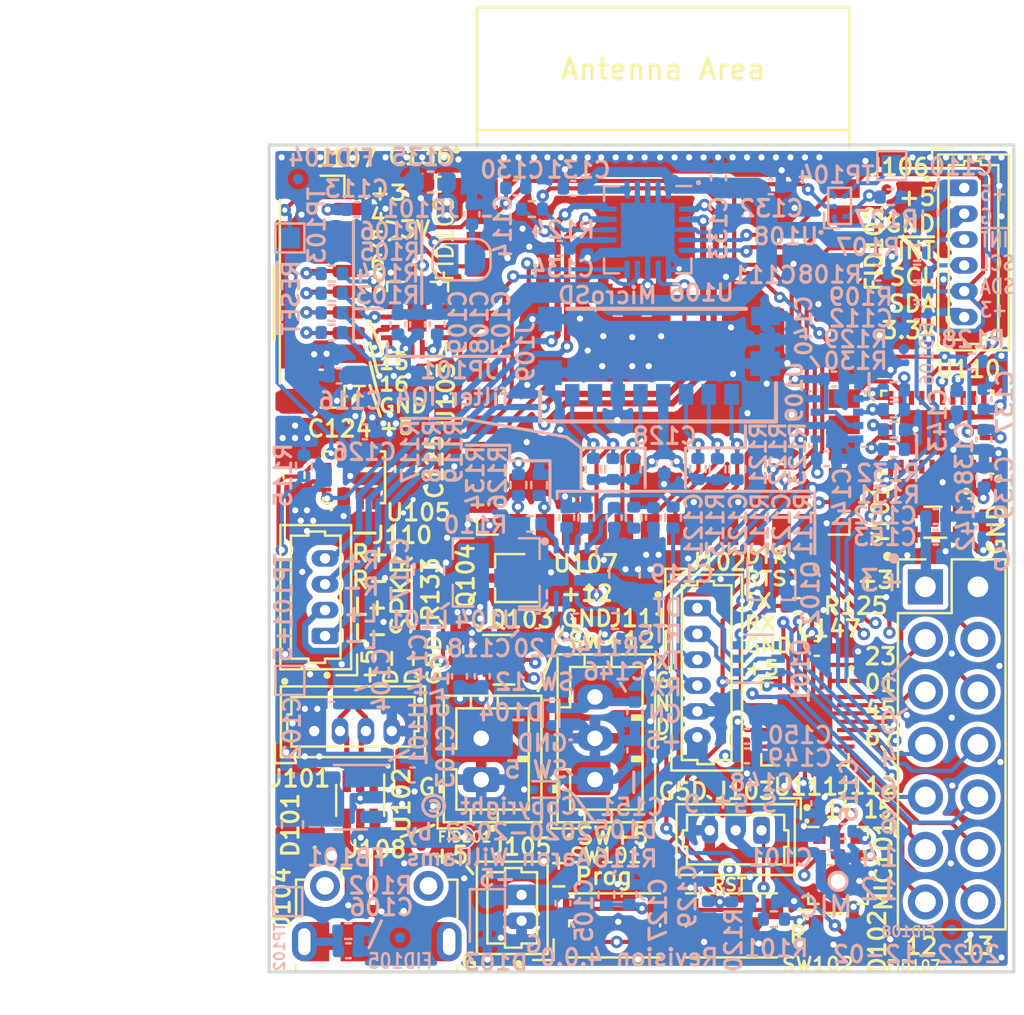
<source format=kicad_pcb>
(kicad_pcb (version 20211014) (generator pcbnew)
  (title_block (title "Wrover LED Controller") (date "2022-12-02") (rev "4.0.0") (company "Copyright © 2020-2022 by Aaron Williams"))
  (layers (0 "F.Cu" signal) (1 "In1.Cu" power) (2 "In2.Cu" mixed) (31 "B.Cu" signal) (34 "B.Paste" user) (35 "F.Paste" user) (36 "B.SilkS" user "B.Silkscreen") (37 "F.SilkS" user "F.Silkscreen") (38 "B.Mask" user) (39 "F.Mask" user) (44 "Edge.Cuts" user))
  (net 0 "")
  (net 1 "GND")
  (net 2 "+3V3")
  (net 3 "Net-(C122-Pad1)")
  (net 4 "STATUS_LED")
  (net 5 "/DTR")
  (net 6 "/RTS")
  (net 7 "USB_DN")
  (net 8 "USB_DP")
  (net 9 "FAN_PWM")
  (net 10 "TXD0")
  (net 11 "RXD0")
  (net 12 "INT3")
  (net 13 "IO5")
  (net 14 "IO4")
  (net 15 "I2S0_WSEL")
  (net 16 "/D+")
  (net 17 "/D-")
  (net 18 "+12V")
  (net 19 "~{RESET}")
  (net 20 "~{M_BOOT_LOAD}")
  (net 21 "SCL")
  (net 22 "SDA")
  (net 23 "/IO6_H")
  (net 24 "/IO7_H")
  (net 25 "/IO15_H")
  (net 26 "I2S0_BCLK")
  (net 27 "IO16")
  (net 28 "SD_D1")
  (net 29 "SD_D0")
  (net 30 "SD_CLK")
  (net 31 "SD_CMD")
  (net 32 "SD_D3")
  (net 33 "SD_D2")
  (net 34 "/IO16_H")
  (net 35 "~{INT2}")
  (net 36 "EN_12V")
  (net 37 "~{INT3}")
  (net 38 "/Reset, Boot, Amp, and SD Card/PGM_IO0_DRV")
  (net 39 "/Motion and GPIO/SW_5V")
  (net 40 "/Motion and GPIO/SW_12V")
  (net 41 "/Motion and GPIO/P0_7")
  (net 42 "/Motion and GPIO/P0_6")
  (net 43 "/Motion and GPIO/P0_5")
  (net 44 "/Motion and GPIO/P0_4")
  (net 45 "/Motion and GPIO/P0_3")
  (net 46 "/Motion and GPIO/P0_2")
  (net 47 "/Motion and GPIO/P0_1")
  (net 48 "/Motion and GPIO/P0_0")
  (net 49 "/Motion and GPIO/S_SCL")
  (net 50 "/Motion and GPIO/S_SDA")
  (net 51 "Net-(C106-Pad1)")
  (net 52 "Net-(D102-Pad1)")
  (net 53 "/IO16_HO")
  (net 56 "I2S0_DIN")
  (net 57 "/Reset, Boot, Amp, and SD Card/SPKR_L+")
  (net 58 "/Reset, Boot, Amp, and SD Card/SPKR_L-")
  (net 59 "/Reset, Boot, Amp, and SD Card/SPKR_R+")
  (net 60 "/Reset, Boot, Amp, and SD Card/SPKR_R-")
  (net 61 "IO15")
  (net 62 "~{INT}")
  (net 63 "IO7")
  (net 64 "IO6")
  (net 65 "/Motion and GPIO/~{BNO085_RST}")
  (net 66 "/IO15_HO")
  (net 75 "AMP_PWR")
  (net 76 "I2S1_WSEL")
  (net 77 "I2S1_DOUT")
  (net 78 "I2S1_BCLK")
  (net 79 "/Motion and GPIO/CAP")
  (net 80 "/Motion and GPIO/COM2")
  (net 81 "/Motion and GPIO/COM3")
  (net 82 "/Motion and GPIO/XIN32")
  (net 86 "VBUS")
  (net 87 "+5V")
  (net 88 "/IO7_HO")
  (net 89 "/STS_DO")
  (net 90 "~{RST_BNO085}")
  (net 92 "/Power Supplies/EN_5V")
  (net 94 "/IO6_HO")
  (net 96 "/Power Supplies/FSW")
  (net 97 "/Power Supplies/ILIM")
  (net 98 "/Power Supplies/SW")
  (net 99 "/Power Supplies/VCC_FILT")
  (net 100 "/Power Supplies/COMP")
  (net 101 "/Power Supplies/FB")
  (net 104 "/FVUSB")
  (net 105 "/IO4_CAP")
  (net 106 "/Motion and GPIO/P0_15")
  (net 107 "/Motion and GPIO/P0_14")
  (net 108 "/Motion and GPIO/P0_8")
  (net 109 "/Motion and GPIO/P0_9")
  (net 110 "/Motion and GPIO/P0_10")
  (net 111 "/Motion and GPIO/P0_11")
  (net 112 "/Motion and GPIO/P0_12")
  (net 113 "/Motion and GPIO/P0_13")
  (net 114 "/Power Supplies/BOOT")
  (net 115 "/Motion and GPIO/~{EN_FAN}")
  (footprint "Fiducial:Fiducial_0.5mm_Mask1mm" (layer "F.Cu") (at 66.825 35.175)
    (fp_text reference "FID103")
    (fp_text value "Fiducial")
  )
  (footprint "Package_LGA:LGA-28_5.2x3.8mm_P0.5mm" (layer "F.Cu") (at 92.3 43.9 180)
    (fp_text reference "U110")
    (fp_text value "BNO086")
  )
  (footprint "Connector_USB:USB_Micro-B_Molex-105017-0001" (layer "F.Cu") (at 65.2 67.3)
    (fp_text reference "J104")
    (fp_text value "USB_B_Micro")
  )
  (footprint "Capacitor_SMD:C_0402_1005Metric" (layer "F.Cu") (at 68.18 31.9 180)
    (fp_text reference "C136")
    (fp_text value "0.1uF")
  )
  (footprint "Aaron:QFN-28-1EP_4x4mm_P0.4mm_EP2.65x2.65mm" (layer "F.Cu") (at 85.9 57.9 -90)
    (fp_text reference "U111")
    (fp_text value "SX1509BIULTRT")
  )
  (footprint "Package_TO_SOT_SMD:SOT-323-6L" (layer "F.Cu") (at 64.4 61.7 -90)
    (fp_text reference "U102")
    (fp_text value "USBUF02W6")
  )
  (footprint "Button_Switch_SMD:SW_Push_1P1T_NO_CK_KMR2" (layer "F.Cu") (at 82.35 67.75 180)
    (fp_text reference "SW102")
    (fp_text value "KMR2")
  )
  (footprint "Capacitor_SMD:C_0402_1005Metric" (layer "F.Cu") (at 86.48 54.35)
    (fp_text reference "C147")
    (fp_text value "0.1uF")
  )
  (footprint "Connector_Molex:Molex_PicoBlade_53047-0610_1x06_P1.25mm_Vertical" (layer "F.Cu") (at 80.7 52.4 -90)
    (fp_text reference "J102")
    (fp_text value "Molex PicoBlade 6-pin")
  )
  (footprint "Button_Switch_SMD:SW_Push_1P1T_NO_CK_KMR2" (layer "F.Cu") (at 76.7 67.75 180)
    (fp_text reference "SW101")
    (fp_text value "KMR2")
  )
  (footprint "Package_TO_SOT_SMD:SOT-323_SC-70" (layer "F.Cu") (at 71.65 50.95 180)
    (fp_text reference "Q104")
    (fp_text value "BSS138PW,115")
  )
  (footprint "Aaron:PQFN-6_2x2mm_P0.65mm_EP0.625x0.9mmx2" (layer "F.Cu") (at 71.35 54.9)
    (fp_text reference "Q103")
    (fp_text value "IRFHS9351")
  )
  (footprint "Connector_Molex:Molex_PicoBlade_53047-0610_1x06_P1.25mm_Vertical" (layer "F.Cu") (at 93.6 32.075 -90)
    (fp_text reference "J106")
    (fp_text value "Molex PicoBlade 6-pin")
  )
  (footprint "Espressif:ESP32-S3-WROOM-1" (layer "F.Cu") (at 79.05 39.1)
    (fp_text reference "U107")
    (fp_text value "ESP32-S3-WROOM-1")
  )
  (footprint "Connector_Molex:Molex_PicoBlade_53047-0310_1x03_P1.25mm_Vertical" (layer "F.Cu") (at 83.8 63.15 180)
    (fp_text reference "J103")
    (fp_text value "PicoBlade 3 pin")
  )
  (footprint "Sensor_Audio:Knowles_LGA-6_3.5x2.65mm" (layer "F.Cu") (at 87.5 64.85)
    (fp_text reference "MIC101")
    (fp_text value "SPH0645LM4H-B")
  )
  (footprint "Fiducial:Fiducial_0.5mm_Mask1mm" (layer "F.Cu") (at 67.35 63.9)
    (fp_text reference "FID101")
    (fp_text value "Fiducial")
  )
  (footprint "Connector_PinHeader_2.54mm:PinHeader_2x07_P2.54mm_Vertical" (layer "F.Cu") (at 91.725 51.375)
    (fp_text reference "J112")
    (fp_text value "GPIO_CONN")
  )
  (footprint "Connector_Molex:Molex_PicoBlade_53047-0210_1x02_P1.25mm_Vertical" (layer "F.Cu") (at 72.2 67.525 90)
    (fp_text reference "J105")
    (fp_text value "POWER IN")
  )
  (footprint "Package_DFN_QFN:Monolithic_QFN-12-2.5x3.0mm_P0.4mm" (layer "F.Cu") (at 64.1 46.075 90)
    (fp_text reference "U105")
    (fp_text value "MPM3810GQB-33")
  )
  (footprint "Resistor_SMD:R_0402_1005Metric" (layer "F.Cu") (at 85.5 52.3)
    (fp_text reference "R125")
    (fp_text value "10K")
  )
  (footprint "Capacitor_SMD:C_0603_1608Metric" (layer "F.Cu") (at 66.6 45.675 -90)
    (fp_text reference "C125")
    (fp_text value "22uF")
  )
  (footprint "Fiducial:Fiducial_0.5mm_Mask1mm" (layer "F.Cu") (at 89.85 32.15)
    (fp_text reference "FID102")
    (fp_text value "Fiducial")
  )
  (footprint "Connector_JST:JST_PH_B2B-PH-K_1x02_P2.00mm_Vertical" (layer "F.Cu") (at 70.25 60.7 90)
    (fp_text reference "J108")
    (fp_text value "12V_OUT")
  )
  (footprint "Connector_Molex:Molex_PicoBlade_53047-0410_1x04_P1.25mm_Vertical" (layer "F.Cu") (at 62.175 58.35)
    (fp_text reference "J101")
    (fp_text value "Molex PicoBlade 4-pin")
  )
  (footprint "Package_TO_SOT_SMD:SOT-762-1" (layer "F.Cu") (at 67.15 38.325 90)
    (fp_text reference "U103")
    (fp_text value "NTS0104BQ,115")
  )
  (footprint "Connector_JST:JST_SH_BM09B-SRSS-TB_1x09-1MP_P1.00mm_Vertical" (layer "F.Cu") (at 62.525 37.1 90)
    (fp_text reference "J107")
    (fp_text value "Conn_01x09_MountingPin")
  )
  (footprint "Fiducial:Fiducial_0.5mm_Mask1mm" (layer "F.Cu") (at 92.9 69.225)
    (fp_text reference "FID107")
    (fp_text value "Fiducial")
  )
  (footprint "Aaron:LED_WS2812_2020" (layer "F.Cu") (at 87.35 68.15)
    (fp_text reference "D102")
    (fp_text value "WS2812_2020")
  )
  (footprint "Resistor_SMD:R_0402_1005Metric" (layer "F.Cu") (at 69 54.4 -90)
    (fp_text reference "R133")
    (fp_text value "110K")
  )
  (footprint "Connector_JST:JST_PH_B3B-PH-K_1x03_P2.00mm_Vertical" (layer "F.Cu") (at 75.75 60.7 90)
    (fp_text reference "J111")
    (fp_text value "Fan PWM")
  )
  (footprint "Capacitor_SMD:C_0603_1608Metric" (layer "F.Cu") (at 61.2 45.975 -90)
    (fp_text reference "C124")
    (fp_text value "22uF")
  )
  (footprint "Aaron:OSC_OM-7604-C7" (layer "F.Cu") (at 92.2 48.25 180)
    (fp_text reference "Y101")
    (fp_text value "OM-7604-C7")
  )
  (footprint "Diode_SMD:D_0402_1005Metric" (layer "F.Cu") (at 62.2 62.9 90)
    (fp_text reference "D101")
    (fp_text value "TPD1E10B06DPYR")
  )
  (footprint "Connector_Molex:Molex_PicoBlade_53047-0410_1x04_P1.25mm_Vertical" (layer "F.Cu") (at 62.7 53.75 90)
    (fp_text reference "J110")
    (fp_text value "Molex PicoBlade 4-pin")
  )
  (footprint "Capacitor_SMD:C_0402_1005Metric" (layer "B.Cu") (at 92.225 47.975)
    (fp_text reference "C152")
    (fp_text value "1uF")
  )
  (footprint "Package_LGA:Bosch_LGA-8_2.5x2.5mm_P0.65mm_ClockwisePinNumbering" (layer "B.Cu") (at 87.45 43.25 90)
    (fp_text reference "U109")
    (fp_text value "BME280")
  )
  (footprint "Resistor_SMD:R_0402_1005Metric" (layer "B.Cu") (at 84.4 67.45)
    (fp_text reference "R101")
    (fp_text value "33")
  )
  (footprint "Resistor_SMD:R_0402_1005Metric" (layer "B.Cu") (at 63.825 68.025 180)
    (fp_text reference "R102")
    (fp_text value "1M")
  )
  (footprint "Package_DFN_QFN:Texas_S_VQFN-11_2.0x2.5mm_P0.5mm_Thermal" (layer "B.Cu") (at 74.625 50.675 -90)
    (fp_text reference "U104")
    (fp_text value "TPS61089RNRR")
  )
  (footprint "Resistor_SMD:R_0402_1005Metric" (layer "B.Cu") (at 90.05 32.525)
    (fp_text reference "R127")
    (fp_text value "10K")
  )
  (footprint "Capacitor_SMD:C_0402_1005Metric" (layer "B.Cu") (at 79.1 45.4 -90)
    (fp_text reference "C128")
    (fp_text value "1uF")
  )
  (footprint "Resistor_SMD:R_0402_1005Metric" (layer "B.Cu") (at 81.675 45.685 -90)
    (fp_text reference "R122")
    (fp_text value "10K")
  )
  (footprint "Connector_Card:microSD_HC_Molex_047571-0001" (layer "B.Cu") (at 78.8 40.65)
    (fp_text reference "J109")
    (fp_text value "Micro_SD_Card")
  )
  (footprint "Resistor_SMD:R_0402_1005Metric" (layer "B.Cu") (at 82.35 66.1 -90)
    (fp_text reference "R120")
    (fp_text value "10K")
  )
  (footprint "Capacitor_SMD:C_0402_1005Metric" (layer "B.Cu") (at 91.315 38.075 180)
    (fp_text reference "C112")
    (fp_text value "1uF")
  )
  (footprint "Capacitor_SMD:C_0402_1005Metric" (layer "B.Cu") (at 83.1 59.55)
    (fp_text reference "C149")
    (fp_text value "1uF")
  )
  (footprint "Resistor_SMD:R_0402_1005Metric" (layer "B.Cu") (at 75.325 48.025 90)
    (fp_text reference "R113")
    (fp_text value "110K")
  )
  (footprint "Capacitor_SMD:C_0402_1005Metric" (layer "B.Cu") (at 77.675 59.275 90)
    (fp_text reference "C151")
    (fp_text value "1uF")
  )
  (footprint "Capacitor_SMD:C_0402_1005Metric" (layer "B.Cu") (at 64.225 33.125)
    (fp_text reference "C113")
    (fp_text value "1uF")
  )
  (footprint "Resistor_SMD:R_0402_1005Metric" (layer "B.Cu") (at 91.325 36.175 180)
    (fp_text reference "R108")
    (fp_text value "2.2K")
  )
  (footprint "Package_BGA:Texas_DSBGA-5_0.9x1.4mm_Layout2x1x2_P0.5mm" (layer "B.Cu") (at 87.575 32.975)
    (fp_text reference "U108")
    (fp_text value "SN74AUP1G08YZP ")
  )
  (footprint "Capacitor_SMD:C_0402_1005Metric" (layer "B.Cu") (at 94.55 42.3 90)
    (fp_text reference "C137")
    (fp_text value "1uF")
  )
  (footprint "Resistor_SMD:R_0402_1005Metric" (layer "B.Cu") (at 90.2 42.8)
    (fp_text reference "R130")
    (fp_text value "2.2K")
  )
  (footprint "Fiducial:Fiducial_0.5mm_Mask1mm" (layer "B.Cu") (at 61.4 31.65 180)
    (fp_text reference "FID104")
    (fp_text value "Fiducial")
  )
  (footprint "Capacitor_SMD:C_0402_1005Metric" (layer "B.Cu") (at 63.375 41.175 180)
    (fp_text reference "C116")
    (fp_text value "1uF")
  )
  (footprint "Capacitor_SMD:C_0402_1005Metric" (layer "B.Cu") (at 76.675 48.025 -90)
    (fp_text reference "C123")
    (fp_text value "10pF")
  )
  (footprint "Resistor_SMD:R_0402_1005Metric" (layer "B.Cu") (at 61.675 45.525 90)
    (fp_text reference "R115")
    (fp_text value "10K")
  )
  (footprint "Capacitor_SMD:C_0402_1005Metric" (layer "B.Cu") (at 84.255 32.025)
    (fp_text reference "C132")
    (fp_text value "10uF")
  )
  (footprint "Resistor_SMD:R_0402_1005Metric" (layer "B.Cu") (at 90.2 43.775)
    (fp_text reference "R132")
    (fp_text value "10K")
  )
  (footprint "TestPoint:TestPoint_Pad_1.0x1.0mm" (layer "B.Cu") (at 61 34.5 180)
    (fp_text reference "TP103")
    (fp_text value "~{RESET}")
  )
  (footprint "Capacitor_SMD:C_0402_1005Metric" (layer "B.Cu") (at 63.025 56.575)
    (fp_text reference "C104")
    (fp_text value "1uF")
  )
  (footprint "Capacitor_SMD:C_0402_1005Metric" (layer "B.Cu") (at 94.55 46.075 90)
    (fp_text reference "C139")
    (fp_text value "0.1uF")
  )
  (footprint "Fiducial:Fiducial_0.5mm_Mask1mm" (layer "B.Cu") (at 90.675 39.875 180)
    (fp_text reference "FID106")
    (fp_text value "Fiducial")
  )
  (footprint "Resistor_SMD:R_0402_1005Metric" (layer "B.Cu") (at 63.025 36.225)
    (fp_text reference "R106")
    (fp_text value "33")
  )
  (footprint "Capacitor_SMD:C_0402_1005Metric" (layer "B.Cu") (at 69.8 33.35 90)
    (fp_text reference "C114")
    (fp_text value "1uF")
  )
  (footprint "Capacitor_SMD:C_0402_1005Metric" (layer "B.Cu") (at 78.575 48.025 -90)
    (fp_text reference "C122")
    (fp_text value "150pF")
  )
  (footprint "Resistor_SMD:R_0402_1005Metric" (layer "B.Cu") (at 72.625 48.325)
    (fp_text reference "R110")
    (fp_text value "41.2K")
  )
  (footprint "Capacitor_SMD:C_0402_1005Metric" (layer "B.Cu") (at 71.925 32.075)
    (fp_text reference "C130")
    (fp_text value "1uF")
  )
  (footprint "Resistor_SMD:R_0402_1005Metric" (layer "B.Cu") (at 63.025 37.175)
    (fp_text reference "R105")
    (fp_text value "33")
  )
  (footprint "Capacitor_SMD:C_0402_1005Metric" (layer "B.Cu") (at 74.05 35 180)
    (fp_text reference "C134")
    (fp_text value "0.1uF")
  )
  (footprint "Resistor_SMD:R_0402_1005Metric" (layer "B.Cu") (at 79.525 48.025 90)
    (fp_text reference "R111")
    (fp_text value "1M")
  )
  (footprint "Resistor_SMD:R_0402_1005Metric" (layer "B.Cu") (at 76.3 66.27 -90)
    (fp_text reference "R116")
    (fp_text value "10K")
  )
  (footprint "Capacitor_SMD:C_0402_1005Metric" (layer "B.Cu") (at 92.225 48.975)
    (fp_text reference "C153")
    (fp_text value "0.1uF")
  )
  (footprint "Capacitor_SMD:C_0402_1005Metric" (layer "B.Cu") (at 87.125 64.475)
    (fp_text reference "C101")
    (fp_text value "1uF")
  )
  (footprint "Capacitor_SMD:C_0402_1005Metric" (layer "B.Cu") (at 74.7 32.1 180)
    (fp_text reference "C131")
    (fp_text value "0.1uF")
  )
  (footprint "Fiducial:Fiducial_0.5mm_Mask1mm" (layer "B.Cu") (at 66.325 68.35 180)
    (fp_text reference "FID105")
    (fp_text value "Fiducial")
  )
  (footprint "Capacitor_SMD:C_0402_1005Metric" (layer "B.Cu") (at 77.4 66.25 90)
    (fp_text reference "C127")
    (fp_text value "0.1uF")
  )
  (footprint "Package_TO_SOT_SMD:SOT-323_SC-70" (layer "B.Cu") (at 84.275 51.275 -90)
    (fp_text reference "Q102")
    (fp_text value "BSS138PW,115")
  )
  (footprint "Capacitor_SMD:C_0402_1005Metric" (layer "B.Cu") (at 67.175 38.675 90)
    (fp_text reference "C108")
    (fp_text value "0.1uF")
  )
  (footprint "Capacitor_SMD:C_0402_1005Metric" (layer "B.Cu") (at 69.2 55.7 -90)
    (fp_text reference "C144")
    (fp_text value "1uF")
  )
  (footprint "Resistor_SMD:R_0402_1005Metric" (layer "B.Cu") (at 82.625 45.685 -90)
    (fp_text reference "R123")
    (fp_text value "10K")
  )
  (footprint "Package_TO_SOT_SMD:SOT-363_SC-70-6" (layer "B.Cu") (at 83.65 54.85)
    (fp_text reference "Q101")
    (fp_text value "UMH3N")
  )
  (footprint "Resistor_SMD:R_0402_1005Metric" (layer "B.Cu") (at 76.725 53.025 180)
    (fp_text reference "R114")
    (fp_text value "205K")
  )
  (footprint "Capacitor_SMD:C_0402_1005Metric" (layer "B.Cu") (at 64.625 43.875 180)
    (fp_text reference "C126")
    (fp_text value "1uF")
  )
  (footprint "Resistor_SMD:R_0402_1005Metric" (layer "B.Cu") (at 90.2 44.725 180)
    (fp_text reference "R131")
    (fp_text value "10K")
  )
  (footprint "Resistor_SMD:R_0402_1005Metric" (layer "B.Cu") (at 63.025 39.075)
    (fp_text reference "R103")
    (fp_text value "33")
  )
  (footprint "Resistor_SMD:R_0402_1005Metric" (layer "B.Cu") (at 63.025 38.125)
    (fp_text reference "R104")
    (fp_text value "33")
  )
  (footprint "Capacitor_SMD:C_0402_1005Metric" (layer "B.Cu") (at 94.55 44.25 -90)
    (fp_text reference "C138")
    (fp_text value "0.1uF")
  )
  (footprint "Diode_SMD:D_SOD-323" (layer "B.Cu") (at 70.55 67.5 -90)
    (fp_text reference "D103")
    (fp_text value "UDD32C12L01")
  )
  (footprint "Resistor_SMD:R_0402_1005Metric" (layer "B.Cu") (at 76.625 45.675 -90)
    (fp_text reference "R118")
    (fp_text value "10K")
  )
  (footprint "Capacitor_SMD:C_0402_1005Metric" (layer "B.Cu") (at 70.3 55.7 -90)
    (fp_text reference "C145")
    (fp_text value "0.1uF")
  )
  (footprint "Inductor_SMD:L_Bourns_SRP3212" (layer "B.Cu") (at 70.975 50.675 180)
    (fp_text reference "L101")
    (fp_text value "0.47uH")
  )
  (footprint "Resistor_SMD:R_0402_1005Metric" (layer "B.Cu") (at 93.975 40.475 180)
    (fp_text reference "R128")
    (fp_text value "10K")
  )
  (footprint "Capacitor_SMD:C_0402_1005Metric" (layer "B.Cu") (at 81.225 66.105 90)
    (fp_text reference "C129")
    (fp_text value "0.1uF")
  )
  (footprint "TestPoint:TestPoint_Pad_1.0x1.0mm" (layer "B.Cu") (at 90.1 31 180)
    (fp_text reference "TP104")
    (fp_text value "~{BNO_RST}")
  )
  (footprint "Capacitor_SMD:C_0402_1005Metric" (layer "B.Cu") (at 86.95 45.175)
    (fp_text reference "C141")
    (fp_text value "0.1uF")
  )
  (footprint "Resistor_SMD:R_0402_1005Metric" (layer "B.Cu") (at 75.675 45.675 -90)
    (fp_text reference "R117")
    (fp_text value "10K")
  )
  (footprint "Capacitor_SMD:C_0402_1005Metric" (layer "B.Cu") (at 87.75 63.2 180)
    (fp_text reference "C115")
    (fp_text value "0.1uF")
  )
  (footprint "Capacitor_SMD:C_0402_1005Metric" (layer "B.Cu") (at 66.925 60.475)
    (fp_text reference "C103")
    (fp_text value "1uF")
  )
  (footprint "Capacitor_SMD:C_0402_1005Metric" (layer "B.Cu") (at 83.1 58.6)
    (fp_text reference "C150")
    (fp_text value "0.1uF")
  )
  (footprint "Capacitor_SMD:C_0402_1005Metric" (layer "B.Cu") (at 93.25 42.4 -90)
    (fp_text reference "C143")
    (fp_text value "0.1uF")
  )
  (footprint "TestPoint:TestPoint_Pad_1.0x1.0mm" (layer "B.Cu") (at 60.9 66.6 180)
    (fp_text reference "TP102")
    (fp_text value "TP +5_USB")
  )
  (footprint "Resistor_SMD:R_0402_1005Metric" (layer "B.Cu") (at 72.05 46.45 -90)
    (fp_text reference "R134")
    (fp_text value "10K")
  )
  (footprint "Capacitor_SMD:C_0402_1005Metric" (layer "B.Cu") (at 77.675 57.425 -90)
    (fp_text reference "C146")
    (fp_text value "1uF")
  )
  (footprint "Jumper:SolderJumper-2_P1.3mm_Open_RoundedPad1.0x1.5mm" (layer "B.Cu") (at 69.3 35.55 180)
    (fp_text reference "JP101")
    (fp_text value "IO4_IN_FILT")
  )
  (footprint "Resistor_SMD:R_0402_1005Metric" (layer "B.Cu") (at 77.575 45.675 -90)
    (fp_text reference "R119")
    (fp_text value "10K")
  )
  (footprint "Capacitor_SMD:C_0402_1005Metric" (layer "B.Cu") (at 89.45 36.2 180)
    (fp_text reference "C111")
    (fp_text value "1uF")
  )
  (footprint "Capacitor_SMD:C_0402_1005Metric" (layer "B.Cu") (at 94.55 48.5 90)
    (fp_text reference "C142")
    (fp_text value "0.1uF")
  )
  (footprint "Capacitor_SMD:C_0402_1005Metric" (layer "B.Cu") (at 63.825 68.975)
    (fp_text reference "C106")
    (fp_text value "0.47uF")
  )
  (footprint "Resistor_SMD:R_0402_1005Metric" (layer "B.Cu") (at 80.725 45.675 -90)
    (fp_text reference "R121")
    (fp_text value "10K")
  )
  (footprint "Package_CSP:LFCSP-20-1EP_4x4mm_P0.5mm_EP2.6x2.6mm" (layer "B.Cu") (at 78.3 34.1 180)
    (fp_text reference "U106")
    (fp_text value "SSM2518CPZ")
  )
  (footprint "Fiducial:Fiducial_0.5mm_Mask1mm" (layer "B.Cu") (at 93 67.95 180)
    (fp_text reference "FID108")
    (fp_text value "Fiducial")
  )
  (footprint "Capacitor_SMD:C_0402_1005Metric" (layer "B.Cu") (at 85.85 61.85 -90)
    (fp_text reference "C148")
    (fp_text value "0.1uF")
  )
  (footprint "Resistor_SMD:R_0402_1005Metric" (layer "B.Cu") (at 91.325 37.125 180)
    (fp_text reference "R109")
    (fp_text value "2.2K")
  )
  (footprint "Capacitor_SMD:C_0402_1005Metric" (layer "B.Cu") (at 81.725 31.6 90)
    (fp_text reference "C133")
    (fp_text value "0.1uF")
  )
  (footprint "Capacitor_SMD:C_0805_2012Metric" (layer "B.Cu") (at 67.725 50.525 90)
    (fp_text reference "C117")
    (fp_text value "47uF 10V")
  )
  (footprint "Inductor_SMD:L_0603_1608Metric" (layer "B.Cu") (at 61.125 62.875 90)
    (fp_text reference "FB101")
    (fp_text value "2A 300 ohm@100MHz")
  )
  (footprint "Capacitor_SMD:C_0402_1005Metric" (layer "B.Cu") (at 91.955 33.275 -90)
    (fp_text reference "C110")
    (fp_text value "10uF")
  )
  (footprint "Diode_SMD:D_SOD-923" (layer "B.Cu") (at 73.625 57.65 -90)
    (fp_text reference "D104")
    (fp_text value "NSR05T40P2T5G")
  )
  (footprint "Capacitor_SMD:C_0402_1005Metric" (layer "B.Cu") (at 87.3 41.325)
    (fp_text reference "C140")
    (fp_text value "0.1uF")
  )
  (footprint "Capacitor_SMD:C_0402_1005Metric" (layer "B.Cu") (at 68.125 38.675 90)
    (fp_text reference "C107")
    (fp_text value "0.1uF")
  )
  (footprint "Resistor_SMD:R_0402_1005Metric" (layer "B.Cu") (at 77.625 48.025 90)
    (fp_text reference "R112")
    (fp_text value "68.1K")
  )
  (footprint "Capacitor_SMD:C_0402_1005Metric" (layer "B.Cu") (at 74.825 53.025)
    (fp_text reference "C120")
    (fp_text value "0.1uF")
  )
  (footprint "Capacitor_SMD:C_0402_1005Metric" (layer "B.Cu") (at 72.975 53.025)
    (fp_text reference "C118")
    (fp_text value "0.1uF")
  )
  (footprint "Capacitor_SMD:C_0805_2012Metric" (layer "B.Cu") (at 77.175 50.675 90)
    (fp_text reference "C119")
    (fp_text value "10uF 50V")
  )
  (footprint "Resistor_SMD:R_0402_1005Metric" (layer "B.Cu") (at 90.2 41.85)
    (fp_text reference "R129")
    (fp_text value "2.2K")
  )
  (footprint "Capacitor_SMD:C_0402_1005Metric" (layer "B.Cu") (at 74.2 66.675 -90)
    (fp_text reference "C105")
    (fp_text value "10uF")
  )
  (footprint "Resistor_SMD:R_0402_1005Metric" (layer "B.Cu") (at 73.05 46.45 -90)
    (fp_text reference "R126")
    (fp_text value "10K")
  )
  (footprint "Capacitor_SMD:C_0402_1005Metric" (layer "B.Cu") (at 60.825 60.475 90)
    (fp_text reference "C102")
    (fp_text value "1uF")
  )
  (footprint "Diode_SMD:D_SOD-923" (layer "B.Cu") (at 73.225 61.175 180)
    (fp_text reference "D105")
    (fp_text value "NSR05T40P2T5G")
  )
  (footprint "Resistor_SMD:R_0402_1005Metric" (layer "B.Cu") (at 72.7 33.1)
    (fp_text reference "R124")
    (fp_text value "10K")
  )
  (footprint "Capacitor_SMD:C_0402_1005Metric" (layer "B.Cu") (at 66.225 38.675 90)
    (fp_text reference "C109")
    (fp_text value "1uF")
  )
  (footprint "Package_TO_SOT_SMD:SOT-23-5" (layer "B.Cu") (at 63.925 61.55 180)
    (fp_text reference "U101")
    (fp_text value "TPS2001DDBVX")
  )
  (footprint "Resistor_SMD:R_0402_1005Metric" (layer "B.Cu") (at 91.325 35.225 180)
    (fp_text reference "R107")
    (fp_text value "10K")
  )
  (footprint "Capacitor_SMD:C_0402_1005Metric" (layer "B.Cu") (at 74.385 48.025 90)
    (fp_text reference "C121")
    (fp_text value "10uF")
  )
  (footprint "TestPoint:TestPoint_Pad_1.0x1.0mm" (layer "B.Cu") (at 61 55.9 180)
    (fp_text reference "TP101")
    (fp_text value "TP +5_filtered")
  )
  (footprint "Capacitor_SMD:C_0603_1608Metric" (layer "B.Cu") (at 67.8 31.8 180)
    (fp_text reference "C135")
    (fp_text value "22uF")
  )
  (gr_line (start 64.825 68.825) (end 65.425 67.525) (layer "B.SilkS") (width 0.15))
  (gr_circle (center 82.15 55.95) (end 82.2 55.95) (layer "B.SilkS") (width 0.15) (fill solid))
  (gr_line (start 86.375 46.75) (end 86.375 49.775) (layer "B.SilkS") (width 0.15))
  (gr_line (start 65.825 59.775) (end 66.725 59.275) (layer "B.SilkS") (width 0.15))
  (gr_line (start 73.925 46.75) (end 73.925 47.1) (layer "B.SilkS") (width 0.15))
  (gr_line (start 80.125 44.65) (end 83.025 44.65) (layer "B.SilkS") (width 0.15))
  (gr_line (start 71.625 44.525) (end 71.625 45.275) (layer "B.SilkS") (width 0.15))
  (gr_line (start 91.3 44.05) (end 91.3 45.15) (layer "B.SilkS") (width 0.15))
  (gr_line (start 74.025 53.775) (end 74.225 53.575) (layer "B.SilkS") (width 0.15))
  (gr_circle (center 90.2 50) (end 90.375 50) (layer "B.SilkS") (width 0.15) (fill solid))
  (gr_line (start 70.7 33.45) (end 70.35 33.45) (layer "B.SilkS") (width 0.15))
  (gr_line (start 78.125 66.525) (end 77.925 66.325) (layer "B.SilkS") (width 0.15))
  (gr_line (start 74.625 60.475) (end 74.425 60.275) (layer "B.SilkS") (width 0.15))
  (gr_circle (center 80.75 31.825) (end 80.8 31.825) (layer "B.SilkS") (width 0.15) (fill solid))
  (gr_line (start 74.725 67.825) (end 74.625 67.625) (layer "B.SilkS") (width 0.15))
  (gr_line (start 73.925 46.75) (end 86.375 46.75) (layer "B.SilkS") (width 0.15))
  (gr_line (start 64.925 37.925) (end 65.475 37.925) (layer "B.SilkS") (width 0.15))
  (gr_line (start 65.725 40.225) (end 65.725 39.625) (layer "B.SilkS") (width 0.15))
  (gr_line (start 68.325 52.425) (end 68.675 52.175) (layer "B.SilkS") (width 0.15))
  (gr_line (start 75.575 62.575) (end 75.675 62.675) (layer "B.SilkS") (width 0.15))
  (gr_line (start 73.225 52.475) (end 73.425 52.175) (layer "B.SilkS") (width 0.15))
  (gr_line (start 80.125 46.575) (end 80.125 44.655) (layer "B.SilkS") (width 0.15))
  (gr_line (start 74.475 61.225) (end 74.225 61.175) (layer "B.SilkS") (width 0.15))
  (gr_line (start 75.075 44.655) (end 75.075 46.575) (layer "B.SilkS") (width 0.15))
  (gr_line (start 69.325 43.225) (end 66.375 43.225) (layer "B.SilkS") (width 0.15))
  (gr_line (start 64.075 37.925) (end 64.925 37.925) (layer "B.SilkS") (width 0.15))
  (gr_line (start 64.075 33.675) (end 64.075 39.525) (layer "B.SilkS") (width 0.15))
  (gr_line (start 91.2 43.95) (end 91.3 44.05) (layer "B.SilkS") (width 0.15))
  (gr_line (start 74.375 44.125) (end 69.325 43.225) (layer "B.SilkS") (width 0.15))
  (gr_line (start 74.825 61.525) (end 74.475 61.225) (layer "B.SilkS") (width 0.15))
  (gr_line (start 74.625 58.775) (end 74.525 58.775) (layer "B.SilkS") (width 0.15))
  (gr_line (start 67.375 37.675) (end 67.375 33.675) (layer "B.SilkS") (width 0.15))
  (gr_line (start 89 42.1) (end 89 41.05) (layer "B.SilkS") (width 0.15))
  (gr_line (start 78.175 44.655) (end 78.175 46.575) (layer "B.SilkS") (width 0.15))
  (gr_line (start 74.375 44.125) (end 75.075 44.655) (layer "B.SilkS") (width 0.15))
  (gr_circle (center 87.5 65.619884) (end 87.75 65.269884) (layer "B.SilkS") (width 0.15) (fill none))
  (gr_line (start 86.2 40.25) (end 86.55 40.7) (layer "B.SilkS") (width 0.15))
  (gr_line (start 76.625 65.275) (end 76.725 65.125) (layer "B.SilkS") (width 0.15))
  (gr_circle (center 86.675 34.225) (end 86.725 34.225) (layer "B.SilkS") (width 0.15) (fill solid))
  (gr_line (start 75.575 62.575) (end 74.825 61.525) (layer "B.SilkS") (width 0.15))
  (gr_line (start 69.525 44.525) (end 71.625 44.525) (layer "B.SilkS") (width 0.15))
  (gr_line (start 75.075 44.655) (end 78.175 44.655) (layer "B.SilkS") (width 0.15))
  (gr_line (start 76.975 56.025) (end 77.225 56.425) (layer "B.SilkS") (width 0.15))
  (gr_line (start 77.625 61.325) (end 77.625 60.325) (layer "B.SilkS") (width 0.15))
  (gr_line (start 83.025 44.65) (end 83.025 43.575) (layer "B.SilkS") (width 0.15))
  (gr_line (start 89.25 42.35) (end 89 42.1) (layer "B.SilkS") (width 0.15))
  (gr_line (start 73.575 45.275) (end 73.575 47.375) (layer "B.SilkS") (width 0.15))
  (gr_line (start 90.125 55.575) (end 90.925 54.75) (layer "B.SilkS") (width 0.15))
  (gr_line (start 71.625 40.225) (end 65.725 40.225) (layer "B.SilkS") (width 0.15))
  (gr_line (start 64.725 56.175) (end 64.175 56.375) (layer "B.SilkS") (width 0.15))
  (gr_line (start 90.375 57.55) (end 90.825 57.275) (layer "B.SilkS") (width 0.15))
  (gr_line (start 92.15 32.2) (end 92.4 31.65) (layer "B.SilkS") (width 0.15))
  (gr_line (start 72.075 52.475) (end 73.225 52.475) (layer "B.SilkS") (width 0.15))
  (gr_line (start 71.725 53.775) (end 72.025 53.475) (layer "B.SilkS") (width 0.15))
  (gr_line (start 71.625 45.275) (end 73.575 45.275) (layer "B.SilkS") (width 0.15))
  (gr_line (start 64.125 48.775) (end 65.125 48.775) (layer "F.SilkS") (width 0.15))
  (gr_circle (center 86 62.05) (end 86.1 62.05) (layer "F.SilkS") (width 0.15) (fill solid))
  (gr_line (start 68.55 53.3) (end 68.25 53) (layer "F.SilkS") (width 0.15))
  (gr_circle (center 74.55 63.45) (end 74.65 63.45) (layer "F.SilkS") (width 0.15) (fill solid))
  (gr_line (start 79.175 53.525) (end 79.175 54.675) (layer "F.SilkS") (width 0.15))
  (gr_line (start 79.175 54.675) (end 78.825 55.275) (layer "F.SilkS") (width 0.15))
  (gr_line (start 65.225 40.995) (end 64.875 39.575) (layer "F.SilkS") (width 0.15))
  (gr_line (start 65.7 33.7) (end 66.15 33.8) (layer "F.SilkS") (width 0.15))
  (gr_line (start 65.285 42.175) (end 64.875 40.525) (layer "F.SilkS") (width 0.15))
  (gr_line (start 79.075 58.725) (end 79.175 58.625) (layer "F.SilkS") (width 0.15))
  (gr_circle (center 70.8 63.05) (end 70.9 63.05) (layer "F.SilkS") (width 0.15) (fill solid))
  (gr_line (start 78.725 58.725) (end 79.075 58.725) (layer "F.SilkS") (width 0.15))
  (gr_circle (center 91.8 31.65) (end 91.9 31.65) (layer "F.SilkS") (width 0.15) (fill solid))
  (gr_circle (center 88.15 55.3) (end 88.225 55.3) (layer "F.SilkS") (width 0.15) (fill solid))
  (gr_circle (center 72.05 69.6) (end 72.15 69.6) (layer "F.SilkS") (width 0.15) (fill solid))
  (gr_line (start 73 56.4) (end 74.2 53.3) (layer "F.SilkS") (width 0.15))
  (gr_circle (center 65.75 60.05) (end 65.8 60.05) (layer "F.SilkS") (width 0.15) (fill solid))
  (gr_line (start 90.25 62.75) (end 90.25 63.4) (layer "F.SilkS") (width 0.15))
  (gr_circle (center 78.8 51.75) (end 78.9 51.75) (layer "F.SilkS") (width 0.15) (fill solid))
  (gr_line (start 66.375 63.475) (end 67.965 62.895) (layer "F.SilkS") (width 0.15))
  (gr_circle (center 60.75 55.95) (end 60.85 55.95) (layer "F.SilkS") (width 0.15) (fill solid))
  (gr_line (start 60.25 35.85) (end 60.25 39.45) (layer "F.SilkS") (width 0.15))
  (gr_line (start 69.55 64.9) (end 69.85 65.25) (layer "F.SilkS") (width 0.15))
  (gr_line (start 90.1 62.6) (end 90.25 62.75) (layer "F.SilkS") (width 0.15))
  (gr_circle (center 93.7 46.75) (end 93.8 46.75) (layer "F.SilkS") (width 0.15) (fill solid))
  (gr_line (start 65.375 43.125) (end 64.865 41.635) (layer "F.SilkS") (width 0.15))
  (gr_circle (center 64.2 42.2) (end 64.3 42.2) (layer "F.SilkS") (width 0.15) (fill solid))
  (gr_circle (center 95.25 46.15) (end 95.375 46.15) (layer "F.SilkS") (width 0.15) (fill solid))
  (gr_circle (center 69.05 30.25) (end 69.15 30.25) (layer "F.SilkS") (width 0.15) (fill solid))
  (gr_circle (center 85.65 67) (end 85.7 67) (layer "F.SilkS") (width 0.15) (fill solid))
  (gr_line (start 64.675 32.575) (end 64.825 32.475) (layer "F.SilkS") (width 0.15))
  (gr_circle (center 62.8 55.65) (end 62.9 55.65) (layer "F.SilkS") (width 0.15) (fill solid))
  (gr_circle (center 89.9 49.9) (end 90.05 49.9) (layer "F.SilkS") (width 0.15) (fill solid))
  (gr_line (start 67.575 40.725) (end 67.825 41.075) (layer "F.SilkS") (width 0.15))
  (gr_line (start 90.3 60.05) (end 89.6 59.1) (layer "F.SilkS") (width 0.15))
  (gr_line (start 81.2 61.5) (end 81.35 61.6) (layer "F.SilkS") (width 0.15))
  (gr_line (start 65.8 34.6) (end 66.15 34.4) (layer "F.SilkS") (width 0.15))
  (gr_circle (center 70.15 53.4) (end 70.25 53.4) (layer "F.SilkS") (width 0.15) (fill solid))
  (gr_line (start 65.475 40.075) (end 64.875 38.525) (layer "F.SilkS") (width 0.15))
  (gr_line (start 90.25 63.4) (end 90.4 63.5) (layer "F.SilkS") (width 0.15))
  (gr_circle (center 86 62.7) (end 86.05 62.7) (layer "F.SilkS") (width 0.15) (fill solid))
  (gr_rect (start 60 30) (end 96 70) (layer "Edge.Cuts") (width 0.15) (fill none))
  (gr_text "+5" (at 71.025 65.475) (layer "B.SilkS") (effects (font (size 0.8 0.8)) (justify mirror)))
  (gr_text "R+\nR-\nL+\nL-" (at 64.425 52.025) (layer "B.SilkS") (effects (font (size 0.8 0.8)) (justify mirror)))
  (gr_text "2\n0\n4\n6\n8\n14\n12" (at 90.525 61.175) (layer "B.SilkS") (effects (font (size 1 1)) (justify left mirror)))
  (gr_text "G +5 S" (at 82.3 61.8 180) (layer "B.SilkS") (effects (font (size 0.8 0.8)) (justify mirror)))
  (gr_text "Revision ${REVISION}" (at 77.4 69.3) (layer "B.SilkS") (effects (font (size 0.8 0.8)) (justify mirror)))
  (gr_text "Copyright ©\n2020-2022 by\nAaron Williams" (at 71.075 63.225) (layer "B.SilkS") (effects (font (size 0.77 0.8)) (justify mirror)))
  (gr_text "MIC" (at 86.9 66.85) (layer "B.SilkS") (effects (font (size 1 1)) (justify mirror)))
  (gr_text "+5" (at 60.675 54.125 90) (layer "B.SilkS") (effects (font (size 0.8 0.8)) (justify mirror)))
  (gr_text "${ISSUE_DATE}" (at 91.3 69.15) (layer "B.SilkS") (effects (font (size 0.8 0.8)) (justify mirror)))
  (gr_text "DT\nRTS\nTX\nRX\nGN\n+5" (at 80.05 55.6) (layer "B.SilkS") (effects (font (size 0.8 0.8)) (justify left mirror)))
  (gr_text "MicroSD" (at 76.35 37.275) (layer "B.SilkS") (effects (font (size 0.8 0.8)) (justify mirror)))
  (gr_text "G" (at 95.425 50.075) (layer "B.SilkS") (effects (font (size 1 1)) (justify mirror)))
  (gr_text "+3" (at 89.625 51.075) (layer "B.SilkS") (effects (font (size 1 1)) (justify mirror)))
  (gr_text "G" (at 72.8 68.675) (layer "B.SilkS") (effects (font (size 0.8 0.8)) (justify mirror)))
  (gr_text "~{RESET}" (at 61.05 37.4 90) (layer "B.SilkS") (effects (font (size 0.8 0.8)) (justify mirror)))
  (gr_text "SW 12" (at 72.825 55.975) (layer "B.SilkS") (effects (font (size 0.8 0.8)) (justify mirror)))
  (gr_text "JP101 \nfilter IO4" (at 68.85 41.55) (layer "B.SilkS") (effects (font (size 0.8 0.8)) (justify mirror)))
  (gr_text "GND\nSW 5" (at 74.525 59.575) (layer "B.SilkS") (effects (font (size 0.8 0.8)) (justify left mirror)))
  (gr_text "+5\nG\n~{INT}\nSCL\nSDA\n+3" (at 94.29 35.16) (layer "B.SilkS") (effects (font (size 0.7 0.6) (thickness 0.12)) (justify right mirror)))
  (gr_text "SPKR" (at 66.425 51.775 90) (layer "F.SilkS") (effects (font (size 1 1))))
  (gr_text "12  13" (at 92.9 68.75) (layer "F.SilkS") (effects (font (size 0.8 0.8))))
  (gr_text "+\n-" (at 74 65.25) (layer "F.SilkS") (effects (font (size 0.7 0.7) (thickness 0.13))))
  (gr_text "G" (at 67.625 61.075) (layer "F.SilkS") (effects (font (size 0.8 0.8))))
  (gr_text "G" (at 69.675 69.525) (layer "F.SilkS") (effects (font (size 0.8 0.8))))
  (gr_text "G5D" (at 80 61.275) (layer "F.SilkS") (effects (font (size 0.8 0.8))))
  (gr_text "G\nN\nD" (at 79.025 57.025) (layer "F.SilkS") (effects (font (size 0.7 0.7) (thickness 0.14))))
  (gr_text "23\n01\n45\n67" (at 89.55 56.675) (layer "F.SilkS") (effects (font (size 0.8 0.8))))
  (gr_text "+5\nD-\nD+\nGND" (at 66.4 56.225 90) (layer "F.SilkS") (effects (font (size 0.65 0.8) (thickness 0.14)) (justify left)))
  (gr_text "+12\nGND" (at 75.35 52.3) (layer "F.SilkS") (effects (font (size 0.75 0.8))))
  (gr_text "DTR\nRTS\nTX\nRX\nGND\n+5" (at 82.9 52.6) (layer "F.SilkS") (effects (font (size 0.67 0.75) (thickness 0.14)) (justify left)))
  (gr_text "+3" (at 89.3 51.05) (layer "F.SilkS") (effects (font (size 0.8 0.8))))
  (gr_text "3V" (at 67.05 34.1) (layer "F.SilkS") (effects (font (size 0.8 0.8))))
  (gr_text "RST" (at 82.255 65.785) (layer "F.SilkS") (effects (font (size 0.6 0.6) (thickness 0.12))))
  (gr_text "R" (at 85.55 68.2) (layer "F.SilkS") (effects (font (size 0.8 0.8))))
  (gr_text "+5\nGND\n~{INT}\nSCL\nSDA\n3.3V" (at 92.3 35.75) (layer "F.SilkS") (effects (font (size 0.8 0.8)) (justify right)))
  (gr_text "14 15" (at 88.5 62.15) (layer "F.SilkS") (effects (font (size 0.8 0.7))))
  (gr_text "+5" (at 68.75 64.35) (layer "F.SilkS") (effects (font (size 0.8 0.8))))
  (gr_text "+3\n4\n5\n6\n7" (at 64.775 34.575) (layer "F.SilkS") (effects (font (size 0.7 0.8) (thickness 0.14)) (justify left)))
  (gr_text "Prog" (at 76.175 65.375) (layer "F.SilkS") (effects (font (size 0.8 0.8))))
  (gr_text "R+\nR-\nL+\nL-" (at 64.9 51.7) (layer "F.SilkS") (effects (font (size 0.8 0.8))))
  (gr_text "SW+12" (at 76.55 53.95) (layer "F.SilkS") (effects (font (size 0.75 0.8))))
  (gr_text "15\n16\nGND\n+5" (at 65.225 42.1) (layer "F.SilkS") (effects (font (size 0.65 0.75)) (justify left)))
  (gr_text "GND" (at 95.15 48.6 90) (layer "F.SilkS") (effects (font (size 0.8 0.8))))
  (gr_text "SW+5" (at 76.625 63.425) (layer "F.SilkS") (effects (font (size 0.8 0.8))))
  (segment (start 86.3 55.01) (end 86.96 54.35) (width 0.2) (layer "F.Cu") (net 1))
  (segment (start 66.5 65.8375) (end 66.5 64.775) (width 0.5) (layer "F.Cu") (net 1))
  (segment (start 77.55 37.776444) (end 77.55 38.7) (width 0.5) (layer "F.Cu") (net 1))
  (segment (start 94.55 41.6987) (end 94.9297 41.319) (width 0.25) (layer "F.Cu") (net 1))
  (segment (start 63.6 47.95) (end 63.6 46.84511) (width 0.6) (layer "F.Cu") (net 1))
  (segment (start 85.6 68.6) (end 85.65 68.65) (width 0.4) (layer "F.Cu") (net 1))
  (segment (start 85.5 59.875) (end 85.5 58.3) (width 0.2) (layer "F.Cu") (net 1))
  (segment (start 94.55 43.0125) (end 94.6875 43.15) (width 0.25) (layer "F.Cu") (net 1))
  (segment (start 85.7 68.7) (end 85.65 68.65) (width 0.4) (layer "F.Cu") (net 1))
  (segment (start 94.945321 44.907821) (end 95.257821 44.907821) (width 0.25) (layer "F.Cu") (net 1))
  (segment (start 66.5 64.775) (end 66.525 64.75) (width 0.5) (layer "F.Cu") (net 1))
  (segment (start 68.125002 36.775) (end 68.225 36.675002) (width 0.3) (layer "F.Cu") (net 1))
  (segment (start 85.5 59.875) (end 85.5 60.4) (width 0.2) (layer "F.Cu") (net 1))
  (segment (start 94.55 42.2375) (end 94.55 43.0125) (width 0.25) (layer "F.Cu") (net 1))
  (segment (start 87.875 57.5) (end 86.3 57.5) (width 0.2) (layer "F.Cu") (net 1))
  (segment (start 64.4 60.775) (end 64.4 61.6) (width 0.2) (layer "F.Cu") (net 1))
  (segment (start 67.4 36.775) (end 68.125002 36.775) (width 0.3) (layer "F.Cu") (net 1))
  (segment (start 67.4 36.775) (end 67.4 38.075) (width 0.3) (layer "F.Cu") (net 1))
  (segment (start 76.059566 37.766878) (end 76.059566 38.659566) (width 0.5) (layer "F.Cu") (net 1))
  (segment (start 62.821769 40.053231) (end 62.775 40.1) (width 0.5) (layer "F.Cu") (net 1))
  (segment (start 61.625 46.75) (end 61.2 46.75) (width 0.2) (layer "F.Cu") (net 1))
  (segment (start 87.875 57.5) (end 87.882314 57.492686) (width 0.2) (layer "F.Cu") (net 1))
  (segment (start 88.16225 65.6) (end 88.525 65.6) (width 0.2) (layer "F.Cu") (net 1))
  (segment (start 87.882314 57.492686) (end 90.742686 57.492686) (width 0.2) (layer "F.Cu") (net 1))
  (segment (start 92.55 45.5625) (end 92.55 46.31) (width 0.25) (layer "F.Cu") (net 1))
  (segment (start 85.5 60.4) (end 84.9 61) (width 0.2) (layer "F.Cu") (net 1))
  (segment (start 83.925 57.5) (end 85.5 57.5) (width 0.2) (layer "F.Cu") (net 1))
  (segment (start 61.325 40.975) (end 62.175 40.125) (width 0.16) (layer "F.Cu") (net 1))
  (segment (start 62.1 46.275) (end 61.625 46.75) (width 0.2) (layer "F.Cu") (net 1))
  (segment (start 86.435 68.7) (end 85.7 68.7) (width 0.4) (layer "F.Cu") (net 1))
  (segment (start 62.2 40.1) (end 62.175 40.125) (width 0.8) (layer "F.Cu") (net 1))
  (segment (start 86.3 55.925) (end 86.3 57.5) (width 0.2) (layer "F.Cu") (net 1))
  (segment (start 67.72 32) (end 67.325 32.395) (width 0.4) (layer "F.Cu") (net 1))
  (segment (start 66.5 65.8375) (end 66.5 67.05) (width 0.5) (layer "F.Cu") (net 1))
  (segment (start 61.325 42.4) (end 61.325 40.975) (width 0.16) (layer "F.Cu") (net 1))
  (segment (start 63.925 40.1) (end 62.2 40.1) (width 0.8) (layer "F.Cu") (net 1))
  (segment (start 84.4 68.6) (end 85.6 68.6) (width 0.4) (layer "F.Cu") (net 1))
  (segment (start 86.3 55.925) (end 86.3 55.01) (width 0.2) (layer "F.Cu") (net 1))
  (segment (start 67.325 32.395) (end 67.325 32.575) (width 0.4) (layer "F.Cu") (net 1))
  (segment (start 93.45 43.15) (end 93 43.6) (width 0.25) (layer "F.Cu") (net 1))
  (segment (start 90.742686 57.492686) (end 90.825 57.575) (width 0.2) (layer "F.Cu") (net 1))
  (segment (start 92.55 46.31) (end 92.555 46.315) (width 0.25) (layer "F.Cu") (net 1))
  (segment (start 94.55 42.2375) (end 94.55 41.6987) (width 0.25) (layer "F.Cu") (net 1))
  (segment (start 62.65 46.275) (end 62.1 46.275) (width 0.2) (layer "F.Cu") (net 1))
  (segment (start 94.6875 44.65) (end 94.945321 44.907821) (width 0.25) (layer "F.Cu") (net 1))
  (segment (start 94.6875 43.15) (end 93.45 43.15) (width 0.25) (layer "F.Cu") (net 1))
  (via (at 76.85 65.75) (size 0.6) (drill 0.3) (layers "F.Cu" "B.Cu") (net 1))
  (via (at 85.325 51.175) (size 0.6) (drill 0.3) (layers "F.Cu" "B.Cu") (net 1))
  (via (at 91.25 43.75) (size 0.6) (drill 0.3) (layers "F.Cu" "B.Cu") (net 1))
  (via (at 82.4 30.6) (size 0.6) (drill 0.3) (layers "F.Cu" "B.Cu") (net 1))
  (via (at 61.6 50.65) (size 0.6) (drill 0.3) (layers "F.Cu" "B.Cu") (net 1))
  (via (at 86.85 61.55) (size 0.604) (drill 0.3) (layers "F.Cu" "B.Cu") (net 1))
  (via (at 81.025 68.55) (size 0.6) (drill 0.3) (layers "F.Cu" "B.Cu") (net 1))
  (via (at 77.225 50.525) (size 0.6) (drill 0.3) (layers "F.Cu" "B.Cu") (net 1))
  (via (at 81.7 30.6) (size 0.6) (drill 0.3) (layers "F.Cu" "B.Cu") (net 1))
  (via (at 75.025 38.4) (size 0.6) (drill 0.3) (layers "F.Cu" "B.Cu") (net 1))
  (via (at 86.95 48.3) (size 0.6) (drill 0.3) (layers "F.Cu" "B.Cu") (net 1))
  (via (at 80.3 30.6) (size 0.6) (drill 0.3) (layers "F.Cu" "B.Cu") (net 1))
  (via (at 82.675 47.275) (size 0.6) (drill 0.3) (layers "F.Cu" "B.Cu") (net 1))
  (via (at 92.6 36.5) (size 0.604) (drill 0.3) (layers "F.Cu" "B.Cu") (net 1))
  (via (at 89.5 39.2) (size 0.604) (drill 0.3) (layers "F.Cu" "B.Cu") (net 1))
  (via (at 67.4 30.6) (size 0.6) (drill 0.3) (layers "F.Cu" "B.Cu") (net 1))
  (via (at 79.087296 46.405173) (size 0.6) (drill 0.3) (layers "F.Cu" "B.Cu") (net 1))
  (via (at 76.1 40.7) (size 0.604) (drill 0.3) (layers "F.Cu" "B.Cu") (net 1))
  (via (at 78.15 30.6) (size 0.6) (drill 0.3) (layers "F.Cu" "B.Cu") (net 1))
  (via (at 85.65 68.65) (size 0.6) (drill 0.3) (layers "F.Cu" "B.Cu") (net 1))
  (via (at 68.675 40.125) (size 0.6) (drill 0.3) (layers "F.Cu" "B.Cu") (net 1))
  (via (at 68.225 36.675002) (size 0.6) (drill 0.3) (layers "F.Cu" "B.Cu") (net 1))
  (via (at 93.025 60.9865) (size 0.604) (drill 0.3) (layers "F.Cu" "B.Cu") (net 1))
  (via (at 60.6 30.6) (size 0.6) (drill 0.3) (layers "F.Cu" "B.Cu") (net 1))
  (via (at 68.45 30.6) (size 0.6) (drill 0.3) (layers "F.Cu" "B.Cu") (net 1))
  (via (at 89.825 51.875) (size 0.604) (drill 0.3) (layers "F.Cu" "B.Cu") (net 1))
  (via (at 75.4 35.45) (size 0.604) (drill 0.3) (layers "F.Cu" "B.Cu") (net 1))
  (via (at 61.525 48.175) (size 0.6) (drill 0.3) (layers "F.Cu" "B.Cu") (net 1))
  (via (at 78.825 49.825) (size 0.6) (drill 0.3) (layers "F.Cu" "B.Cu") (net 1))
  (via (at 84.5 30.6) (size 0.6) (drill 0.3) (layers "F.Cu" "B.Cu") (net 1))
  (via (at 84.9 61) (size 0.604) (drill 0.3) (layers "F.Cu" "B.Cu") (net 1))
  (via (at 80.525 47.275) (size 0.6) (drill 0.3) (layers "F.Cu" "B.Cu") (net 1))
  (via (at 61.2595 47.675) (size 0.6) (drill 0.3) (layers "F.Cu" "B.Cu") (net 1))
  (via (at 85.375 66.575) (size 0.6) (drill 0.3) (layers "F.Cu" "B.Cu") (net 1))
  (via (at 69.15 30.7) (size 0.6) (drill 0.3) (layers "F.Cu" "B.Cu") (net 1))
  (via (at 67.025 61.275) (size 0.6) (drill 0.3) (layers "F.Cu" "B.Cu") (net 1))
  (via (at 69.6 48.35) (size 0.6) (drill 0.3) (layers "F.Cu" "B.Cu") (net 1))
  (via (at 88.525 65.6) (size 0.6) (drill 0.3) (layers "F.Cu" "B.Cu") (net 1))
  (via (at 95.4 48.175) (size 0.6) (drill 0.3) (layers "F.Cu" "B.Cu") (net 1))
  (via (at 82.425 41.075) (size 0.6) (drill 0.3) (layers "F.Cu" "B.Cu") (net 1))
  (via (at 95.3 31.975) (size 0.604) (drill 0.3) (layers "F.Cu" "B.Cu") (net 1))
  (via (at 61.825 47.675) (size 0.6) (drill 0.3) (layers "F.Cu" "B.Cu") (net 1))
  (via (at 78.425 57.875) (size 0.604) (drill 0.3) (layers "F.Cu" "B.Cu") (net 1))
  (via (at 94.75 30.6) (size 0.6) (drill 0.3) (layers "F.Cu" "B.Cu") (net 1))
  (via (at 90.825 57.575) (size 0.604) (drill 0.3) (layers "F.Cu" "B.Cu") (net 1))
  (via (at 90.040764 40.875196) (size 0.604) (drill 0.3) (layers "F.Cu" "B.Cu") (net 1))
  (via (at 72.475 41.6) (size 0.6) (drill 0.3) (layers "F.Cu" "B.Cu") (net 1))
  (via (at 66.5 67.05) (size 0.6) (drill 0.3) (layers "F.Cu" "B.Cu") (net 1))
  (via (at 76.225 53.675) (size 0.6) (drill 0.3) (layers "F.Cu" "B.Cu") (net 1))
  (via (at 83.24551 65.4095) (size 0.6) (drill 0.3) (layers "F.Cu" "B.Cu") (net 1))
  (via (at 95.3 55.2) (size 0.604) (drill 0.3) (layers "F.Cu" "B.Cu") (net 1))
  (via (at 72.725 38.425) (size 0.6) (drill 0.3) (layers "F.Cu" "B.Cu") (net 1))
  (via (at 90.15 37.85) (size 0.6) (drill 0.3) (layers "F.Cu" "B.Cu") (net 1))
  (via (at 65.625 33.0865) (size 0.6) (drill 0.3) (layers "F.Cu" "B.Cu") (net 1))
  (via (at 63.6 47.95) (size 0.6) (drill 0.3) (layers "F.Cu" "B.Cu") (net 1))
  (via (at 92.555 46.315) (size 0.6) (drill 0.3) (layers "F.Cu" "B.Cu") (net 1))
  (via (at 81 30.6) (size 0.6) (drill 0.3) (layers "F.Cu" "B.Cu") (net 1))
  (via (at 76.830424 43.3095) (size 0.6) (drill 0.3) (layers "F.Cu" "B.Cu") (net 1))
  (via (at 80.375 65.925) (size 0.6) (drill 0.3) (layers "F.Cu" "B.Cu") (net 1))
  (via (at 62.125 48.175) (size 0.6) (drill 0.3) (layers "F.Cu" "B.Cu") (net 1))
  (via (at 68.6 49) (size 0.6) (drill 0.3) (layers "F.Cu" "B.Cu") (net 1))
  (via (at 75.075 62.325) (size 0.6) (drill 0.3) (layers "F.Cu" "B.Cu") (net 1))
  (via (at 95.4 30.6) (size 0.6) (drill 0.3) (layers "F.Cu" "B.Cu") (net 1))
  (via (at 83.1 60.4) (size 0.604) (drill 0.3) (layers "F.Cu" "B.Cu") (net 1))
  (via (at 78.525 55.575) (size 0.604) (drill 0.3) (layers "F.Cu" "B.Cu") (net 1))
  (via (at 82.082926 36.381321) (size 0.604) (drill 0.3) (layers "F.Cu" "B.Cu") (net 1))
  (via (at 94.1 30.6) (size 0.6) (drill 0.3) (layers "F.Cu" "B.Cu") (net 1))
  (via (at 61.558868 33.373387) (size 0.6) (drill 0.3) (layers "F.Cu" "B.Cu") (net 1))
  (via (at 78.9 30.6) (size 0.6) (drill 0.3) (layers "F.Cu" "B.Cu") (net 1))
  (via (at 78.425 50.525) (size 0.6) (drill 0.3) (layers "F.Cu" "B.Cu") (net 1))
  (via (at 72.05 30.6) (size 0.6) (drill 0.3) (layers "F.Cu" "B.Cu") (net 1))
  (via (at 77.55 39.3) (size 0.604) (drill 0.3) (layers "F.Cu" "B.Cu") (net 1))
  (via (at 93.9 68.2) (size 0.604) (drill 0.3) (layers "F.Cu" "B.Cu") (net 1))
  (via (at 72.325 61.175) (size 0.6) (drill 0.3) (layers "F.Cu" "B.Cu") (net 1))
  (via (at 74.3 47) (size 0.604) (drill 0.3) (layers "F.Cu" "B.Cu") (net 1))
  (via (at 85.05 40.55) (size 0.604) (drill 0.3) (layers "F.Cu" "B.Cu") (net 1))
  (via (at 62.775 40.1) (size 0.6) (drill 0.3) (layers "F.Cu" "B.Cu") (net 1))
  (via (at 80.254373 50.004373) (size 0.6) (drill 0.3) (layers "F.Cu" "B.Cu") (net 1))
  (via (at 63.505 55.115) (size 0.6) (drill 0.3) (layers "F.Cu" "B.Cu") (net 1))
  (via (at 93 43.6) (size 0.6) (drill 0.3) (layers "F.Cu" "B.Cu") (net 1))
  (via (at 76.175 50.075) (size 0.6) (drill 0.3) (layers "F.Cu" "B.Cu") (net 1))
  (via (at 72.8 30.6) (size 0.6) (drill 0.3) (layers "F.Cu" "B.Cu") (net 1))
  (via (at 83.1 30.6) (size 0.6) (drill 0.3) (layers "F.Cu" "B.Cu") (net 1))
  (via (at 84.05 41.55) (size 0.6) (drill 0.3) (layers "F.Cu" "B.Cu") (net 1))
  (via (at 78.225 49.825) (size 0.6) (drill 0.3) (layers "F.Cu" "B.Cu") (net 1))
  (via (at 79.820457 35.987061) (size 0.6) (drill 0.25) (layers "F.Cu" "B.Cu") (net 1))
  (via (at 95.4 69.3) (size 0.6) (drill 0.3) (layers "F.Cu" "B.Cu") (net 1))
  (via (at 77.825 50.525) (size 0.6) (drill 0.3) (layers "F.Cu" "B.Cu") (net 1))
  (via (at 65.525 53.075) (size 0.6) (drill 0.3) (layers "F.Cu" "B.Cu") (net 1))
  (via (at 84.775 31.225) (size 0.6) (drill 0.3) (layers "F.Cu" "B.Cu") (net 1))
  (via (at 67.925 61.975) (size 0.604) (drill 0.3) (layers "F.Cu" "B.Cu") (net 1))
  (via (at 93 57.7) (size 0.604) (drill 0.3) (layers "F.Cu" "B.Cu") (net 1))
  (via (at 83.8 30.6) (size 0.6) (drill 0.3) (layers "F.Cu" "B.Cu") (net 1))
  (via (at 72.575 34.925) (size 0.6) (drill 0.3) (layers "F.Cu" "B.Cu") (net 1))
  (via (at 70.65 48.4) (size 0.6) (drill 0.3) (layers "F.Cu" "B.Cu") (net 1))
  (via (at 70.55 69.4) (size 0.6) (drill 0.3) (layers "F.Cu" "B.Cu") (net 1))
  (via (at 83.675 68.625) (size 0.6) (drill 0.3) (layers "F.Cu" "B.Cu") (net 1))
  (via (at 76.875 67.575) (size 0.604) (drill 0.3) (layers "F.Cu" "B.Cu") (net 1))
  (via (at 75.4 30.6) (size 0.6) (drill 0.3) (layers "F.Cu" "B.Cu") (net 1))
  (via (at 90.025 68.425) (size 0.6) (drill 0.3) (layers "F.Cu" "B.Cu") (net 1))
  (via (at 88.825 30.775) (size 0.6) (drill 0.3) (layers "F.Cu" "B.Cu") (net 1))
  (via (at 79.75 64.4) (size 0.604) (drill 0.3) (layers "F.Cu" "B.Cu") (net 1))
  (via (at 88.471001 54.5) (size 0.604) (drill 0.3) (layers "F.Cu" "B.Cu") (net 1))
  (via (at 93.425 30.6) (size 0.6) (drill 0.3) (layers "F.Cu" "B.Cu") (net 1))
  (via (at 78.35 40.7) (size 0.604) (drill 0.3) (layers "F.Cu" "B.Cu") (net 1))
  (via (at 79.6 30.6) (size 0.6) (drill 0.3) (layers "F.Cu" "B.Cu") (net 1))
  (via (at 82.325 38.825) (size 0.6) (drill 0.3) (layers "F.Cu" "B.Cu") (net 1))
  (via (at 67.555982 46.555982) (size 0.55) (drill 0.25) (layers "F.Cu" "B.Cu") (net 1))
  (via (at 64.025 30.625) (size 0.6) (drill 0.3) (layers "F.Cu" "B.Cu") (net 1))
  (via (at 95.35 59.85) (size 0.604) (drill 0.3) (layers "F.Cu" "B.Cu") (net 1))
  (via (at 69.225 56.775) (size 0.6) (drill 0.3) (layers "F.Cu" "B.Cu") (net 1))
  (via (at 73.275 64.625) (size 0.6) (drill 0.3) (layers "F.Cu" "B.Cu") (net 1))
  (via (at 83.125 42.975) (size 0.6) (drill 0.3) (layers "F.Cu" "B.Cu") (net 1))
  (via (at 94.9297 41.319) (size 0.6) (drill 0.3) (layers "F.Cu" "B.Cu") (net 1))
  (via (at 62.175 40.125) (size 0.6) (drill 0.3) (layers "F.Cu" "B.Cu") (net 1))
  (via (at 66.263497 61.275) (size 0.604) (drill 0.3) (layers "F.Cu" "B.Cu") (net 1))
  (via (at 66.65 30.6) (size 0.6) (drill 0.3) (layers "F.Cu" "B.Cu") (net 1))
  (via (at 93.074661 44.746206) (size 0.6) (drill 0.3) (layers "F.Cu" "B.Cu") (net 1))
  (via (at 66.495291 47.795291) (size 0.55) (drill 0.25) (layers "F.Cu" "B.Cu") (net 1))
  (via (at 63.913649 46.013649) (size 0.604) (drill 0.3) (layers "F.Cu" "B.Cu") (net 1))
  (via (at 83.071001 33.35) (size 0.604) (drill 0.3) (layers "F.Cu" "B.Cu") (net 1))
  (via (at 86.2615 46.6) (size 0.604) (drill 0.3) (layers "F.Cu" "B.Cu") (net 1))
  (via (at 70.275 56.775) (size 0.6) (drill 0.3) (layers "F.Cu" "B.Cu") (net 1))
  (via (at 78.95 39.25) (size 0.604) (drill 0.3) (layers "F.Cu" "B.Cu") (net 1))
  (via (at 68.525 42.225) (size 0.6) (drill 0.3) (layers "F.Cu" "B.Cu") (net 1))
  (via (at 69.425 65.475) (size 0.6) (drill 0.3) (layers "F.Cu" "B.Cu") (net 1))
  (via (at 92.7 49.65) (size 0.604) (drill 0.3) (layers "F.Cu" "B.Cu") (net 1))
  (via (at 92.720494 30.6) (size 0.6) (drill 0.3) (layers "F.Cu" "B.Cu") (net 1))
  (via (at 85.85 62.95) (size 0.604) (drill 0.3) (layers "F.Cu" "B.Cu") (net 1))
  (via (at 91.64563 34.351549) (size 0.604) (drill 0.3) (layers "F.Cu" "B.Cu") (net 1))
  (via (at 78 63.9) (size 0.6) (drill 0.3) (layers "F.Cu" "B.Cu") (net 1))
  (via (at 71.2 68.35) (size 0.6) (drill 0.3) (layers "F.Cu" "B.Cu") (net 1))
  (via (at 76.75 30.6) (size 0.6) (drill 0.3) (layers "F.Cu" "B.Cu") (net 1))
  (via (at 95.257821 44.907821) (size 0.6) (drill 0.3) (layers "F.Cu" "B.Cu") (net 1))
  (via (at 68.95 45.55) (size 0.6) (drill 0.3) (layers "F.Cu" "B.Cu") (net 1))
  (via (at 64.4 61.6) (size 0.6) (drill 0.25) (layers "F.Cu" "B.Cu") (net 1))
  (via (at 72.45 44.375) (size 0.6) (drill 0.3) (layers "F.Cu" "B.Cu") (net 1))
  (via (at 60.775 54.625) (size 0.6) (drill 0.3) (layers "F.Cu" "B.Cu") (net 1))
  (via (at 74.293448 31.180999) (size 0.6) (drill 0.3) (layers "F.Cu" "B.Cu") (net 1))
  (via (at 76.049419 30.6) (size 0.6) (drill 0.3) (layers "F.Cu" "B.Cu") (net 1))
  (via (at 77.835 69.4) (size 0.6) (drill 0.3) (layers "F.Cu" "B.Cu") (net 1))
  (via (at 67.3 56.85) (size 0.6) (drill 0.3) (layers "F.Cu" "B.Cu") (net 1))
  (via (at 74.75 30.6) (size 0.6) (drill 0.3) (layers "F.Cu" "B.Cu") (net 1))
  (via (at 95.4 33.45) (size 0.6) (drill 0.3) (layers "F.Cu" "B.Cu") (net 1))
  (via (at 65.425 67.075) (size 0.6) (drill 0.3) (layers "F.Cu" "B.Cu") (net 1))
  (via (at 78.3 36.782025) (size 0.604) (drill 0.3) (layers "F.Cu" "B.Cu") (net 1))
  (via (at 60.825 59.375) (size 0.604) (drill 0.3) (layers "F.Cu" "B.Cu") (net 1))
  (via (at 68.55 50.2) (size 0.6) (drill 0.3) (layers "F.Cu" "B.Cu") (net 1))
  (via (at 90.85 49.85) (size 0.604) (drill 0.3) (layers "F.Cu" "B.Cu") (net 1))
  (via (at 91.1 30.6) (size 0.6) (drill 0.3) (layers "F.Cu" "B.Cu") (net 1))
  (via (at 86.8 52.5) (size 0.604) (drill 0.3) (layers "F.Cu" "B.Cu") (net 1))
  (via (at 86.55 37.7) (size 0.604) (drill 0.3) (layers "F.Cu" "B.Cu") (net 1))
  (via (at 91.95 30.6) (size 0.6) (drill 0.3) (layers "F.Cu" "B.Cu") (net 1))
  (via (at 61.825 48.675) (size 0.6) (drill 0.3) (layers "F.Cu" "B.Cu") (net 1))
  (via (at 61.064742 36.390368) (size 0.6) (drill 0.3) (layers "F.Cu" "B.Cu") (net 1))
  (via (at 78.625 59.775) (size 0.604) (drill 0.3) (layers "F.Cu" "B.Cu") (net 1))
  (via (at 95.4 40.2) (size 0.6) (drill 0.3) (layers "F.Cu" "B.Cu") (net 1))
  (via (at 65.875 36.175) (size 0.6) (drill 0.3) (layers "F.Cu" "B.Cu") (net 1))
  (via (at 77.45 30.6) (size 0.6) (drill 0.3) (layers "F.Cu" "B.Cu") (net 1))
  (via (at 76.15 39.25) (size 0.604) (drill 0.3) (layers "F.Cu" "B.Cu") (net 1))
  (via (at 86.6 30.6) (size 0.6) (drill 0.3) (layers "F.Cu" "B.Cu") (net 1))
  (via (at 74.1 30.6) (size 0.6) (drill 0.3) (layers "F.Cu" "B.Cu") (net 1))
  (via (at 74.075 43.775) (size 0.6) (drill 0.3) (layers "F.Cu" "B.Cu") (net 1))
  (via (at 73.45 30.6) (size 0.6) (drill 0.3) (layers "F.Cu" "B.Cu") (net 1))
  (via (at 62.475 30.6) (size 0.6) (drill 0.3) (layers "F.Cu" "B.Cu") (net 1))
  (via (at 67.325 32.575) (size 0.6) (drill 0.3) (layers "F.Cu" "B.Cu") (net 1))
  (via (at 85.9 30.6) (size 0.6) (drill 0.3) (layers "F.Cu" "B.Cu") (net 1))
  (via (at 83.6 51.65) (size 0.604) (drill 0.3) (layers "F.Cu" "B.Cu") (net 1))
  (via (at 64.165 43.115) (size 0.6) (drill 0.3) (layers "F.Cu" "B.Cu") (net 1))
  (via (at 85.35 35.75) (size 0.604) (drill 0.3) (layers "F.Cu" "B.Cu") (net 1))
  (via (at 92.95 64.75) (size 0.6) (drill 0.3) (layers "F.Cu" "B.Cu") (net 1))
  (via (at 77.55 40.7) (size 0.604) (drill 0.3) (layers "F.Cu" "B.Cu") (net 1))
  (via (at 65.6 50.95) (size 0.6) (drill 0.3) (layers "F.Cu" "B.Cu") (net 1))
  (via (at 85.4 33.05) (size 0.604) (drill 0.3) (layers "F.Cu" "B.Cu") (net 1))
  (via (at 89.110281 65.239719) (size 0.604) (drill 0.3) (layers "F.Cu" "B.Cu") (net 1))
  (via (at 93 54.6) (size 0.6) (drill 0.3) (layers "F.Cu" "B.Cu") (net 1))
  (via (at 65.625 30.6) (size 0.6) (drill 0.3) (layers "F.Cu" "B.Cu") (net 1))
  (via (at 72.25 34.05) (size 0.604) (drill 0.3) (layers "F.Cu" "B.Cu") (net 1))
  (via (at 71.525 35.475) (size 0.6) (drill 0.3) (layers "F.Cu" "B.Cu") (net 1))
  (via (at 71.35 30.6) (size 0.6) (drill 0.3) (layers "F.Cu" "B.Cu") (net 1))
  (via (at 85.25 43.05) (size 0.6) (drill 0.3) (layers "F.Cu" "B.Cu") (net 1))
  (via (at 64.7 54.15) (size 0.6) (drill 0.3) (layers "F.Cu" "B.Cu") (net 1))
  (via (at 66.425 61.875) (size 0.604) (drill 0.3) (layers "F.Cu" "B.Cu") (net 1))
  (via (at 87.275 68.675) (size 0.6) (drill 0.3) (layers "F.Cu" "B.Cu") (net 1))
  (via (at 66.957396 47.157396) (size 0.55) (drill 0.25) (layers "F.Cu" "B.Cu") (net 1))
  (via (at 85.2 30.6) (size 0.6) (drill 0.3) (layers "F.Cu" "B.Cu") (net 1))
  (via (at 89.9 48.05) (size 0.6) (drill 0.3) (layers "F.Cu" "B.Cu") (net 1))
  (via (at 81.825 51) (size 0.604) (drill 0.3) (layers "F.Cu" "B.Cu") (net 1))
  (via (at 66.525 64.75) (size 0.6) (drill 0.3) (layers "F.Cu" "B.Cu") (net 1))
  (via (at 75.4 39.95) (size 0.604) (drill 0.3) (layers "F.Cu" "B.Cu") (net 1))
  (segment (start 80.750731 34.22398) (end 82.08737 34.22398) (width 0.2) (layer "B.Cu") (net 1))
  (segment (start 60.825 59.995) (end 60.825 59.375) (width 0.5) (layer "B.Cu") (net 1))
  (segment (start 73.625 41.015) (end 73.06 41.015) (width 0.8) (layer "B.Cu") (net 1))
  (segment (start 78.3 32.1625) (end 78.3 33.3) (width 0.25) (layer "B.Cu") (net 1))
  (segment (start 93.25 43.35) (end 93.25 42.88) (width 0.4) (layer "B.Cu") (net 1))
  (segment (start 78.3 36.782025) (end 78.307737 36.789762) (width 0.25) (layer "B.Cu") (net 1))
  (segment (start 76.225 53.675) (end 76.225 53.035) (width 0.4) (layer "B.Cu") (net 1))
  (segment (start 94.55 41.82) (end 94.9297 41.4403) (width 0.4) (layer "B.Cu") (net 1))
  (segment (start 78.3 34.2) (end 79.820457 35.720457) (width 0.4) (layer "B.Cu") (net 1))
  (segment (start 76.01 35.24) (end 75.8 35.45) (width 0.4) (layer "B.Cu") (net 1))
  (segment (start 70.3 56.75) (end 70.275 56.775) (width 0.6) (layer "B.Cu") (net 1))
  (segment (start 75.575 50.325) (end 75.825 50.075) (width 0.4) (layer "B.Cu") (net 1))
  (segment (start 87.27 63.2) (end 87.35952 63.28952) (width 0.5) (layer "B.Cu") (net 1))
  (segment (start 87.35952 64.12952) (end 87.63 64.4) (width 0.5) (layer "B.Cu") (net 1))
  (segment (start 78.3 36.0375) (end 78.3 34.75) (width 0.25) (layer "B.Cu") (net 1))
  (segment (start 80.2375 34.1) (end 80.626751 34.1) (width 0.2) (layer "B.Cu") (net 1))
  (segment (start 94.727821 44.907821) (end 95.257821 44.907821) (width 0.4) (layer "B.Cu") (net 1))
  (segment (start 91.225 43.775) (end 91.25 43.75) (width 0.2) (layer "B.Cu") (net 1))
  (segment (start 69.225 56.205) (end 69.2 56.18) (width 0.6) (layer "B.Cu") (net 1))
  (segment (start 75.12 58.07) (end 75.75 58.7) (width 0.5) (layer "B.Cu") (net 1))
  (segment (start 87.35952 63.28952) (end 87.35952 64.12952) (width 0.5) (layer "B.Cu") (net 1))
  (segment (start 73.06 41.015) (end 72.475 41.6) (width 0.8) (layer "B.Cu") (net 1))
  (segment (start 87.63 64.4) (end 87.63 64.705) (width 0.5) (layer "B.Cu") (net 1))
  (segment (start 80.626751 34.1) (end 80.750731 34.22398) (width 0.2) (layer "B.Cu") (net 1))
  (segment (start 76.175 50.075) (end 75.825 50.075) (width 0.4) (layer "B.Cu") (net 1))
  (segment (start 75.4 35.45) (end 75.8 35.45) (width 0.4) (layer "B.Cu") (net 1))
  (segment (start 73.625 58.07) (end 75.12 58.07) (width 0.5) (layer "B.Cu") (net 1))
  (segment (start 94.55 44.73) (end 94.727821 44.907821) (width 0.4) (layer "B.Cu") (net 1))
  (segment (start 72.2 67.525) (end 73.83 67.525) (width 0.3) (layer "B.Cu") (net 1))
  (segment (start 73.83 67.525) (end 74.2 67.155) (width 0.3) (layer "B.Cu") (net 1))
  (segment (start 87.63 64.705) (end 88.525 65.6) (width 0.5) (layer "B.Cu") (net 1))
  (segment (start 77.8 32.1625) (end 77.8 33.6) (width 0.25) (layer "B.Cu") (net 1))
  (segment (start 93.17 33.755) (end 93.6 33.325) (width 0.5) (layer "B.Cu") (net 1))
  (segment (start 79.3 36.0375) (end 79.770018 36.0375) (width 0.25) (layer "B.Cu") (net 1))
  (segment (start 78.8 32.1625) (end 78.8 33.6) (width 0.25) (layer "B.Cu") (net 1))
  (segment (start 78.3 34.1) (end 77.16 35.24) (width 0.4) (layer "B.Cu") (net 1))
  (segment (start 79.770018 36.0375) (end 79.820457 35.987061) (width 0.25) (layer "B.Cu") (net 1))
  (segment (start 78.3 36.0375) (end 78.3 36.782025) (width 0.25) (layer "B.Cu") (net 1))
  (segment (start 76.3625 35.1) (end 77.3 35.1) (width 0.25) (layer "B.Cu") (net 1))
  (segment (start 69.225 56.775) (end 69.225 56.205) (width 0.6) (layer "B.Cu") (net 1))
  (segment (start 80.2375 34.1) (end 78.3 34.1) (width 0.2) (layer "B.Cu") (net 1))
  (segment (start 91.955 33.755) (end 93.17 33.755) (width 0.5) (layer "B.Cu") (net 1))
  (segment (start 79.820457 35.720457) (end 79.820457 35.987061) (width 0.4) (layer "B.Cu") (net 1))
  (segment (start 79.3 36.0375) (end 79.3 35.1) (width 0.25) (layer "B.Cu") (net 1))
  (segment (start 93.25 43.35) (end 93 43.6) (width 0.4) (layer "B.Cu") (net 1))
  (segment (start 90.71 43.775) (end 91.225 43.775) (width 0.2) (layer "B.Cu") (net 1))
  (segment (start 94.9297 41.4403) (end 94.9297 41.319) (width 0.4) (layer "B.Cu") (net 1))
  (segment (start 70.3 56.18) (end 70.3 56.75) (width 0.6) (layer "B.Cu") (net 1))
  (segment (start 77.16 35.24) (end 76.01 35.24) (width 0.4) (layer "B.Cu") (net 1))
  (segment (start 72.805 61.175) (end 72.325 61.175) (width 0.4) (layer "B.Cu") (net 1))
  (segment (start 67.15 35.825) (end 67.425002 35.825) (width 0.25) (layer "F.Cu") (net 2))
  (segment (start 62.65 46.95) (end 62.8 47.1) (width 0.2) (layer "F.Cu") (net 2))
  (segment (start 94.6875 44.15) (end 95.35 44.15) (width 0.25) (layer "F.Cu") (net 2))
  (segment (start 86.2405 54.1095) (end 86.2405 53.6095) (width 0.5) (layer "F.Cu") (net 2))
  (segment (start 93.3 48.85) (end 91.1 48.85) (width 0.25) (layer "F.Cu") (net 2))
  (segment (start 94.05 45.5625) (end 94.05 46.6) (width 0.25) (layer "F.Cu") (net 2))
  (segment (start 85.9 55.925) (end 85.9 54.45) (width 0.2) (layer "F.Cu") (net 2))
  (segment (start 94.05 46.68) (end 94.05 45.5625) (width 0.25) (layer "F.Cu") (net 2))
  (segment (start 64.4 62.625) (end 64.4 63.474418) (width 0.2) (layer "F.Cu") (net 2))
  (segment (start 93.138 45.6505) (end 93.138 46.183) (width 0.25) (layer "F.Cu") (net 2))
  (segment (start 83.05 58.3) (end 82.65 57.9) (width 0.2) (layer "F.Cu") (net 2))
  (segment (start 76.8 68.55) (end 74.65 68.55) (width 0.2) (layer "F.Cu") (net 2))
  (segment (start 93.14 46.59) (end 92.765 46.965) (width 0.25) (layer "F.Cu") (net 2))
  (segment (start 78.75 68.55) (end 76.8 68.55) (width 0.2) (layer "F.Cu") (net 2))
  (segment (start 92.55 41.458746) (end 92.52395 41.432696) (width 0.2) (layer "F.Cu") (net 2))
  (segment (start 68.68 32.148487) (end 68.68 32) (width 0.4) (layer "F.Cu") (net 2))
  (segment (start 86.6 64.375) (end 85.865912 65.109088) (width 0.2) (layer "F.Cu") (net 2))
  (segment (start 93.05 45.5625) (end 93.138 45.6505) (width 0.25) (layer "F.Cu") (net 2))
  (segment (start 86.2405 52.5555) (end 86.2405 53.6095) (width 0.2) (layer "F.Cu") (net 2))
  (segment (start 85.859511 54.490489) (end 86 54.35) (width 0.3) (layer "F.Cu") (net 2))
  (segment (start 66.9 36.075) (end 67.15 35.825) (width 0.25) (layer "F.Cu") (net 2))
  (segment (start 88.4 63.546) (end 88.794125 63.545999) (width 0.3) (layer "F.Cu") (net 2))
  (segment (start 92.765 46.965) (end 92.765 48.815) (width 0.25) (layer "F.Cu") (net 2))
  (segment (start 83.925 58.3) (end 83.05 58.3) (width 0.2) (layer "F.Cu") (net 2))
  (segment (start 66.9 36.775) (end 66.9 36.075) (width 0.25) (layer "F.Cu") (net 2))
  (segment (start 62.65 46.675) (end 62.65 46.95) (width 0.2) (layer "F.Cu") (net 2))
  (segment (start 94.525 49.6) (end 94.3 49.6) (width 0.35) (layer "F.Cu") (net 2))
  (segment (start 93.138 46.183) (end 93.14 46.185) (width 0.25) (layer "F.Cu") (net 2))
  (segment (start 92.765 48.815) (end 92.8 48.85) (width 0.25) (layer "F.Cu") (net 2))
  (segment (start 67.4 39.875) (end 67.875 39.875) (width 0.2) (layer "F.Cu") (net 2))
  (segment (start 85.9 60.791253) (end 85.826406 60.864847) (width 0.2) (layer "F.Cu") (net 2))
  (segment (start 85.9 59.875) (end 85.9 60.791253) (width 0.2) (layer "F.Cu") (net 2))
  (segment (start 86 52.315) (end 86.2405 52.5555) (width 0.2) (layer "F.Cu") (net 2))
  (segment (start 92.55 42.2375) (end 92.55 41.458746) (width 0.2) (layer "F.Cu") (net 2))
  (segment (start 64.4 63.474418) (end 64.4265 63.500918) (width 0.2) (layer "F.Cu") (net 2))
  (segment (start 92.8 48.85) (end 93.55 48.85) (width 0.25) (layer "F.Cu") (net 2))
  (segment (start 63.925 33.1) (end 62.85 33.1) (width 0.5) (layer "F.Cu") (net 2))
  (segment (start 62.85 33.1) (end 62.825 33.125) (width 0.5) (layer "F.Cu") (net 2))
  (segment (start 85.865912 65.109088) (end 85.865912 65.322054) (width 0.2) (layer "F.Cu") (net 2))
  (segment (start 94.335 46.965) (end 94.05 46.68) (width 0.25) (layer "F.Cu") (net 2))
  (segment (start 94.05 46.6) (end 94.525 47.075) (width 0.25) (layer "F.Cu") (net 2))
  (segment (start 94.3 49.6) (end 93.55 48.85) (width 0.35) (layer "F.Cu") (net 2))
  (segment (start 86 54.35) (end 86.2405 54.1095) (width 0.5) (layer "F.Cu") (net 2))
  (segment (start 93.14 46.185) (end 93.14 46.59) (width 0.25) (layer "F.Cu") (net 2))
  (segment (start 67.875 39.875) (end 67.925 39.925) (width 0.2) (layer "F.Cu") (net 2))
  (via (at 82.051682 59.542848) (size 0.604) (drill 0.3) (layers "F.Cu" "B.Cu") (net 2))
  (via (at 66.125 43.475) (size 0.6) (drill 0.3) (layers "F.Cu" "B.Cu") (net 2))
  (via (at 82.25522 65.046474) (size 0.6) (drill 0.3) (layers "F.Cu" "B.Cu") (net 2))
  (via (at 86.2405 53.6095) (size 0.6) (drill 0.3) (layers "F.Cu" "B.Cu") (net 2))
  (via (at 69.4 63.5) (size 0.6) (drill 0.3) (layers "F.Cu" "B.Cu") (net 2))
  (via (at 92.52395 41.432696) (size 0.6) (drill 0.3) (layers "F.Cu" "B.Cu") (net 2))
  (via (at 85.865912 65.322054) (size 0.6) (drill 0.3) (layers "F.Cu" "B.Cu") (net 2))
  (via (at 65.817835 43.967835) (size 0.6) (drill 0.3) (layers "F.Cu" "B.Cu") (net 2))
  (via (at 94.525 47.075) (size 0.6) (drill 0.3) (layers "F.Cu" "B.Cu") (net 2))
  (via (at 73.325 34.175) (size 0.6) (drill 0.3) (layers "F.Cu" "B.Cu") (net 2))
  (via (at 67.425002 35.825) (size 0.6) (drill 0.3) (layers "F.Cu" "B.Cu") (net 2))
  (via (at 64.4265 63.500918) (size 0.6) (drill 0.3) (layers "F.Cu" "B.Cu") (net 2))
  (via (at 64.988016 43.177251) (size 0.6) (drill 0.3) (layers "F.Cu" "B.Cu") (net 2))
  (via (at 68.6 33.4) (size 0.604) (drill 0.3) (layers "F.Cu" "B.Cu") (net 2))
  (via (at 67.925 39.925) (size 0.6) (drill 0.3) (layers "F.Cu" "B.Cu") (net 2))
  (via (at 95.35 42.6) (size 0.6) (drill 0.3) (layers "F.Cu" "B.Cu") (net 2))
  (via (at 65.85 43.05) (size 0.604) (drill 0.3) (layers "F.Cu" "B.Cu") (net 2))
  (via (at 94.525 49.6) (size 0.6) (drill 0.3) (layers "F.Cu" "B.Cu") (net 2))
  (via (at 85.826406 60.864847) (size 0.6) (drill 0.3) (layers "F.Cu" "B.Cu") (net 2))
  (via (at 90.1 35.4) (size 0.604) (drill 0.3) (layers "F.Cu" "B.Cu") (net 2))
  (via (at 95.35 44.15) (size 0.6) (drill 0.3) (layers "F.Cu" "B.Cu") (net 2))
  (via (at 89.011502 32.45) (size 0.604) (drill 0.3) (layers "F.Cu" "B.Cu") (net 2))
  (via (at 76.8 68.55) (size 0.6) (drill 0.3) (layers "F.Cu" "B.Cu") (net 2))
  (via (at 79.7 45.3) (size 0.6) (drill 0.3) (layers "F.Cu" "B.Cu") (net 2))
  (via (at 85.425 41.325) (size 0.6) (drill 0.3) (layers "F.Cu" "B.Cu") (net 2))
  (via (at 62.825 33.125) (size 0.6) (drill 0.3) (layers "F.Cu" "B.Cu") (net 2))
  (via (at 72.05 45.4) (size 0.6) (drill 0.3) (layers "F.Cu" "B.Cu") (net 2))
  (via (at 68.6 32.8) (size 0.6) (drill 0.3) (layers "F.Cu" "B.Cu") (net 2))
  (via (at 78.5 45.3) (size 0.6) (drill 0.3) (layers "F.Cu" "B.Cu") (net 2))
  (via (at 62.8 47.1) (size 0.6) (drill 0.3) (layers "F.Cu" "B.Cu") (net 2))
  (via (at 88.794125 63.545999) (size 0.6) (drill 0.25) (layers "F.Cu" "B.Cu") (net 2))
  (via (at 90.702755 41.251566) (size 0.6) (drill 0.3) (layers "F.Cu" "B.Cu") (net 2))
  (via (at 86.5 45.85) (size 0.6) (drill 0.3) (layers "F.Cu" "B.Cu") (net 2))
  (via (at 65.525 43.467835) (size 0.6) (drill 0.3) (layers "F.Cu" "B.Cu") (net 2))
  (via (at 82.65 57.9) (size 0.604) (drill 0.3) (layers "F.Cu" "B.Cu") (net 2))
  (segment (start 72.275 33.1) (end 73.325 34.15) (width 0.2) (layer "B.Cu") (net 2))
  (segment (start 63.745 33.125) (end 62.825 33.125) (width 0.5) (layer "B.Cu") (net 2))
  (segment (start 88.475 43.575) (end 88.025 43.575) (width 0.2) (layer "B.Cu") (net 2))
  (segment (start 90.71 42.8) (end 90.71 41.258811) (width 0.2) (layer "B.Cu") (net 2))
  (segment (start 88.448126 63.2) (end 88.794125 63.545999) (width 0.4) (layer "B.Cu") (net 2))
  (segment (start 86.425 44.225) (end 86.425 45.13) (width 0.2) (layer "B.Cu") (net 2))
  (segment (start 94.55 43.77) (end 94.97 43.77) (width 0.4) (layer "B.Cu") (net 2))
  (segment (start 80.725 46.185) (end 82.715 46.185) (width 0.3) (layer "B.Cu") (net 2))
  (segment (start 86.925 42.925) (end 86.425 42.925) (width 0.2) (layer "B.Cu") (net 2))
  (segment (start 89.93 35.57) (end 90.1 35.4) (width 0.3) (layer "B.Cu") (net 2))
  (segment (start 93.6 38.325) (end 93.35 38.075) (width 0.4) (layer "B.Cu") (net 2))
  (segment (start 95.17 42.78) (end 95.35 42.6) (width 0.4) (layer "B.Cu") (net 2))
  (segment (start 68.6 33.4) (end 68.6 32.8) (width 1) (layer "B.Cu") (net 2))
  (segment (start 86.935 41.44) (end 86.935 42.915) (width 0.2) (layer "B.Cu") (net 2))
  (segment (start 85.85 61.37) (end 85.85 60.888441) (width 0.5) (layer "B.Cu") (net 2))
  (segment (start 95.3095 40.7595) (end 95.55 41) (width 0.2) (layer "B.Cu") (net 2))
  (segment (start 89.93 36.2) (end 90.79 36.2) (width 0.3) (layer "B.Cu") (net 2))
  (segment (start 89.54 32.525) (end 89.086502 32.525) (width 0.2) (layer "B.Cu") (net 2))
  (segment (start 82.62 59.55) (end 82.058834 59.55) (width 0.4) (layer "B.Cu") (net 2))
  (segment (start 94.55 47.05) (end 94.525 47.075) (width 0.4) (layer "B.Cu") (net 2))
  (segment (start 65.725 43.875) (end 65.817835 43.967835) (width 0.5) (layer "B.Cu") (net 2))
  (segment (start 76.3625 34.6) (end 74.93 34.6) (width 0.3) (layer "B.Cu") (net 2))
  (segment (start 85.85 60.888441) (end 85.826406 60.864847) (width 0.5) (layer "B.Cu") (net 2))
  (segment (start 79.05 42.065) (end 79.05 44.87) (width 0.5) (layer "B.Cu") (net 2))
  (segment (start 86.47 45.175) (end 86.47 45.82) (width 0.4) (layer "B.Cu") (net 2))
  (segment (start 64.988016 43.758016) (end 64.988016 43.177251) (width 0.4) (layer "B.Cu") (net 2))
  (segment (start 63.64638 47.075) (end 62.825 47.075) (width 0.2) (layer "B.Cu") (net 2))
  (segment (start 65.817835 43.967835) (end 65.817835 44.903545) (width 0.2) (layer "B.Cu") (net 2))
  (segment (start 72.025 45.425) (end 72.05 45.4) (width 0.2) (layer "B.Cu") (net 2))
  (segment (start 90.71 41.258811) (end 90.702755 41.251566) (width 0.2) (layer "B.Cu") (net 2))
  (segment (start 74.520878 35) (end 73.695878 34.175) (width 0.3) (layer "B.Cu") (net 2))
  (segment (start 64.4265 63.500918) (end 69.399082 63.500918) (width 1) (layer "B.Cu") (net 2))
  (segment (start 87.375 42.925) (end 86.925 42.925) (width 0.2) (layer "B.Cu") (net 2))
  (segment (start 68.125 39.155) (end 68.125 39.725) (width 0.4) (layer "B.Cu") (net 2))
  (segment (start 79.05 44.87) (end 79.1 44.92) (width 0.5) (layer "B.Cu") (net 2))
  (segment (start 65.105 43.875) (end 65.725 43.875) (width 0.5) (layer "B.Cu") (net 2))
  (segment (start 89.086502 32.525) (end 89.011502 32.45) (width 0.2) (layer "B.Cu") (net 2))
  (segment (start 95.55 41) (end 95.55 42.4) (width 0.2) (layer "B.Cu") (net 2))
  (segment (start 65.817835 44.903545) (end 63.64638 47.075) (width 0.2) (layer "B.Cu") (net 2))
  (segment (start 82.35 65.141254) (end 82.25522 65.046474) (width 0.2) (layer "B.Cu") (net 2))
  (segment (start 68.6 32.8) (end 68.6 31.825) (width 0.4) (layer "B.Cu") (net 2))
  (segment (start 62.825 47.075) (end 62.8 47.1) (width 0.2) (layer "B.Cu") (net 2))
  (segment (start 87.825 33.475) (end 87.986502 33.475) (width 0.2) (layer "B.Cu") (net 2))
  (segment (start 88.23 63.2) (end 88.448126 63.2) (width 0.4) (layer "B.Cu") (net 2))
  (segment (start 77.615 46.185) (end 78.5 45.3) (width 0.3) (layer "B.Cu") (net 2))
  (segment (start 90.2 43.31) (end 90.2 44.215) (width 0.16) (layer "B.Cu") (net 2))
  (segment (start 94.97 43.77) (end 95.35 44.15) (width 0.4) (layer "B.Cu") (net 2))
  (segment (start 94.55 46.555) (end 94.55 47.05) (width 0.4) (layer "B.Cu") (net 2))
  (segment (start 74.93 34.6) (end 74.581115 34.948885) (width 0.3) (layer "B.Cu") (net 2))
  (segment (start 87.986502 33.475) (end 89.011502 32.45) (width 0.2) (layer "B.Cu") (net 2))
  (segment (start 85.425 41.325) (end 86.82 41.325) (width 0.4) (layer "B.Cu") (net 2))
  (segment (start 89.93 36.2) (end 89.93 35.57) (width 0.3) (layer "B.Cu") (net 2))
  (segment (start 88.025 43.575) (end 87.375 42.925) (width 0.2) (layer "B.Cu") (net 2))
  (segment (start 94.55 42.78) (end 95.17 42.78) (width 0.4) (layer "B.Cu") (net 2))
  (segment (start 80.585 46.185) (end 79.7 45.3) (width 0.3) (layer "B.Cu") (net 2))
  (segment (start 86.47 45.82) (end 86.5 45.85) (width 0.4) (layer "B.Cu") (net 2))
  (segment (start 94.525 49.005) (end 94.525 49.6) (width 0.5) (layer "B.Cu") (net 2))
  (segment (start 72.025 45.94) (end 72.025 45.425) (width 0.2) (layer "B.Cu") (net 2))
  (segment (start 90.815 37.125) (end 90.815 35.225) (width 0.3) (layer "B.Cu") (net 2))
  (segment (start 78.5 45.3) (end 79.1 44.7) (width 0.4) (layer "B.Cu") (net 2))
  (segment (start 94.7695 40.7595) (end 95.3095 40.7595) (width 0.2) (layer "B.Cu") (net 2))
  (segment (start 68.125 39.725) (end 67.925 39.925) (width 0.4) (layer "B.Cu") (net 2))
  (segment (start 69.399082 63.500918) (end 69.4 63.5) (width 1) (layer "B.Cu") (net 2))
  (segment (start 82.62 59.55) (end 82.62 58.6) (width 0.4) (layer "B.Cu") (net 2))
  (segment (start 95.55 42.4) (end 95.35 42.6) (width 0.2) (layer "B.Cu") (net 2))
  (segment (start 73.325 34.15) (end 73.325 34.175) (width 0.2) (layer "B.Cu") (net 2))
  (segment (start 91.745 47.975) (end 91.745 51.355) (width 0.5) (layer "B.Cu") (net 2))
  (segment (start 94.485 40.475) (end 94.7695 40.7595) (width 0.2) (layer "B.Cu") (net 2))
  (segment (start 65.105 43.875) (end 64.988016 43.758016) (width 0.4) (layer "B.Cu") (net 2))
  (segment (start 73.695878 34.175) (end 73.325 34.175) (width 0.3) (layer "B.Cu") (net 2))
  (segment (start 82.62 57.93) (end 82.65 57.9) (width 0.4) (layer "B.Cu") (net 2))
  (segment (start 90.2 44.215) (end 90.71 44.725) (width 0.16) (layer "B.Cu") (net 2))
  (segment (start 82.35 65.59) (end 82.35 65.141254) (width 0.2) (layer "B.Cu") (net 2))
  (segment (start 77.575 46.185) (end 75.675 46.185) (width 0.3) (layer "B.Cu") (net 2))
  (segment (start 90.71 42.8) (end 90.2 43.31) (width 0.16) (layer "B.Cu") (net 2))
  (segment (start 86.935 42.915) (end 86.925 42.925) (width 0.2) (layer "B.Cu") (net 2))
  (segment (start 82.058834 59.55) (end 82.051682 59.542848) (width 0.4) (layer "B.Cu") (net 2))
  (segment (start 93.35 38.075) (end 91.795 38.075) (width 0.4) (layer "B.Cu") (net 2))
  (segment (start 82.62 58.6) (end 82.62 57.93) (width 0.4) (layer "B.Cu") (net 2))
  (segment (start 79.7 45.3) (end 79.1 44.7) (width 0.4) (layer "B.Cu") (net 2))
  (segment (start 77.625 47.515) (end 78.545 47.515) (width 0.2) (layer "B.Cu") (net 3))
  (segment (start 82.225 48.9) (end 79.2 51.925) (width 0.2) (layer "F.Cu") (net 4))
  (segment (start 79.2 51.925) (end 79.2 63.05) (width 0.2) (layer "F.Cu") (net 4))
  (segment (start 88.265 68.665) (end 87.35 67.75) (width 0.2) (layer "F.Cu") (net 4))
  (via (at 87.35 67.75) (size 0.6) (drill 0.25) (layers "F.Cu" "B.Cu") (net 4))
  (via (at 79.2 63.05) (size 0.6) (drill 0.25) (layers "F.Cu" "B.Cu") (net 4))
  (segment (start 80.4 64.25) (end 79.2 63.05) (width 0.2) (layer "B.Cu") (net 4))
  (segment (start 82.85 64.85) (end 82.25 64.25) (width 0.2) (layer "B.Cu") (net 4))
  (segment (start 82.25 64.25) (end 80.4 64.25) (width 0.2) (layer "B.Cu") (net 4))
  (segment (start 84.45 64.85) (end 82.85 64.85) (width 0.2) (layer "B.Cu") (net 4))
  (segment (start 87.35 67.75) (end 84.45 64.85) (width 0.2) (layer "B.Cu") (net 4))
  (segment (start 82 53.45) (end 80.95 52.4) (width 0.2) (layer "B.Cu") (net 5))
  (segment (start 82 54.4) (end 82 53.45) (width 0.2) (layer "B.Cu") (net 5))
  (segment (start 84.6 54.2) (end 83.647491 54.2) (width 0.2) (layer "B.Cu") (net 5))
  (segment (start 82.45 54.85) (end 82 54.4) (width 0.2) (layer "B.Cu") (net 5))
  (segment (start 83.647491 54.2) (end 82.997491 54.85) (width 0.2) (layer "B.Cu") (net 5))
  (segment (start 82.7 54.85) (end 82.45 54.85) (width 0.2) (layer "B.Cu") (net 5))
  (segment (start 82.997491 54.85) (end 82.7 54.85) (width 0.2) (layer "B.Cu") (net 5))
  (segment (start 81.60952 54.30952) (end 80.95 53.65) (width 0.2) (layer "B.Cu") (net 6))
  (segment (start 82.7 55.5) (end 82.4 55.5) (width 0.2) (layer "B.Cu") (net 6))
  (segment (start 82.95 55.5) (end 82.7 55.5) (width 0.2) (layer "B.Cu") (net 6))
  (segment (start 81.60952 54.70952) (end 81.60952 54.30952) (width 0.2) (layer "B.Cu") (net 6))
  (segment (start 82.4 55.5) (end 81.60952 54.70952) (width 0.2) (layer "B.Cu") (net 6))
  (segment (start 84.6 54.85) (end 83.6 54.85) (width 0.2) (layer "B.Cu") (net 6))
  (segment (start 83.6 54.85) (end 82.95 55.5) (width 0.2) (layer "B.Cu") (net 6))
  (segment (start 69.555 46.425) (end 69.95 46.03) (width 0.23) (layer "F.Cu") (net 7))
  (segment (start 68.885588 46.425) (end 69.555 46.425) (width 0.23) (layer "F.Cu") (net 7))
  (segment (start 63.81 57.315) (end 63.81 57.050588) (width 0.23) (layer "F.Cu") (net 7))
  (segment (start 63.425 57.7) (end 63.81 57.315) (width 0.23) (layer "F.Cu") (net 7))
  (segment (start 63.81 57.050588) (end 66.71 54.150588) (width 0.23) (layer "F.Cu") (net 7))
  (segment (start 63.75 60.775) (end 63.75 58.675) (width 0.25) (layer "F.Cu") (net 7))
  (segment (start 66.71 54.150588) (end 66.71 48.600588) (width 0.23) (layer "F.Cu") (net 7))
  (segment (start 63.75 58.675) (end 63.425 58.35) (width 0.25) (layer "F.Cu") (net 7))
  (segment (start 63.425 58.35) (end 63.425 57.7) (width 0.23) (layer "F.Cu") (net 7))
  (segment (start 66.71 48.600588) (end 68.885588 46.425) (width 0.23) (layer "F.Cu") (net 7))
  (segment (start 67.19 51.41) (end 67.19 48.799412) (width 0.23) (layer "F.Cu") (net 8))
  (segment (start 64.675 57.7) (end 64.29 57.315) (width 0.23) (layer "F.Cu") (net 8))
  (segment (start 64.675 58.35) (end 64.675 57.7) (width 0.23) (layer "F.Cu") (net 8))
  (segment (start 69.555 46.905) (end 69.95 47.3) (width 0.23) (layer "F.Cu") (net 8))
  (segment (start 67.49 52.31) (end 67.54517 52.31) (width 0.23) (layer "F.Cu") (net 8))
  (segment (start 64.29 57.315) (end 64.29 57.249412) (width 0.23) (layer "F.Cu") (net 8))
  (segment (start 69.084412 46.905) (end 69.555 46.905) (width 0.23) (layer "F.Cu") (net 8))
  (segment (start 67.19 48.799412) (end 69.084412 46.905) (width 0.23) (layer "F.Cu") (net 8))
  (segment (start 64.45 59.4) (end 64.45 58.575) (width 0.25) (layer "F.Cu") (net 8))
  (segment (start 67.54517 51.71) (end 67.49 51.71) (width 0.23) (layer "F.Cu") (net 8))
  (segment (start 65.05 60) (end 64.45 59.4) (width 0.25) (layer "F.Cu") (net 8))
  (segment (start 65.05 60.775) (end 65.05 60) (width 0.25) (layer "F.Cu") (net 8))
  (segment (start 67.19 54.349412) (end 67.19 52.61) (width 0.23) (layer "F.Cu") (net 8))
  (segment (start 64.29 57.249412) (end 67.19 54.349412) (width 0.23) (layer "F.Cu") (net 8))
  (arc (start 67.49 51.71) (mid 67.277868 51.622132) (end 67.19 51.41) (width 0.23) (layer "F.Cu") (net 8))
  (arc (start 67.84517 52.01) (mid 67.757302 51.797868) (end 67.54517 51.71) (width 0.23) (layer "F.Cu") (net 8))
  (arc (start 67.54517 52.31) (mid 67.757302 52.222132) (end 67.84517 52.01) (width 0.23) (layer "F.Cu") (net 8))
  (arc (start 67.19 52.61) (mid 67.277868 52.397868) (end 67.49 52.31) (width 0.23) (layer "F.Cu") (net 8))
  (segment (start 72.015 50.965) (end 72.65 51.6) (width 0.2) (layer "F.Cu") (net 9))
  (segment (start 72.015 47.51) (end 72.025 47.5) (width 0.2) (layer "F.Cu") (net 9))
  (segment (start 72.015 48.522886) (end 72.015 47.51) (width 0.2) (layer "F.Cu") (net 9))
  (segment (start 72.015 48.55) (end 72.015 50.965) (width 0.2) (layer "F.Cu") (net 9))
  (via (at 72.025 47.5) (size 0.6) (drill 0.3) (layers "F.Cu" "B.Cu") (net 9))
  (segment (start 72.025 46.96) (end 72.025 47.5) (width 0.2) (layer "B.Cu") (net 9))
  (segment (start 85.985956 39.666934) (end 86.734511 40.415489) (width 0.2) (layer "F.Cu") (net 10))
  (segment (start 85.985956 37.314044) (end 85.985956 39.666934) (width 0.2) (layer "F.Cu") (net 10))
  (segment (start 87.4452 35.8548) (end 85.985956 37.314044) (width 0.2) (layer "F.Cu") (net 10))
  (segment (start 86.734511 40.415489) (end 86.734511 44.824236) (width 0.2) (layer "F.Cu") (net 10))
  (segment (start 85.373248 46.185499) (end 84.9405 46.185499) (width 0.2) (layer "F.Cu") (net 10))
  (segment (start 86.734511 44.824236) (end 85.373248 46.185499) (width 0.2) (layer "F.Cu") (net 10))
  (via (at 84.9405 46.185499) (size 0.6) (drill 0.25) (layers "F.Cu" "B.Cu") (net 10))
  (segment (start 79.79048 51.893939) (end 84.9405 46.743919) (width 0.2) (layer "B.Cu") (net 10))
  (segment (start 79.79048 54.34048) (end 79.79048 51.893939) (width 0.2) (layer "B.Cu") (net 10))
  (segment (start 80.35 54.9) (end 79.79048 54.34048) (width 0.2) (layer "B.Cu") (net 10))
  (segment (start 84.9405 46.743919) (end 84.9405 46.185499) (width 0.2) (layer "B.Cu") (net 10))
  (segment (start 85.626455 36.423545) (end 85.626455 39.815844) (width 0.2) (layer "F.Cu") (net 11))
  (segment (start 86.375 40.56439) (end 86.375 44.675335) (width 0.2) (layer "F.Cu") (net 11))
  (segment (start 85.626455 39.815844) (end 86.375 40.56439) (width 0.2) (layer "F.Cu") (net 11))
  (segment (start 84.455371 45.6) (end 84.36204 45.693331) (width 0.2) (layer "F.Cu") (net 11))
  (segment (start 86.375 44.675335) (end 85.450335 45.6) (width 0.2) (layer "F.Cu") (net 11))
  (segment (start 85.450335 45.6) (end 84.455371 45.6) (width 0.2) (layer "F.Cu") (net 11))
  (segment (start 87.45 34.6) (end 85.626455 36.423545) (width 0.2) (layer "F.Cu") (net 11))
  (via (at 84.36204 45.693331) (size 0.6) (drill 0.25) (layers "F.Cu" "B.Cu") (net 11))
  (segment (start 84.36204 46.813968) (end 84.36204 45.693331) (width 0.2) (layer "B.Cu") (net 11))
  (segment (start 79.425 51.751008) (end 84.36204 46.813968) (width 0.2) (layer "B.Cu") (net 11))
  (segment (start 80.45 56.15) (end 79.425 55.125) (width 0.2) (layer "B.Cu") (net 11))
  (segment (start 79.425 55.125) (end 79.425 51.751008) (width 0.2) (layer "B.Cu") (net 11))
  (segment (start 93.6 34.575) (end 92.485 34.575) (width 0.2) (layer "B.Cu") (net 12))
  (segment (start 92.485 34.575) (end 91.835 35.225) (width 0.2) (layer "B.Cu") (net 12))
  (segment (start 67.073529 34.575) (end 64.729828 34.575) (width 0.2) (layer "F.Cu") (net 13))
  (segment (start 68.368529 35.87) (end 67.073529 34.575) (width 0.2) (layer "F.Cu") (net 13))
  (segment (start 70.25 35.87) (end 68.368529 35.87) (width 0.2) (layer "F.Cu") (net 13))
  (segment (start 64.729828 34.575) (end 64.204828 35.1) (width 0.2) (layer "F.Cu") (net 13))
  (segment (start 68.05 34.65) (end 68 34.7) (width 0.2) (layer "F.Cu") (net 14))
  (segment (start 70.2 34.65) (end 68.05 34.65) (width 0.2) (layer "F.Cu") (net 14))
  (segment (start 67.4 34.1) (end 68 34.7) (width 0.2) (layer "F.Cu") (net 14))
  (segment (start 63.85 34.1) (end 67.4 34.1) (width 0.2) (layer "F.Cu") (net 14))
  (via (at 68 34.7) (size 0.6) (drill 0.25) (layers "F.Cu" "B.Cu") (net 14))
  (segment (start 68 34.7) (end 68 34.9) (width 0.2) (layer "B.Cu") (net 14))
  (segment (start 68 34.9) (end 68.65 35.55) (width 0.2) (layer "B.Cu") (net 14))
  (segment (start 83.486476 48.986476) (end 83.956039 49.456039) (width 0.2) (layer "F.Cu") (net 15))
  (segment (start 88.75 53.655173) (end 84.971473 49.876646) (width 0.2) (layer "F.Cu") (net 15))
  (segment (start 86.6 63.546) (end 86.6 63.223) (width 0.2) (layer "F.Cu") (net 15))
  (segment (start 87.342814 62.1595) (end 87.425 62.1595) (width 0.2) (layer "F.Cu") (net 15))
  (segment (start 86.775359 62.726955) (end 87.342814 62.1595) (width 0.2) (layer "F.Cu") (net 15))
  (via (at 88.75 53.655173) (size 0.6) (drill 0.3) (layers "F.Cu" "B.Cu") (net 15))
  (via (at 87.425 62.1595) (size 0.6) (drill 0.3) (layers "F.Cu" "B.Cu") (net 15))
  (arc (start 84.971473 49.876646) (mid 84.73853 49.720998) (end 84.463756 49.666343) (width 0.2) (layer "F.Cu") (net 15))
  (arc (start 86.6 63.223) (mid 86.645583 62.960296) (end 86.775359 62.726955) (width 0.2) (layer "F.Cu") (net 15))
  (arc (start 83.956039 49.456039) (mid 84.188981 49.611686) (end 84.463756 49.666343) (width 0.2) (layer "F.Cu") (net 15))
  (segment (start 65.2 62.775) (end 65.2 65.8375) (width 0.35) (layer "F.Cu") (net 16))
  (segment (start 65.05 62.625) (end 65.2 62.775) (width 0.35) (layer "F.Cu") (net 16))
  (segment (start 63.75 62.625) (end 63.75 63.87057) (width 0.35) (layer "F.Cu") (net 17))
  (segment (start 64.55 65.8375) (end 64.55 64.67057) (width 0.35) (layer "F.Cu") (net 17))
  (segment (start 63.75 63.87057) (end 64.55 64.67057) (width 0.35) (layer "F.Cu") (net 17))
  (segment (start 69.85 54.25) (end 69.8 54.2) (width 0.4) (layer "F.Cu") (net 18))
  (via (at 69.8 54.2) (size 0.6) (drill 0.3) (layers "F.Cu" "B.Cu") (net 18))
  (via (at 69.8 53.6) (size 0.6) (drill 0.3) (layers "F.Cu" "B.Cu") (net 18))
  (segment (start 78.525 51.625) (end 79.525 50.625) (width 0.2) (layer "B.Cu") (net 18))
  (segment (start 76.5655 51.0155) (end 77.175 51.625) (width 0.6) (layer "B.Cu") (net 18))
  (segment (start 75.3345 51.0155) (end 76.5655 51.0155) (width 0.6) (layer "B.Cu") (net 18))
  (segment (start 77.175 51.625) (end 78.525 51.625) (width 0.2) (layer "B.Cu") (net 18))
  (segment (start 75.325 51.025) (end 75.3345 51.0155) (width 0.6) (layer "B.Cu") (net 18))
  (segment (start 79.525 50.625) (end 79.525 48.535) (width 0.2) (layer "B.Cu") (net 18))
  (segment (start 81.79 66.61) (end 81.79 66.99) (width 0.2) (layer "F.Cu") (net 19))
  (segment (start 87.875 58.7) (end 88.338406 58.7) (width 0.2) (layer "F.Cu") (net 19))
  (segment (start 85.259018 39.956819) (end 85.986501 40.684302) (width 0.2) (layer "F.Cu") (net 19))
  (segment (start 72.534501 31.740499) (end 71.445 32.83) (width 0.2) (layer "F.Cu") (net 19))
  (segment (start 85.986501 43.963499) (end 85.7 44.25) (width 0.2) (layer "F.Cu") (net 19))
  (segment (start 84 35.8) (end 85.259018 37.059018) (width 0.2) (layer "F.Cu") (net 19))
  (segment (start 62.425 32.525) (end 62.225 32.725) (width 0.2) (layer "F.Cu") (net 19))
  (segment (start 62.225 32.725) (end 61.175 32.725) (width 0.2) (layer "F.Cu") (net 19))
  (segment (start 81.918515 53.006485) (end 82.875 52.05) (width 0.2) (layer "F.Cu") (net 19))
  (segment (start 69.671652 33.575) (end 69.265654 33.980998) (width 0.2) (layer "F.Cu") (net 19))
  (segment (start 81.79 66.99) (end 81.8 67) (width 0.2) (layer "F.Cu") (net 19))
  (segment (start 70.273684 33.306316) (end 70.968684 33.306316) (width 0.2) (layer "F.Cu") (net 19))
  (segment (start 85.8 31.9) (end 86.05 32.15) (width 0.2) (layer "F.Cu") (net 19))
  (segment (start 81.918515 55.968515) (end 81.918515 58.881485) (width 0.2) (layer "F.Cu") (net 19))
  (segment (start 80.2 60.6) (end 80.2 63.9) (width 0.2) (layer "F.Cu") (net 19))
  (segment (start 82.479929 32.029929) (end 82.479929 35.475831) (width 0.2) (layer "F.Cu") (net 19))
  (segment (start 82.35 31.9) (end 85.8 31.9) (width 0.2) (layer "F.Cu") (net 19))
  (segment (start 70.968684 33.306316) (end 71.445 32.83) (width 0.2) (layer "F.Cu") (net 19))
  (segment (start 81.918515 58.881485) (end 80.2 60.6) (width 0.2) (layer "F.Cu") (net 19))
  (segment (start 81.918515 55.968515) (end 81.918515 53.006485) (width 0.2) (layer "F.Cu") (net 19))
  (segment (start 81.8 67) (end 80.3 67) (width 0.2) (layer "F.Cu") (net 19))
  (segment (start 66.441823 32.525) (end 62.425 32.525) (width 0.2) (layer "F.Cu") (net 19))
  (segment (start 61.175 32.725) (end 60.75 33.15) (width 0.2) (layer "F.Cu") (net 19))
  (segment (start 85.986501 40.684302) (end 85.986501 43.963499) (width 0.2) (layer "F.Cu") (net 19))
  (segment (start 82.804098 35.8) (end 84 35.8) (width 0.2) (layer "F.Cu") (net 19))
  (segment (start 85.259018 37.059018) (end 85.259018 39.956819) (width 0.2) (layer "F.Cu") (net 19))
  (segment (start 67.897821 33.980998) (end 66.441823 32.525) (width 0.2) (layer "F.Cu") (net 19))
  (segment (start 81.075 64.775) (end 81.075 65.895) (width 0.2) (layer "F.Cu") (net 19))
  (segment (start 80.2 63.9) (end 81.075 64.775) (width 0.2) (layer "F.Cu") (net 19))
  (segment (start 63.126502 45.05) (end 63 44.923498) (width 0.2) (layer "F.Cu") (net 19))
  (segment (start 88.338406 58.7) (end 90.101247 60.462841) (width 0.2) (layer "F.Cu") (net 19))
  (segment (start 81.075 65.895) (end 81.79 66.61) (width 0.2) (layer "F.Cu") (net 19))
  (segment (start 69.265654 33.980998) (end 67.897821 33.980998) (width 0.2) (layer "F.Cu") (net 19))
  (segment (start 63.4 45.05) (end 63.126502 45.05) (width 0.2) (layer "F.Cu") (net 19))
  (segment (start 82.35 31.9) (end 82.190499 31.740499) (width 0.2) (layer "F.Cu") (net 19))
  (segment (start 82.35 31.9) (end 82.479929 32.029929) (width 0.2) (layer "F.Cu") (net 19))
  (segment (start 82.190499 31.740499) (end 72.534501 31.740499) (width 0.2) (layer "F.Cu") (net 19))
  (segment (start 84.4 67) (end 81.8 67) (width 0.2) (layer "F.Cu") (net 19))
  (segment (start 90.101247 60.462841) (end 90.101247 60.498753) (width 0.2) (layer "F.Cu") (net 19))
  (segment (start 82.479929 35.475831) (end 82.804098 35.8) (width 0.2) (layer "F.Cu") (net 19))
  (via (at 86.05 32.15) (size 0.6) (drill 0.25) (layers "F.Cu" "B.Cu") (net 19))
  (via (at 81.918515 55.968515) (size 0.6) (drill 0.25) (layers "F.Cu" "B.Cu") (net 19))
  (via (at 82.875 52.05) (size 0.6) (drill 0.25) (layers "F.Cu" "B.Cu") (net 19))
  (via (at 81.79 66.61) (size 0.6) (drill 0.25) (layers "F.Cu" "B.Cu") (net 19))
  (via (at 60.75 33.15) (size 0.6) (drill 0.25) (layers "F.Cu" "B.Cu") (net 19))
  (via (at 63 44.923498) (size 0.6) (drill 0.25) (layers "F.Cu" "B.Cu") (net 19))
  (via (at 71.445 32.83) (size 0.6) (drill 0.25) (layers "F.Cu" "B.Cu") (net 19))
  (via (at 90.101247 60.498753) (size 0.6) (drill 0.25) (layers "F.Cu" "B.Cu") (net 19))
  (via (at 85.7 44.25) (size 0.6) (drill 0.25) (layers "F.Cu" "B.Cu") (net 19))
  (segment (start 60.4 35.1) (end 60.4 41.5) (width 0.2) (layer "B.Cu") (net 19))
  (segment (start 83.595357 55.5) (end 83.126842 55.968515) (width 0.2) (layer "B.Cu") (net 19))
  (segment (start 85.125 55.5) (end 90.101247 60.476247) (width 0.2) (layer "B.Cu") (net 19))
  (segment (start 82.863499 49.436501) (end 85.7 46.6) (width 0.2) (layer "B.Cu") (net 19))
  (segment (start 84.6 55.5) (end 85.125 55.5) (width 0.2) (layer "B.Cu") (net 19))
  (segment (start 85.7 46.6) (end 85.7 44.25) (width 0.2) (layer "B.Cu") (net 19))
  (segment (start 83.126842 55.968515) (end 81.918515 55.968515) (width 0.2) (layer "B.Cu") (net 19))
  (segment (start 82.863499 52.038499) (end 82.863499 49.436501) (width 0.2) (layer "B.Cu") (net 19))
  (segment (start 81.79 66.61) (end 81.28 66.61) (width 0.2) (layer "B.Cu") (net 19))
  (segment (start 60.4 41.5) (end 63 44.1) (width 0.2) (layer "B.Cu") (net 19))
  (segment (start 63 44.1) (end 63 44.923498) (width 0.2) (layer "B.Cu") (net 19))
  (segment (start 61 33.4) (end 60.75 33.15) (width 0.2) (layer "B.Cu") (net 19))
  (segment (start 84.6 55.5) (end 83.595357 55.5) (width 0.2) (layer "B.Cu") (net 19))
  (segment (start 71.445 32.075) (end 71.445 32.83) (width 0.2) (layer "B.Cu") (net 19))
  (segment (start 82.875 52.05) (end 82.863499 52.038499) (width 0.2) (layer "B.Cu") (net 19))
  (segment (start 90.101247 60.476247) (end 90.101247 60.498753) (width 0.2) (layer "B.Cu") (net 19))
  (segment (start 61 34.5) (end 61 33.4) (width 0.2) (layer "B.Cu") (net 19))
  (segment (start 82.35 66.61) (end 81.79 66.61) (width 0.2) (layer "B.Cu") (net 19))
  (segment (start 86.875 32.975) (end 86.05 32.15) (width 0.2) (layer "B.Cu") (net 19))
  (segment (start 61 34.5) (end 60.4 35.1) (width 0.2) (layer "B.Cu") (net 19))
  (segment (start 87.325 32.975) (end 86.875 32.975) (width 0.2) (layer "B.Cu") (net 19))
  (segment (start 94.6875 43.65) (end 93.993263 43.65) (width 0.2) (layer "F.Cu") (net 20))
  (segment (start 93.993263 43.65) (end 93.7785 43.864763) (width 0.2) (layer "F.Cu") (net 20))
  (segment (start 92.65319 40.2405) (end 88.8595 40.2405) (width 0.2) (layer "F.Cu") (net 20))
  (segment (start 88.8595 40.2405) (end 88.1 41) (width 0.2) (layer "F.Cu") (net 20))
  (via (at 93.7785 43.864763) (size 0.6) (drill 0.25) (layers "F.Cu" "B.Cu") (net 20))
  (via (at 92.65319 40.2405) (size 0.6) (drill 0.25) (layers "F.Cu" "B.Cu") (net 20))
  (segment (start 93.7785 43.864763) (end 93.857538 43.785725) (width 0.2) (layer "B.Cu") (net 20))
  (segment (start 93.855006 40.865006) (end 93.465 40.475) (width 0.2) (layer "B.Cu") (net 20))
  (segment (start 93.855006 43.788257) (end 93.855006 40.865006) (width 0.2) (layer "B.Cu") (net 20))
  (segment (start 92.65319 40.2405) (end 93.2305 40.2405) (width 0.2) (layer "B.Cu") (net 20))
  (segment (start 93.2305 40.2405) (end 93.465 40.475) (width 0.2) (layer "B.Cu") (net 20))
  (segment (start 93.7785 43.864763) (end 93.855006 43.788257) (width 0.2) (layer "B.Cu") (net 20))
  (segment (start 89.0865 45.5135) (end 89.0865 47.9365) (width 0.25) (layer "F.Cu") (net 21))
  (segment (start 83.269001 34.95) (end 83.069001 35.15) (width 0.2) (layer "F.Cu") (net 21))
  (segment (start 85.83 34.95) (end 83.269001 34.95) (width 0.2) (layer "F.Cu") (net 21))
  (segment (start 91.877959 36.272041) (end 91.877959 39.372042) (width 0.2) (layer "F.Cu") (net 21))
  (segment (start 90.038985 57.9) (end 90.191171 58.052186) (width 0.2) (layer "F.Cu") (net 21))
  (segment (start 93.6 35.825) (end 92.325 35.825) (width 0.2) (layer "F.Cu") (net 21))
  (segment (start 92.325 35.825) (end 91.877959 36.272041) (width 0.2) (layer "F.Cu") (net 21))
  (segment (start 89.9125 44.6875) (end 89.0865 45.5135) (width 0.25) (layer "F.Cu") (net 21))
  (segment (start 87.45 33.33) (end 85.83 34.95) (width 0.2) (layer "F.Cu") (net 21))
  (segment (start 89.55 33.05) (end 88.03 33.05) (width 0.2) (layer "F.Cu") (net 21))
  (segment (start 91.877959 39.372042) (end 91.888979 39.383062) (width 0.2) (layer "F.Cu") (net 21))
  (segment (start 89.9125 44.65) (end 89.9125 44.6875) (width 0.25) (layer "F.Cu") (net 21))
  (segment (start 87.875 57.9) (end 90.038985 57.9) (width 0.2) (layer "F.Cu") (net 21))
  (segment (start 92.325 35.825) (end 89.55 33.05) (width 0.2) (layer "F.Cu") (net 21))
  (via (at 89.0865 47.9365) (size 0.6) (drill 0.25) (layers "F.Cu" "B.Cu") (net 21))
  (via (at 90.191171 58.052186) (size 0.6) (drill 0.25) (layers "F.Cu" "B.Cu") (net 21))
  (via (at 91.888979 39.383062) (size 0.6) (drill 0.25) (layers "F.Cu" "B.Cu") (net 21))
  (via (at 83.069001 35.15) (size 0.6) (drill 0.25) (layers "F.Cu" "B.Cu") (net 21))
  (segment (start 87.909501 55.770516) (end 87.909501 49.113499) (width 0.2) (layer "B.Cu") (net 21))
  (segment (start 83.019001 35.1) (end 83.069001 35.15) (width 0.2) (layer "B.Cu") (net 21))
  (segment (start 91.888979 39.383062) (end 91.888979 42.238979) (width 0.2) (layer "B.Cu") (net 21))
  (segment (start 93.6 35.825) (end 92.185 35.825) (width 0.2) (layer "B.Cu") (net 21))
  (segment (start 80.2375 35.1) (end 83.019001 35.1) (width 0.2) (layer "B.Cu") (net 21))
  (segment (start 92.3 42.65) (end 92.3 44.723) (width 0.2) (layer "B.Cu") (net 21))
  (segment (start 92.185 35.825) (end 91.835 36.175) (width 0.2) (layer "B.Cu") (net 21))
  (segment (start 91.888979 42.238979) (end 92.3 42.65) (width 0.2) (layer "B.Cu") (net 21))
  (segment (start 92.3 44.723) (end 89.0865 47.9365) (width 0.2) (layer "B.Cu") (net 21))
  (segment (start 90.191171 58.052186) (end 87.909501 55.770516) (width 0.2) (layer "B.Cu") (net 21))
  (segment (start 87.909501 49.113499) (end 89.0865 47.9365) (width 0.2) (layer "B.Cu") (net 21))
  (segment (start 87.875 58.3) (end 89.641195 58.3) (width 0.2) (layer "F.Cu") (net 22))
  (segment (start 90.05 46) (end 89.85 46.2) (width 0.2) (layer "F.Cu") (net 22))
  (segment (start 85.16 34.35) (end 83.084216 34.35) (width 0.2) (layer "F.Cu") (net 22))
  (segment (start 88.795 31.415) (end 88.1 32.11) (width 0.2) (layer "F.Cu") (net 22))
  (segment (start 89.641195 58.3) (end 89.960195 58.619) (width 0.2) (layer "F.Cu") (net 22))
  (segment (start 94.51 31.684462) (end 94.240538 31.415) (width 0.2) (layer "F.Cu") (net 22))
  (segment (start 93.6 37.075) (end 94.51 36.165) (width 0.2) (layer "F.Cu") (net 22))
  (segment (start 94.240538 31.415) (end 88.795 31.415) (width 0.2) (layer "F.Cu") (net 22))
  (segment (start 90.08549 58.619) (end 90.273683 58.807193) (width 0.2) (layer "F.Cu") (net 22))
  (segment (start 90.05 45.5625) (end 90.05 46) (width 0.2) (layer "F.Cu") (net 22))
  (segment (start 89.960195 58.619) (end 90.08549 58.619) (width 0.2) (layer "F.Cu") (net 22))
  (segment (start 94.51 36.165) (end 94.51 31.684462) (width 0.2) (layer "F.Cu") (net 22))
  (segment (start 87.45 32.06) (end 85.16 34.35) (width 0.2) (layer "F.Cu") (net 22))
  (segment (start 83.084216 34.35) (end 83.069001 34.365215) (width 0.2) (layer "F.Cu") (net 22))
  (via (at 89.85 46.2) (size 0.6) (drill 0.25) (layers "F.Cu" "B.Cu") (net 22))
  (via (at 90.273683 58.807193) (size 0.6) (drill 0.25) (layers "F.Cu" "B.Cu") (net 22))
  (via (at 83.069001 34.365215) (size 0.6) (drill 0.25) (layers "F.Cu" "B.Cu") (net 22))
  (segment (start 87.5 56.158805) (end 90.148388 58.807193) (width 0.2) (layer "B.Cu") (net 22))
  (segment (start 91.3 39.15) (end 91.3 42.158412) (width 0.2) (layer "B.Cu") (net 22))
  (segment (start 91.3 42.158412) (end 91.9 42.758412) (width 0.2) (layer "B.Cu") (net 22))
  (segment (start 91.9 44.6) (end 90.3 46.2) (width 0.2) (layer "B.Cu") (net 22))
  (segment (start 94.165 38.985) (end 92.285 38.985) (width 0.2) (layer "B.Cu") (net 22))
  (segment (start 91.65 38.8) (end 91.3 39.15) (width 0.2) (layer "B.Cu") (net 22))
  (segment (start 94.51 38.64) (end 94.165 38.985) (width 0.2) (layer "B.Cu") (net 22))
  (segment (start 93.6 37.075) (end 94.51 37.985) (width 0.2) (layer "B.Cu") (net 22))
  (segment (start 94.51 37.985) (end 94.51 38.64) (width 0.2) (layer "B.Cu") (net 22))
  (segment (start 80.2375 34.6) (end 82.834216 34.6) (width 0.2) (layer "B.Cu") (net 22))
  (segment (start 89.85 46.2) (end 87.5 48.55) (width 0.2) (layer "B.Cu") (net 22))
  (segment (start 87.5 48.55) (end 87.5 56.158805) (width 0.2) (layer "B.Cu") (net 22))
  (segment (start 91.9 42.758412) (end 91.9 44.6) (width 0.2) (layer "B.Cu") (net 22))
  (segment (start 90.148388 58.807193) (end 90.273683 58.807193) (width 0.2) (layer "B.Cu") (net 22))
  (segment (start 90.3 46.2) (end 89.85 46.2) (width 0.2) (layer "B.Cu") (net 22))
  (segment (start 92.285 38.985) (end 92.1 38.8) (width 0.2) (layer "B.Cu") (net 22))
  (segment (start 93.6 37.075) (end 91.885 37.075) (width 0.2) (layer "B.Cu") (net 22))
  (segment (start 82.834216 34.6) (end 83.069001 34.365215) (width 0.2) (layer "B.Cu") (net 22))
  (segment (start 92.1 38.8) (end 91.65 38.8) (width 0.2) (layer "B.Cu") (net 22))
  (segment (start 61.9 36.1) (end 61.8 36.2) (width 0.2) (layer "F.Cu") (net 23))
  (segment (start 63.925 36.1) (end 61.9 36.1) (width 0.2) (layer "F.Cu") (net 23))
  (via (at 61.8 36.2) (size 0.6) (drill 0.25) (layers "F.Cu" "B.Cu") (net 23))
  (segment (start 61.825 36.225) (end 61.8 36.2) (width 0.2) (layer "B.Cu") (net 23))
  (segment (start 62.515 36.225) (end 61.825 36.225) (width 0.2) (layer "B.Cu") (net 23))
  (segment (start 61.875 37.1) (end 61.8 37.175) (width 0.2) (layer "F.Cu") (net 24))
  (segment (start 63.925 37.1) (end 61.875 37.1) (width 0.2) (layer "F.Cu") (net 24))
  (via (at 61.8 37.175) (size 0.6) (drill 0.25) (layers "F.Cu" "B.Cu") (net 24))
  (segment (start 62.515 37.175) (end 61.8 37.175) (width 0.16) (layer "B.Cu") (net 24))
  (segment (start 63.925 38.1) (end 61.8 38.1) (width 0.2) (layer "F.Cu") (net 25))
  (via (at 61.8 38.1) (size 0.6) (drill 0.25) (layers "F.Cu" "B.Cu") (net 25))
  (segment (start 62.515 38.125) (end 61.825 38.125) (width 0.16) (layer "B.Cu") (net 25))
  (segment (start 61.825 38.125) (end 61.8 38.1) (width 0.16) (layer "B.Cu") (net 25))
  (segment (start 89.540831 52.505723) (end 89.909282 52.874174) (width 0.2) (layer "F.Cu") (net 26))
  (segment (start 89.978309 53.024564) (end 89.971575 52.990713) (width 0.2) (layer "F.Cu") (net 26))
  (segment (start 86.136692 49.57828) (end 88.72706 52.168648) (width 0.2) (layer "F.Cu") (net 26))
  (segment (start 89.9865 53.590459) (end 89.9865 53.162003) (width 0.2) (layer "F.Cu") (net 26))
  (segment (start 89.05 64.35) (end 88.402 64.35) (width 0.2) (layer "F.Cu") (net 26))
  (via (at 89.9865 53.590459) (size 0.6) (drill 0.3) (layers "F.Cu" "B.Cu") (net 26))
  (via (at 89.05 64.35) (size 0.6) (drill 0.3) (layers "F.Cu" "B.Cu") (net 26))
  (arc (start 89.540831 52.505723) (mid 89.35415 52.380987) (end 89.133946 52.337186) (width 0.2) (layer "F.Cu") (net 26))
  (arc (start 89.985773 53.092952) (mid 89.986318 53.127475) (end 89.9865 53.162003) (width 0.2) (layer "F.Cu") (net 26))
  (arc (start 85.985 49.212062) (mid 86.024423 49.410257) (end 86.136692 49.57828) (width 0.2) (layer "F.Cu") (net 26))
  (arc (start 89.978309 53.024564) (mid 89.983541 53.058594) (end 89.985773 53.092952) (width 0.2) (layer "F.Cu") (net 26))
  (arc (start 89.909282 52.874174) (mid 89.949071 52.927823) (end 89.971575 52.990713) (width 0.2) (layer "F.Cu") (net 26))
  (arc (start 88.72706 52.168648) (mid 88.913741 52.293384) (end 89.133946 52.337186) (width 0.2) (layer "F.Cu") (net 26))
  (segment (start 69.24 39.74) (end 68.825 39.325) (width 0.2) (layer "F.Cu") (net 27))
  (segment (start 69.24 40.24) (end 69.24 39.74) (width 0.2) (layer "F.Cu") (net 27))
  (segment (start 69.95 40.95) (end 69.24 40.24) (width 0.2) (layer "F.Cu") (net 27))
  (segment (start 68.825 39.325) (end 68.45 39.325) (width 0.2) (layer "F.Cu") (net 27))
  (segment (start 74.9 45.25) (end 75.675 44.475) (width 0.2) (layer "F.Cu") (net 28))
  (segment (start 74.9 48.177886) (end 74.9 45.25) (width 0.2) (layer "F.Cu") (net 28))
  (via (at 75.675 44.475) (size 0.6) (drill 0.25) (layers "F.Cu" "B.Cu") (net 28))
  (segment (start 75.675 45.115) (end 75.675 44.475) (width 0.2) (layer "B.Cu") (net 28))
  (segment (start 74.65 43.45) (end 75.675 44.475) (width 0.2) (layer "B.Cu") (net 28))
  (segment (start 74.65 42.065) (end 74.65 43.45) (width 0.2) (layer "B.Cu") (net 28))
  (segment (start 75.825 45.275) (end 76.625 44.475) (width 0.2) (layer "F.Cu") (net 29))
  (segment (start 75.825 48.522886) (end 75.825 45.275) (width 0.2) (layer "F.Cu") (net 29))
  (via (at 76.625 44.475) (size 0.6) (drill 0.25) (layers "F.Cu" "B.Cu") (net 29))
  (segment (start 75.75 43.6) (end 76.625 44.475) (width 0.2) (layer "B.Cu") (net 29))
  (segment (start 76.625 45.115) (end 76.625 44.475) (width 0.2) (layer "B.Cu") (net 29))
  (segment (start 75.75 42.065) (end 75.75 43.6) (width 0.2) (layer "B.Cu") (net 29))
  (segment (start 77.075 44.975) (end 77.575 44.475) (width 0.2) (layer "F.Cu") (net 30))
  (segment (start 77.075 48.502886) (end 77.075 44.975) (width 0.2) (layer "F.Cu") (net 30))
  (via (at 77.575 44.475) (size 0.6) (drill 0.25) (layers "F.Cu" "B.Cu") (net 30))
  (segment (start 77.575 45.115) (end 77.575 44.475) (width 0.2) (layer "B.Cu") (net 30))
  (segment (start 77.95 44.1) (end 77.575 44.475) (width 0.2) (layer "B.Cu") (net 30))
  (segment (start 77.95 42.065) (end 77.95 44.1) (width 0.2) (layer "B.Cu") (net 30))
  (segment (start 78.545917 47.954083) (end 80.75 45.75) (width 0.2) (layer "F.Cu") (net 31))
  (segment (start 80.75 45.75) (end 80.75 44.475) (width 0.2) (layer "F.Cu") (net 31))
  (via (at 80.75 44.475) (size 0.6) (drill 0.25) (layers "F.Cu" "B.Cu") (net 31))
  (segment (start 80.725 44.5) (end 80.75 44.475) (width 0.2) (layer "B.Cu") (net 31))
  (segment (start 80.725 45.165) (end 80.725 44.5) (width 0.2) (layer "B.Cu") (net 31))
  (segment (start 80.15 42.065) (end 80.15 43.875) (width 0.2) (layer "B.Cu") (net 31))
  (segment (start 80.15 43.875) (end 80.75 44.475) (width 0.2) (layer "B.Cu") (net 31))
  (segment (start 81.675 45.333412) (end 81.675 44.475) (width 0.2) (layer "F.Cu") (net 32))
  (segment (start 79.635 48.522886) (end 79.635 47.373412) (width 0.2) (layer "F.Cu") (net 32))
  (segment (start 79.635 47.373412) (end 81.675 45.333412) (width 0.2) (layer "F.Cu") (net 32))
  (via (at 81.675 44.475) (size 0.6) (drill 0.25) (layers "F.Cu" "B.Cu") (net 32))
  (segment (start 81.25 44.05) (end 81.675 44.475) (width 0.2) (layer "B.Cu") (net 32))
  (segment (start 81.25 42.065) (end 81.25 44.05) (width 0.2) (layer "B.Cu") (net 32))
  (segment (start 81.675 45.175) (end 81.675 44.475) (width 0.2) (layer "B.Cu") (net 32))
  (segment (start 82.625 46.498086) (end 82.625 44.475) (width 0.2) (layer "F.Cu") (net 33))
  (segment (start 80.905 48.218086) (end 82.625 46.498086) (width 0.2) (layer "F.Cu") (net 33))
  (via (at 82.625 44.475) (size 0.6) (drill 0.25) (layers "F.Cu" "B.Cu") (net 33))
  (segment (start 82.625 45.175) (end 82.625 44.475) (width 0.2) (layer "B.Cu") (net 33))
  (segment (start 82.35 42.065) (end 82.35 44.2) (width 0.2) (layer "B.Cu") (net 33))
  (segment (start 82.35 44.2) (end 82.625 44.475) (width 0.2) (layer "B.Cu") (net 33))
  (segment (start 63.925 39.1) (end 61.825 39.1) (width 0.2) (layer "F.Cu") (net 34))
  (segment (start 61.825 39.1) (end 61.8 39.075) (width 0.2) (layer "F.Cu") (net 34))
  (via (at 61.8 39.075) (size 0.6) (drill 0.25) (layers "F.Cu" "B.Cu") (net 34))
  (segment (start 62.515 39.075) (end 61.8 39.075) (width 0.16) (layer "B.Cu") (net 34))
  (segment (start 90.55 41.9) (end 90.086696 41.436696) (width 0.2) (layer "F.Cu") (net 35))
  (segment (start 90.086696 41.436696) (end 88.983304 41.436696) (width 0.2) (layer "F.Cu") (net 35))
  (segment (start 88.983304 41.436696) (end 88.2 42.22) (width 0.2) (layer "F.Cu") (net 35))
  (segment (start 90.55 42.2375) (end 90.55 41.9) (width 0.2) (layer "F.Cu") (net 35))
  (segment (start 73.3 47.525) (end 73.3 48.507886) (width 0.2) (layer "F.Cu") (net 36))
  (segment (start 73.285 48.85) (end 75.825 51.39) (width 0.2) (layer "F.Cu") (net 36))
  (segment (start 75.825 51.39) (end 75.825 51.775) (width 0.2) (layer "F.Cu") (net 36))
  (via (at 73.3 47.525) (size 0.6) (drill 0.25) (layers "F.Cu" "B.Cu") (net 36))
  (via (at 75.825 51.775) (size 0.6) (drill 0.25) (layers "F.Cu" "B.Cu") (net 36))
  (segment (start 73.3 47.21) (end 73.3 47.525) (width 0.2) (layer "B.Cu") (net 36))
  (segment (start 75.375 51.85) (end 75.75 51.85) (width 0.2) (layer "B.Cu") (net 36))
  (segment (start 75.75 51.85) (end 75.825 51.775) (width 0.2) (layer "B.Cu") (net 36))
  (segment (start 73.075 46.985) (end 73.3 47.21) (width 0.2) (layer "B.Cu") (net 36))
  (segment (start 83.225 50.875) (end 83.425 50.875) (width 0.2) (layer "F.Cu") (net 38))
  (segment (start 78.75 64.35) (end 79.79 63.31) (width 0.2) (layer "F.Cu") (net 38))
  (segment (start 78 66.95) (end 78.025 66.925) (width 0.2) (layer "F.Cu") (net 38))
  (segment (start 74.65 66.95) (end 78 66.95) (width 0.2) (layer "F.Cu") (net 38))
  (segment (start 82.36 51.74) (end 83.225 50.875) (width 0.2) (layer "F.Cu") (net 38))
  (segment (start 79.79 63.31) (end 79.79 52.009462) (width 0.2) (layer "F.Cu") (net 38))
  (segment (start 78.75 66.95) (end 78.75 64.35) (width 0.2) (layer "F.Cu") (net 38))
  (segment (start 80.059462 51.74) (end 82.36 51.74) (width 0.2) (layer "F.Cu") (net 38))
  (segment (start 78.05 66.95) (end 78.025 66.925) (width 0.2) (layer "F.Cu") (net 38))
  (segment (start 78.75 66.95) (end 78.05 66.95) (width 0.2) (layer "F.Cu") (net 38))
  (segment (start 79.79 52.009462) (end 80.059462 51.74) (width 0.2) (layer "F.Cu") (net 38))
  (via (at 83.425 50.875) (size 0.6) (drill 0.25) (layers "F.Cu" "B.Cu") (net 38))
  (via (at 78.025 66.925) (size 0.6) (drill 0.25) (layers "F.Cu" "B.Cu") (net 38))
  (segment (start 83.575 50.725) (end 83.425 50.875) (width 0.2) (layer "B.Cu") (net 38))
  (segment (start 83.575 50.325) (end 83.575 50.725) (width 0.2) (layer "B.Cu") (net 38))
  (segment (start 77.83 66.73) (end 78.025 66.925) (width 0.2) (layer "B.Cu") (net 38))
  (segment (start 77.4 66.73) (end 77.83 66.73) (width 0.2) (layer "B.Cu") (net 38))
  (segment (start 77.4 66.73) (end 76.35 66.73) (width 0.2) (layer "B.Cu") (net 38))
  (segment (start 74.12 60.7) (end 73.645 61.175) (width 0.4) (layer "B.Cu") (net 39))
  (segment (start 76.73 60.7) (end 77.675 59.755) (width 0.4) (layer "B.Cu") (net 39))
  (segment (start 75.75 60.7) (end 76.73 60.7) (width 0.4) (layer "B.Cu") (net 39))
  (segment (start 75.75 60.7) (end 74.12 60.7) (width 0.4) (layer "B.Cu") (net 39))
  (segment (start 75.22 57.23) (end 75.75 56.7) (width 0.5) (layer "B.Cu") (net 40))
  (segment (start 77.675 56.945) (end 75.995 56.945) (width 0.4) (layer "B.Cu") (net 40))
  (segment (start 73.625 57.23) (end 75.22 57.23) (width 0.5) (layer "B.Cu") (net 40))
  (segment (start 83.925 56.7) (end 83.519 56.7) (width 0.2) (layer "F.Cu") (net 41))
  (segment (start 83.519 56.7) (end 83.3595 56.5405) (width 0.2) (layer "F.Cu") (net 41))
  (via (at 83.3595 56.5405) (size 0.6) (drill 0.25) (layers "F.Cu" "B.Cu") (net 41))
  (segment (start 91.075 62.775) (end 85 56.7) (width 0.2) (layer "B.Cu") (net 41))
  (segment (start 85 56.7) (end 83.6 56.7) (width 0.2) (layer "B.Cu") (net 41))
  (segment (start 93.025 62.775) (end 91.075 62.775) (width 0.2) (layer "B.Cu") (net 41))
  (segment (start 83.4405 56.5405) (end 83.3595 56.5405) (width 0.2) (layer "B.Cu") (net 41))
  (segment (start 94.265 61.535) (end 93.025 62.775) (width 0.2) (layer "B.Cu") (net 41))
  (segment (start 83.6 56.7) (end 83.4405 56.5405) (width 0.2) (layer "B.Cu") (net 41))
  (segment (start 84.7 55.925) (end 84.266254 55.925) (width 0.2) (layer "F.Cu") (net 42))
  (segment (start 84.266254 55.925) (end 84.056429 56.134825) (width 0.2) (layer "F.Cu") (net 42))
  (via (at 84.056429 56.134825) (size 0.6) (drill 0.25) (layers "F.Cu" "B.Cu") (net 42))
  (segment (start 84.934825 56.134825) (end 84.056429 56.134825) (width 0.2) (layer "B.Cu") (net 42))
  (segment (start 91.243411 61.535) (end 90.343412 61.535) (width 0.2) (layer "B.Cu") (net 42))
  (segment (start 85.14891 56.340499) (end 85.140499 56.340499) (width 0.2) (layer "B.Cu") (net 42))
  (segment (start 85.140499 56.340499) (end 84.934825 56.134825) (width 0.2) (layer "B.Cu") (net 42))
  (segment (start 90.343412 61.535) (end 85.14891 56.340499) (width 0.2) (layer "B.Cu") (net 42))
  (segment (start 85.1 55.925) (end 85.1 54.85) (width 0.2) (layer "F.Cu") (net 43))
  (segment (start 84.856655 54.606655) (end 84.856655 53.0905) (width 0.2) (layer "F.Cu") (net 43))
  (segment (start 85.1 54.85) (end 84.856655 54.606655) (width 0.2) (layer "F.Cu") (net 43))
  (via (at 84.856655 53.0905) (size 0.6) (drill 0.25) (layers "F.Cu" "B.Cu") (net 43))
  (segment (start 85.25 53.483845) (end 84.856655 53.0905) (width 0.2) (layer "B.Cu") (net 43))
  (segment (start 91.064459 60.266172) (end 90.73554 59.937253) (width 0.2) (layer "B.Cu") (net 43))
  (segment (start 85.25 55.091588) (end 85.25 53.483845) (width 0.2) (layer "B.Cu") (net 43))
  (segment (start 94.265 58.995) (end 92.993828 60.266172) (width 0.2) (layer "B.Cu") (net 43))
  (segment (start 90.095665 59.937253) (end 85.25 55.091588) (width 0.2) (layer "B.Cu") (net 43))
  (segment (start 90.73554 59.937253) (end 90.095665 59.937253) (width 0.2) (layer "B.Cu") (net 43))
  (segment (start 92.993828 60.266172) (end 91.064459 60.266172) (width 0.2) (layer "B.Cu") (net 43))
  (segment (start 85.25 54.491588) (end 85.5 54.741588) (width 0.2) (layer "F.Cu") (net 44))
  (segment (start 85.615026 53.049042) (end 85.615026 53.234974) (width 0.2) (layer "F.Cu") (net 44))
  (segment (start 85.615026 53.234974) (end 85.25 53.6) (width 0.2) (layer "F.Cu") (net 44))
  (segment (start 85.5 54.741588) (end 85.5 55.925) (width 0.2) (layer "F.Cu") (net 44))
  (segment (start 85.25 53.6) (end 85.25 54.491588) (width 0.2) (layer "F.Cu") (net 44))
  (via (at 85.615026 53.049042) (size 0.6) (drill 0.25) (layers "F.Cu" "B.Cu") (net 44))
  (segment (start 86.336141 55.660907) (end 90.134736 59.4595) (width 0.2) (layer "B.Cu") (net 44))
  (segment (start 85.615026 53.049042) (end 85.615026 54.948203) (width 0.2) (layer "B.Cu") (net 44))
  (segment (start 90.134736 59.4595) (end 91.2605 59.4595) (width 0.2) (layer "B.Cu") (net 44))
  (segment (start 85.615026 54.948203) (end 86.32773 55.660907) (width 0.2) (layer "B.Cu") (net 44))
  (segment (start 86.32773 55.660907) (end 86.336141 55.660907) (width 0.2) (layer "B.Cu") (net 44))
  (segment (start 86.7 55.461594) (end 86.7 55.925) (width 0.2) (layer "F.Cu") (net 45))
  (segment (start 87.011594 55.15) (end 86.7 55.461594) (width 0.2) (layer "F.Cu") (net 45))
  (segment (start 89.75 55.15) (end 87.011594 55.15) (width 0.2) (layer "F.Cu") (net 45))
  (segment (start 91.1 52.65) (end 90.55 53.2) (width 0.2) (layer "F.Cu") (net 45))
  (segment (start 90.55 54.35) (end 89.75 55.15) (width 0.2) (layer "F.Cu") (net 45))
  (segment (start 94.265 53.915) (end 93 52.65) (width 0.2) (layer "F.Cu") (net 45))
  (segment (start 93 52.65) (end 91.1 52.65) (width 0.2) (layer "F.Cu") (net 45))
  (segment (start 90.55 53.2) (end 90.55 54.35) (width 0.2) (layer "F.Cu") (net 45))
  (segment (start 91.725 53.915) (end 89.715 55.925) (width 0.2) (layer "F.Cu") (net 46))
  (segment (start 89.715 55.925) (end 87.1 55.925) (width 0.2) (layer "F.Cu") (net 46))
  (segment (start 93.01 55.2) (end 94.265 56.455) (width 0.2) (layer "F.Cu") (net 47))
  (segment (start 91.155111 55.2) (end 93.01 55.2) (width 0.2) (layer "F.Cu") (net 47))
  (segment (start 89.655111 56.7) (end 91.155111 55.2) (width 0.2) (layer "F.Cu") (net 47))
  (segment (start 87.875 56.7) (end 89.655111 56.7) (width 0.2) (layer "F.Cu") (net 47))
  (segment (start 91.045 56.455) (end 90.4 57.1) (width 0.2) (layer "F.Cu") (net 48))
  (segment (start 90.4 57.1) (end 87.875 57.1) (width 0.2) (layer "F.Cu") (net 48))
  (segment (start 89.3875 42.2375) (end 89.180627 42.030627) (width 0.2) (layer "F.Cu") (net 49))
  (segment (start 90.05 42.2375) (end 89.3875 42.2375) (width 0.2) (layer "F.Cu") (net 49))
  (via (at 89.180627 42.030627) (size 0.6) (drill 0.25) (layers "F.Cu" "B.Cu") (net 49))
  (segment (start 88.475 42.275) (end 88.936254 42.275) (width 0.2) (layer "B.Cu") (net 49))
  (segment (start 89.69 41.8) (end 89.411254 41.8) (width 0.2) (layer "B.Cu") (net 49))
  (segment (start 89.411254 41.8) (end 89.180627 42.030627) (width 0.2) (layer "B.Cu") (net 49))
  (segment (start 88.936254 42.275) (end 89.180627 42.030627) (width 0.2) (layer "B.Cu") (net 49))
  (segment (start 89.9125 43.15) (end 89.65 43.15) (width 0.2) (layer "F.Cu") (net 50))
  (segment (start 89.65 43.15) (end 89.291033 42.791033) (width 0.2) (layer "F.Cu") (net 50))
  (segment (start 89.291033 42.791033) (end 89.171489 42.791033) (width 0.2) (layer "F.Cu") (net 50))
  (via (at 89.171489 42.791033) (size 0.6) (drill 0.25) (layers "F.Cu" "B.Cu") (net 50))
  (segment (start 89.037522 42.925) (end 89.171489 42.791033) (width 0.2) (layer "B.Cu") (net 50))
  (segment (start 89.615 42.725) (end 89.237522 42.725) (width 0.2) (layer "B.Cu") (net 50))
  (segment (start 89.237522 42.725) (end 89.171489 42.791033) (width 0.2) (layer "B.Cu") (net 50))
  (segment (start 88.475 42.925) (end 89.037522 42.925) (width 0.2) (layer "B.Cu") (net 50))
  (segment (start 61.7 68.5375) (end 68.7 68.5375) (width 0.8) (layer "F.Cu") (net 51))
  (segment (start 61.7 68.5375) (end 63.2625 68.5375) (width 0.4) (layer "B.Cu") (net 51))
  (segment (start 63.345 68.975) (end 63.345 68.62) (width 0.4) (layer "B.Cu") (net 51))
  (segment (start 63.315 68.485) (end 63.2625 68.5375) (width 0.4) (layer "B.Cu") (net 51))
  (segment (start 63.315 68.025) (end 63.315 68.485) (width 0.4) (layer "B.Cu") (net 51))
  (segment (start 63.345 68.62) (end 63.2625 68.5375) (width 0.4) (layer "B.Cu") (net 51))
  (segment (start 85.7 67.6) (end 85.65 67.55) (width 0.2) (layer "F.Cu") (net 52))
  (segment (start 86.435 67.6) (end 85.7 67.6) (width 0.2) (layer "F.Cu") (net 52))
  (via (at 85.65 67.55) (size 0.6) (drill 0.3) (layers "F.Cu" "B.Cu") (net 52))
  (segment (start 85.5 67.4) (end 85.65 67.55) (width 0.2) (layer "B.Cu") (net 52))
  (segment (start 84.96 67.4) (end 85.5 67.4) (width 0.2) (layer "B.Cu") (net 52))
  (segment (start 65.85 39.325) (end 65.849999 39.985633) (width 0.2) (layer "F.Cu") (net 53))
  (via (at 65.849999 39.985633) (size 0.6) (drill 0.25) (layers "F.Cu" "B.Cu") (net 53))
  (segment (start 63.535 39.075) (end 64.835 40.375) (width 0.2) (layer "B.Cu") (net 53))
  (segment (start 64.835 40.375) (end 65.460632 40.375) (width 0.2) (layer "B.Cu") (net 53))
  (segment (start 65.460632 40.375) (end 65.849999 39.985633) (width 0.2) (layer "B.Cu") (net 53))
  (segment (start 89.162556 53.115421) (end 89.309691 53.115421) (width 0.2) (layer "F.Cu") (net 56))
  (segment (start 87.5 63.526) (end 87.5 63.2755) (width 0.2) (layer "F.Cu") (net 56))
  (segment (start 84.874099 49.159099) (end 85.209592 49.494592) (width 0.2) (layer "F.Cu") (net 56))
  (segment (start 88.91138 53.01138) (end 85.525407 49.625407) (width 0.2) (layer "F.Cu") (net 56))
  (segment (start 87.622562 62.905495) (end 88.152159 62.375898) (width 0.2) (layer "F.Cu") (net 56))
  (segment (start 88.152159 62.375898) (end 88.153022 62.375898) (width 0.2) (layer "F.Cu") (net 56))
  (via (at 89.309691 53.115421) (size 0.6) (drill 0.3) (layers "F.Cu" "B.Cu") (net 56))
  (via (at 88.153022 62.375898) (size 0.6) (drill 0.3) (layers "F.Cu" "B.Cu") (net 56))
  (arc (start 87.5 63.2755) (mid 87.532093 63.081104) (end 87.622562 62.905495) (width 0.2) (layer "F.Cu") (net 56))
  (arc (start 85.209592 49.494592) (mid 85.28204 49.543001) (end 85.3675 49.56) (width 0.2) (layer "F.Cu") (net 56))
  (arc (start 88.91138 53.01138) (mid 89.02662 53.088381) (end 89.162556 53.115421) (width 0.2) (layer "F.Cu") (net 56))
  (arc (start 85.525407 49.625407) (mid 85.452958 49.576998) (end 85.3675 49.56) (width 0.2) (layer "F.Cu") (net 56))
  (segment (start 81.590499 36.008956) (end 81.471426 36.128029) (width 0.3) (layer "F.Cu") (net 57))
  (segment (start 79.499832 42.5) (end 74.314793 42.5) (width 0.3) (layer "F.Cu") (net 57))
  (segment (start 81.486937 36.650124) (end 81.486937 40.512895) (width 0.3) (layer "F.Cu") (net 57))
  (segment (start 81.471426 36.634613) (end 81.486937 36.650124) (width 0.3) (layer "F.Cu") (net 57))
  (segment (start 81.486937 40.512895) (end 79.499832 42.5) (width 0.3) (layer "F.Cu") (net 57))
  (segment (start 81.153965 32.907501) (end 81.590499 33.344035) (width 0.3) (layer "F.Cu") (net 57))
  (segment (start 81.471426 36.128029) (end 81.471426 36.634613) (width 0.3) (layer "F.Cu") (net 57))
  (segment (start 81.590499 33.344035) (end 81.590499 36.008956) (width 0.3) (layer "F.Cu") (net 57))
  (segment (start 74.314793 42.5) (end 73.299542 43.515251) (width 0.3) (layer "F.Cu") (net 57))
  (segment (start 81.044351 32.907501) (end 81.153965 32.907501) (width 0.3) (layer "F.Cu") (net 57))
  (via (at 81.044351 32.907501) (size 0.6) (drill 0.3) (layers "F.Cu" "B.Cu") (net 57))
  (via (at 73.299542 43.515251) (size 0.6) (drill 0.3) (layers "F.Cu" "B.Cu") (net 57))
  (segment (start 64.201707 53.618863) (end 63.34557 54.475) (width 0.3) (layer "B.Cu") (net 57))
  (segment (start 73.299542 43.515251) (end 73.059291 43.275) (width 0.3) (layer "B.Cu") (net 57))
  (segment (start 62.05443 54.475) (end 61.74048 54.16105) (width 0.3) (layer "B.Cu") (net 57))
  (segment (start 61.74048 54.16105) (end 61.74048 53.20952) (width 0.3) (layer "B.Cu") (net 57))
  (segment (start 69.72116 44.528532) (end 68.721466 44.528532) (width 0.3) (layer "B.Cu") (net 57))
  (segment (start 70.974692 43.275) (end 69.72116 44.528532) (width 0.3) (layer "B.Cu") (net 57))
  (segment (start 80.65 33.1) (end 80.842499 32.907501) (width 0.3) (layer "B.Cu") (net 57))
  (segment (start 63.34557 54.475) (end 62.05443 54.475) (width 0.3) (layer "B.Cu") (net 57))
  (segment (start 65.728503 47.521497) (end 65.728503 49.621497) (width 0.3) (layer "B.Cu") (net 57))
  (segment (start 68.721466 44.528532) (end 65.728503 47.521497) (width 0.3) (layer "B.Cu") (net 57))
  (segment (start 61.74048 53.20952) (end 62.45 52.5) (width 0.3) (layer "B.Cu") (net 57))
  (segment (start 65.728503 49.621497) (end 64.201707 51.148293) (width 0.3) (layer "B.Cu") (net 57))
  (segment (start 73.059291 43.275) (end 70.974692 43.275) (width 0.3) (layer "B.Cu") (net 57))
  (segment (start 64.201707 51.148293) (end 64.201707 53.618863) (width 0.3) (layer "B.Cu") (net 57))
  (segment (start 80.2375 33.1) (end 80.65 33.1) (width 0.3) (layer "B.Cu") (net 57))
  (segment (start 80.842499 32.907501) (end 81.044351 32.907501) (width 0.3) (layer "B.Cu") (net 57))
  (segment (start 79.309501 42.040499) (end 73.859668 42.040499) (width 0.3) (layer "F.Cu") (net 58))
  (segment (start 73.859668 42.040499) (end 73.27614 42.624027) (width 0.3) (layer "F.Cu") (net 58))
  (segment (start 80.980999 40.369001) (end 79.309501 42.040499) (width 0.3) (layer "F.Cu") (net 58))
  (segment (start 73.27614 42.624027) (end 73.27614 42.676689) (width 0.3) (layer "F.Cu") (net 58))
  (segment (start 80.980999 33.66448) (end 80.980999 40.369001) (width 0.3) (layer "F.Cu") (net 58))
  (via (at 80.980999 33.66448) (size 0.6) (drill 0.3) (layers "F.Cu" "B.Cu") (net 58))
  (via (at 73.27614 42.676689) (size 0.6) (drill 0.3) (layers "F.Cu" "B.Cu") (net 58))
  (segment (start 63.742196 52.957804) (end 63.742196 50.957958) (width 0.3) (layer "B.Cu") (net 58))
  (segment (start 70.923157 42.676689) (end 73.27614 42.676689) (width 0.3) (layer "B.Cu") (net 58))
  (segment (start 65.269002 49.431152) (end 65.269002 47.331165) (width 0.3) (layer "B.Cu") (net 58))
  (segment (start 80.2375 33.6) (end 80.916519 33.6) (width 0.3) (layer "B.Cu") (net 58))
  (segment (start 62.95 53.75) (end 63.742196 52.957804) (width 0.3) (layer "B.Cu") (net 58))
  (segment (start 65.269002 47.331165) (end 68.531145 44.069021) (width 0.3) (layer "B.Cu") (net 58))
  (segment (start 80.916519 33.6) (end 80.980999 33.66448) (width 0.3) (layer "B.Cu") (net 58))
  (segment (start 68.531145 44.069021) (end 69.530825 44.069021) (width 0.3) (layer "B.Cu") (net 58))
  (segment (start 69.530825 44.069021) (end 70.923157 42.676689) (width 0.3) (layer "B.Cu") (net 58))
  (segment (start 63.742196 50.957958) (end 65.269002 49.431152) (width 0.3) (layer "B.Cu") (net 58))
  (segment (start 73.65 39.493989) (end 73.940499 39.20349) (width 0.3) (layer "F.Cu") (net 59))
  (segment (start 73.940499 33.721768) (end 74.3 33.362267) (width 0.3) (layer "F.Cu") (net 59))
  (segment (start 73.940499 39.20349) (end 73.940499 33.721768) (width 0.3) (layer "F.Cu") (net 59))
  (via (at 73.65 39.493989) (size 0.6) (drill 0.3) (layers "F.Cu" "B.Cu") (net 59))
  (via (at 74.3 33.362267) (size 0.6) (drill 0.3) (layers "F.Cu" "B.Cu") (net 59))
  (segment (start 63.275 49.775) (end 64.35 48.7) (width 0.3) (layer "B.Cu") (net 59))
  (segment (start 76.2125 32.95) (end 74.712267 32.95) (width 0.3) (layer "B.Cu") (net 59))
  (segment (start 74.712267 32.95) (end 74.3 33.362267) (width 0.3) (layer "B.Cu") (net 59))
  (segment (start 64.35 46.950502) (end 68.150502 43.15) (width 0.3) (layer "B.Cu") (net 59))
  (segment (start 72.806011 39.493989) (end 73.65 39.493989) (width 0.3) (layer "B.Cu") (net 59))
  (segment (start 64.35 48.7) (end 64.35 46.950502) (width 0.3) (layer "B.Cu") (net 59))
  (segment (start 69.15 43.15) (end 72.806011 39.493989) (width 0.3) (layer "B.Cu") (net 59))
  (segment (start 76.3625 33.1) (end 76.2125 32.95) (width 0.3) (layer "B.Cu") (net 59))
  (segment (start 68.150502 43.15) (end 69.15 43.15) (width 0.3) (layer "B.Cu") (net 59))
  (segment (start 74.4 39.75) (end 74.4 34.442286) (width 0.3) (layer "F.Cu") (net 60))
  (segment (start 74.4 34.442286) (end 75.282786 33.5595) (width 0.3) (layer "F.Cu") (net 60))
  (via (at 75.282786 33.5595) (size 0.6) (drill 0.3) (layers "F.Cu" "B.Cu") (net 60))
  (via (at 74.4 39.75) (size 0.6) (drill 0.3) (layers "F.Cu" "B.Cu") (net 60))
  (segment (start 75.323286 33.6) (end 75.282786 33.5595) (width 0.3) (layer "B.Cu") (net 60))
  (segment (start 64.809501 47.140834) (end 64.809501 49.165499) (width 0.3) (layer "B.Cu") (net 60))
  (segment (start 69.340335 43.609511) (end 68.340823 43.609511) (width 0.3) (layer "B.Cu") (net 60))
  (segment (start 74.044511 40.105489) (end 72.844357 40.105489) (width 0.3) (layer "B.Cu") (net 60))
  (segment (start 74.4 39.75) (end 74.044511 40.105489) (width 0.3) (layer "B.Cu") (net 60))
  (segment (start 68.340823 43.609511) (end 64.809501 47.140834) (width 0.3) (layer "B.Cu") (net 60))
  (segment (start 76.3625 33.6) (end 75.323286 33.6) (width 0.3) (layer "B.Cu") (net 60))
  (segment (start 72.844357 40.105489) (end 69.340335 43.609511) (width 0.3) (layer "B.Cu") (net 60))
  (segment (start 64.809501 49.165499) (end 62.95 51.025) (width 0.3) (layer "B.Cu") (net 60))
  (segment (start 69.95 39.68) (end 69.095 38.825) (width 0.2) (layer "F.Cu") (net 61))
  (segment (start 69.095 38.825) (end 68.45 38.825) (width 0.2) (layer "F.Cu") (net 61))
  (segment (start 84.175 52.3) (end 84.965 52.3) (width 0.2) (layer "F.Cu") (net 62))
  (segment (start 82.8 56.85) (end 82.8 53.675) (width 0.2) (layer "F.Cu") (net 62))
  (segment (start 86.610671 47.272952) (end 86.578152 47.305471) (width 0.2) (layer "F.Cu") (net 62))
  (segment (start 87.75 47.272952) (end 86.610671 47.272952) (width 0.2) (layer "F.Cu") (net 62))
  (segment (start 83.05 57.1) (end 82.8 56.85) (width 0.2) (layer "F.Cu") (net 62))
  (segment (start 83.925 57.1) (end 83.05 57.1) (width 0.2) (layer "F.Cu") (net 62))
  (segment (start 84.175 52.3) (end 82.8 53.675) (width 0.2) (layer "F.Cu") (net 62))
  (via (at 86.578152 47.305471) (size 0.6) (drill 0.25) (layers "F.Cu" "B.Cu") (net 62))
  (via (at 82.8 53.675) (size 0.6) (drill 0.25) (layers "F.Cu" "B.Cu") (net 62))
  (segment (start 82.8 53.675) (end 82.875 53.675) (width 0.2) (layer "B.Cu") (net 62))
  (segment (start 82.7 54.2) (end 82.7 53.775) (width 0.2) (layer "B.Cu") (net 62))
  (segment (start 84.275 52.275) (end 84.275 49.608623) (width 0.2) (layer "B.Cu") (net 62))
  (segment (start 82.875 53.675) (end 84.275 52.275) (width 0.2) (layer "B.Cu") (net 62))
  (segment (start 82.7 53.775) (end 82.8 53.675) (width 0.2) (layer "B.Cu") (net 62))
  (segment (start 84.275 49.608623) (end 86.578152 47.305471) (width 0.2) (layer "B.Cu") (net 62))
  (segment (start 68.45 38.325) (end 70.165 38.325) (width 0.2) (layer "F.Cu") (net 63))
  (segment (start 68.45 37.825) (end 69.265 37.825) (width 0.2) (layer "F.Cu") (net 64))
  (segment (start 69.241189 37.825) (end 69.953237 37.112952) (width 0.2) (layer "F.Cu") (net 64))
  (segment (start 68.525 37.825) (end 69.241189 37.825) (width 0.2) (layer "F.Cu") (net 64))
  (segment (start 69.265 37.825) (end 69.95 37.14) (width 0.2) (layer "F.Cu") (net 64))
  (segment (start 93.716931 40.8) (end 94.979073 39.537858) (width 0.2) (layer "F.Cu") (net 65))
  (segment (start 92.365393 40.8) (end 93.716931 40.8) (width 0.2) (layer "F.Cu") (net 65))
  (segment (start 91.936511 42.124011) (end 91.936511 41.228882) (width 0.2) (layer "F.Cu") (net 65))
  (segment (start 92.05 42.2375) (end 91.936511 42.124011) (width 0.2) (layer "F.Cu") (net 65))
  (segment (start 91.936511 41.228882) (end 92.365393 40.8) (width 0.2) (layer "F.Cu") (net 65))
  (via (at 94.979073 39.537858) (size 0.6) (drill 0.25) (layers "F.Cu" "B.Cu") (net 65))
  (segment (start 87.825 32.475) (end 88.45 31.85) (width 0.2) (layer "B.Cu") (net 65))
  (segment (start 94.65 35.116588) (end 95.240499 35.707087) (width 0.2) (layer "B.Cu") (net 65))
  (segment (start 88.45 31.85) (end 89.35 31.85) (width 0.2) (layer "B.Cu") (net 65))
  (segment (start 94.4 31.3) (end 94.65 31.55) (width 0.2) (layer "B.Cu") (net 65))
  (segment (start 90.4 31.3) (end 94.4 31.3) (width 0.2) (layer "B.Cu") (net 65))
  (segment (start 95.240499 39.276432) (end 94.979073 39.537858) (width 0.2) (layer "B.Cu") (net 65))
  (segment (start 94.65 31.55) (end 94.65 35.116588) (width 0.2) (layer "B.Cu") (net 65))
  (segment (start 95.240499 35.707087) (end 95.240499 39.276432) (width 0.2) (layer "B.Cu") (net 65))
  (segment (start 89.35 31.85) (end 90.1 31.1) (width 0.2) (layer "B.Cu") (net 65))
  (segment (start 65.73 38.945) (end 65.85 38.825) (width 0.2) (layer "F.Cu") (net 66))
  (segment (start 65.098557 39.137886) (end 65.291443 38.945) (width 0.2) (layer "F.Cu") (net 66))
  (segment (start 65.098557 39.791806) (end 65.098557 39.137886) (width 0.2) (layer "F.Cu") (net 66))
  (segment (start 65.291443 38.945) (end 65.73 38.945) (width 0.2) (layer "F.Cu") (net 66))
  (via (at 65.098557 39.791806) (size 0.6) (drill 0.25) (layers "F.Cu" "B.Cu") (net 66))
  (segment (start 65.146569 39.736569) (end 63.535 38.125) (width 0.2) (layer "B.Cu") (net 66))
  (segment (start 65.146569 39.7835) (end 65.146569 39.736569) (width 0.2) (layer "B.Cu") (net 66))
  (segment (start 82.040499 35.544813) (end 82.644426 36.14874) (width 0.2) (layer "F.Cu") (net 75))
  (segment (start 83.508964 36.2) (end 84.679482 37.370518) (width 0.2) (layer "F.Cu") (net 75))
  (segment (start 87.18 39.68) (end 86.6 39.1) (width 0.2) (layer "F.Cu") (net 75))
  (segment (start 73.225 32.4595) (end 73.5845 32.1) (width 0.2) (layer "F.Cu") (net 75))
  (segment (start 73.5845 32.1) (end 81.05 32.1) (width 0.2) (layer "F.Cu") (net 75))
  (segment (start 81.05 32.1) (end 82.040499 33.090499) (width 0.2) (layer "F.Cu") (net 75))
  (segment (start 82.689376 36.2) (end 83.508964 36.2) (width 0.2) (layer "F.Cu") (net 75))
  (segment (start 82.644426 36.15505) (end 82.689376 36.2) (width 0.2) (layer "F.Cu") (net 75))
  (segment (start 82.040499 33.090499) (end 82.040499 35.544813) (width 0.2) (layer "F.Cu") (net 75))
  (segment (start 82.644426 36.14874) (end 82.644426 36.15505) (width 0.2) (layer "F.Cu") (net 75))
  (via (at 86.6 39.1) (size 0.6) (drill 0.25) (layers "F.Cu" "B.Cu") (net 75))
  (via (at 84.679482 37.370518) (size 0.55) (drill 0.25) (layers "F.Cu" "B.Cu") (net 75))
  (via (at 73.225 32.4595) (size 0.6) (drill 0.25) (layers "F.Cu" "B.Cu") (net 75))
  (segment (start 86.6 39.1) (end 84.870518 37.370518) (width 0.2) (layer "B.Cu") (net 75))
  (segment (start 74.229 34.119) (end 73.21 33.1) (width 0.2) (layer "B.Cu") (net 75))
  (segment (start 84.870518 37.370518) (end 84.679482 37.370518) (width 0.2) (layer "B.Cu") (net 75))
  (segment (start 73.21 32.4745) (end 73.225 32.4595) (width 0.2) (layer "B.Cu") (net 75))
  (segment (start 76.3435 34.119) (end 74.229 34.119) (width 0.2) (layer "B.Cu") (net 75))
  (segment (start 73.21 33.1) (end 73.21 32.4745) (width 0.2) (layer "B.Cu") (net 75))
  (segment (start 71.072744 41.977255) (end 70.949705 42.100294) (width 0.2) (layer "F.Cu") (net 76))
  (segment (start 71.754722 36.522534) (end 71.551381 36.725876) (width 0.2) (layer "F.Cu") (net 76))
  (segment (start 71.365489 41.270507) (end 71.365489 37.252112) (width 0.2) (layer "F.Cu") (net 76))
  (segment (start 71.797519 36.358692) (end 71.797519 36.419215) (width 0.2) (layer "F.Cu") (net 76))
  (via (at 71.797519 36.358692) (size 0.6) (drill 0.3) (layers "F.Cu" "B.Cu") (net 76))
  (arc (start 71.365489 41.270507) (mid 71.289407 41.652996) (end 71.072744 41.977255) (width 0.2) (layer "F.Cu") (net 76))
  (arc (start 71.551381 36.725876) (mid 71.413835 36.973464) (end 71.365489 37.252112) (width 0.2) (layer "F.Cu") (net 76))
  (arc (start 71.797519 36.419215) (mid 71.786396 36.47513) (end 71.754722 36.522534) (width 0.2) (layer "F.Cu") (net 76))
  (segment (start 77.641369 36.589034) (end 77.646298 36.584104) (width 0.2) (layer "B.Cu") (net 76))
  (segment (start 71.825358 36.375) (end 76.32078 36.375) (width 0.2) (layer "B.Cu") (net 76))
  (segment (start 77.579702 36.650717) (end 77.628226 36.602181) (width 0.2) (layer "B.Cu") (net 76))
  (segment (start 77.652871 36.577531) (end 77.649584 36.580818) (width 0.2) (layer "B.Cu") (net 76))
  (segment (start 77.649584 36.580818) (end 77.646298 36.584104) (width 0.2) (layer "B.Cu") (net 76))
  (segment (start 71.805673 36.366846) (end 71.797519 36.358692) (width 0.2) (layer "B.Cu") (net 76))
  (segment (start 77.188739 36.73452) (end 77.377414 36.73452) (width 0.2) (layer "B.Cu") (net 76))
  (segment (start 77.641369 36.589034) (end 77.628226 36.602181) (width 0.2) (layer "B.Cu") (net 76))
  (segment (start 77.661087 36.569317) (end 77.659443 36.57096) (width 0.2) (layer "B.Cu") (net 76))
  (segment (start 77.659443 36.57096) (end 77.656156 36.574246) (width 0.2) (layer "B.Cu") (net 76))
  (segment (start 77.652871 36.577531) (end 77.656156 36.574246) (width 0.2) (layer "B.Cu") (net 76))
  (arc (start 77.661087 36.569317) (mid 77.763897 36.41545) (end 77.8 36.233952) (width 0.2) (layer "B.Cu") (net 76))
  (arc (start 71.825358 36.375) (mid 71.814704 36.37288) (end 71.805673 36.366846) (width 0.2) (layer "B.Cu") (net 76))
  (arc (start 76.32078 36.375) (mid 76.555648 36.421718) (end 76.75476 36.55476) (width 0.2) (layer "B.Cu") (net 76))
  (arc (start 77.188739 36.73452) (mid 76.953871 36.687801) (end 76.75476 36.55476) (width 0.2) (layer "B.Cu") (net 76))
  (arc (start 77.579702 36.650717) (mid 77.486894 36.71274) (end 77.377414 36.73452) (width 0.2) (layer "B.Cu") (net 76))
  (segment (start 72.475 35.725) (end 72.511498 35.761498) (width 0.2) (layer "F.Cu") (net 77))
  (segment (start 71.326551 42.863448) (end 70.7 43.49) (width 0.2) (layer "F.Cu") (net 77))
  (segment (start 72.547996 35.849611) (end 72.547996 36.752318) (width 0.2) (layer "F.Cu") (net 77))
  (segment (start 71.725 41.901509) (end 71.725 38.633363) (width 0.2) (layer "F.Cu") (net 77))
  (via (at 72.475 35.725) (size 0.6) (drill 0.3) (layers "F.Cu" "B.Cu") (net 77))
  (arc (start 71.725 41.901509) (mid 71.621446 42.422106) (end 71.326551 42.863448) (width 0.2) (layer "F.Cu") (net 77))
  (arc (start 72.547996 36.752318) (mid 72.420636 37.231261) (end 72.1375 37.6375) (width 0.2) (layer "F.Cu") (net 77))
  (arc (start 72.511498 35.761498) (mid 72.53851 35.801924) (end 72.547996 35.849611) (width 0.2) (layer "F.Cu") (net 77))
  (arc (start 72.1375 37.6375) (mid 71.832205 38.094405) (end 71.725 38.633363) (width 0.2) (layer "F.Cu") (net 77))
  (segment (start 72.620244 35.870244) (end 72.475 35.725) (width 0.2) (layer "B.Cu") (net 77))
  (segment (start 72.970895 36.015489) (end 77.277989 36.015489) (width 0.2) (layer "B.Cu") (net 77))
  (arc (start 72.970895 36.015489) (mid 72.781124 35.977741) (end 72.620244 35.870244) (width 0.2) (layer "B.Cu") (net 77))
  (segment (start 73.301551 41.748448) (end 71.727279 43.32272) (width 0.2) (layer "F.Cu") (net 78))
  (segment (start 71.47272 43.937279) (end 70.706066 44.703933) (width 0.2) (layer "F.Cu") (net 78))
  (segment (start 80.073047 39.693462) (end 80.073047 36.793662) (width 0.2) (layer "F.Cu") (net 78))
  (segment (start 79.674598 40.6554) (end 79.378448 40.951551) (width 0.2) (layer "F.Cu") (net 78))
  (segment (start 78.416509 41.35) (end 74.26349 41.35) (width 0.2) (layer "F.Cu") (net 78))
  (via (at 80.073047 36.793662) (size 0.6) (drill 0.3) (layers "F.Cu" "B.Cu") (net 78))
  (arc (start 80.073047 39.693462) (mid 79.969493 40.214059) (end 79.674598 40.6554) (width 0.2) (layer "F.Cu") (net 78))
  (arc (start 79.378448 40.951551) (mid 78.937106 41.246446) (end 78.416509 41.35) (width 0.2) (layer "F.Cu") (net 78))
  (arc (start 71.727279 43.32272) (mid 71.633078 43.463701) (end 71.6 43.63) (width 0.2) (layer "F.Cu") (net 78))
  (arc (start 71.6 43.63) (mid 71.566921 43.796298) (end 71.47272 43.937279) (width 0.2) (layer "F.Cu") (net 78))
  (arc (start 74.26349 41.35) (mid 73.742892 41.453553) (end 73.301551 41.748448) (width 0.2) (layer "F.Cu") (net 78))
  (segment (start 80.00701 36.73452) (end 79.993221 36.73452) (width 0.2) (layer "B.Cu") (net 78))
  (segment (start 78.834619 36.522561) (end 78.847297 36.535239) (width 0.2) (layer "B.Cu") (net 78))
  (segment (start 80.01878 36.739395) (end 80.073047 36.793662) (width 0.2) (layer "B.Cu") (net 78))
  (segment (start 79.993221 36.73452) (end 79.066036 36.73452) (width 0.2) (layer "B.Cu") (net 78))
  (segment (start 78.8 36.438983) (end 78.8 36.0375) (width 0.2) (layer "B.Cu") (net 78))
  (segment (start 78.891178 36.641178) (end 78.926879 36.676879) (width 0.2) (layer "B.Cu") (net 78))
  (arc (start 78.891178 36.641178) (mid 78.87494 36.616875) (end 78.869238 36.588209) (width 0.2) (layer "B.Cu") (net 78))
  (arc (start 78.8 36.438983) (mid 78.808997 36.484215) (end 78.834619 36.522561) (width 0.2) (layer "B.Cu") (net 78))
  (arc (start 80.01878 36.739395) (mid 80.01338 36.735786) (end 80.00701 36.73452) (width 0.2) (layer "B.Cu") (net 78))
  (arc (start 79.066036 36.73452) (mid 78.990724 36.719539) (end 78.926879 36.676879) (width 0.2) (layer "B.Cu") (net 78))
  (arc (start 78.847297 36.535239) (mid 78.863535 36.559541) (end 78.869238 36.588209) (width 0.2) (layer "B.Cu") (net 78))
  (segment (start 93.05 41.7) (end 93.295506 41.454494) (width 0.2) (layer "F.Cu") (net 79))
  (segment (start 93.05 42.2375) (end 93.05 41.7) (width 0.2) (layer "F.Cu") (net 79))
  (segment (start 93.295506 41.454494) (end 93.295506 41.3595) (width 0.2) (layer "F.Cu") (net 79))
  (via (at 93.295506 41.3595) (size 0.6) (drill 0.25) (layers "F.Cu" "B.Cu") (net 79))
  (segment (start 93.25 41.405006) (end 93.295506 41.3595) (width 0.4) (layer "B.Cu") (net 79))
  (segment (start 93.25 41.92) (end 93.25 41.405006) (width 0.4) (layer "B.Cu") (net 79))
  (segment (start 89.115498 44.462502) (end 89.428 44.15) (width 0.2) (layer "F.Cu") (net 80))
  (segment (start 89.428 44.15) (end 89.9125 44.15) (width 0.2) (layer "F.Cu") (net 80))
  (segment (start 89.115498 44.65) (end 89.115498 44.462502) (width 0.2) (layer "F.Cu") (net 80))
  (via (at 89.115498 44.65) (size 0.6) (drill 0.25) (layers "F.Cu" "B.Cu") (net 80))
  (segment (start 89.69 44.725) (end 89.190498 44.725) (width 0.2) (layer "B.Cu") (net 80))
  (segment (start 89.190498 44.725) (end 89.115498 44.65) (width 0.2) (layer "B.Cu") (net 80))
  (segment (start 89.3 43.65) (end 89.2 43.55) (width 0.2) (layer "F.Cu") (net 81))
  (segment (start 89.9125 43.65) (end 89.3 43.65) (width 0.2) (layer "F.Cu") (net 81))
  (via (at 89.2 43.55) (size 0.6) (drill 0.25) (layers "F.Cu" "B.Cu") (net 81))
  (segment (start 93.55 45.5625) (end 93.55 47.9) (width 0.25) (layer "F.Cu") (net 82))
  (segment (start 63.9 66.7) (end 63.825 66.775) (width 0.5) (layer "F.Cu") (net 86))
  (segment (start 63.9 65.25) (end 63.025 64.375) (width 0.5) (layer "F.Cu") (net 86))
  (segment (start 63.9 65.8375) (end 63.9 66.7) (width 0.5) (layer "F.Cu") (net 86))
  (segment (start 63.9 65.8375) (end 63.9 65.25) (width 0.5) (layer "F.Cu") (net 86))
  (via (at 63.025 64.375) (size 0.8) (drill 0.5) (layers "F.Cu" "B.Cu") (net 86))
  (via (at 63.825 66.775) (size 0.6) (drill 0.3) (layers "F.Cu" "B.Cu") (net 86))
  (segment (start 63.825 66.775) (end 63.85 66.775) (width 0.5) (layer "B.Cu") (net 86))
  (segment (start 66.755403 39.85) (end 66.6 39.85) (width 0.25) (layer "F.Cu") (net 87))
  (segment (start 88.25 67.4125) (end 88.25 66.85) (width 0.5) (layer "F.Cu") (net 87))
  (segment (start 64.125 41.475) (end 63.9 41.7) (width 0.3) (layer "F.Cu") (net 87))
  (segment (start 66.625 39.875) (end 66.6 39.85) (width 0.2) (layer "F.Cu") (net 87))
  (segment (start 72.25 55.55) (end 72.5 55.8) (width 0.4) (layer "F.Cu") (net 87))
  (segment (start 66.9 39.875) (end 66.625 39.875) (width 0.2) (layer "F.Cu") (net 87))
  (segment (start 72.5 55.8) (end 72.8 55.8) (width 0.4) (layer "F.Cu") (net 87))
  (segment (start 63.925 41.175) (end 63.85 41.1) (width 0.5) (layer "F.Cu") (net 87))
  (segment (start 66.780403 39.875) (end 66.755403 39.85) (width 0.25) (layer "F.Cu") (net 87))
  (segment (start 66.725 41.175) (end 63.925 41.175) (width 0.5) (layer "F.Cu") (net 87))
  (segment (start 64.125 41.1) (end 64.125 41.475) (width 0.3) (layer "F.Cu") (net 87))
  (via (at 63.275 42.375) (size 0.6) (drill 0.3) (layers "F.Cu" "B.Cu") (net 87))
  (via (at 62.325 57.275) (size 0.6) (drill 0.3) (layers "F.Cu" "B.Cu") (net 87))
  (via (at 74.35 53.7) (size 0.6) (drill 0.3) (layers "F.Cu" "B.Cu") (net 87))
  (via (at 61.975 55.6) (size 0.6) (drill 0.3) (layers "F.Cu" "B.Cu") (net 87))
  (via (at 74.93881 53.750193) (size 0.6) (drill 0.3) (layers "F.Cu" "B.Cu") (net 87))
  (via (at 61.25 44.175) (size 0.6) (drill 0.3) (layers "F.Cu" "B.Cu") (net 87))
  (via (at 61.25 43.575) (size 0.6) (drill 0.3) (layers "F.Cu" "B.Cu") (net 87))
  (via (at 61.725 59.575) (size 0.604) (drill 0.3) (layers "F.Cu" "B.Cu") (net 87))
  (via (at 61.125 57.975) (size 0.604) (drill 0.3) (layers "F.Cu" "B.Cu") (net 87))
  (via (at 61.85 44.175) (size 0.6) (drill 0.3) (layers "F.Cu" "B.Cu") (net 87))
  (via (at 66.6 39.85) (size 0.6) (drill 0.25) (layers "F.Cu" "B.Cu") (net 87))
  (via (at 69.65 52.6) (size 0.6) (drill 0.3) (layers "F.Cu" "B.Cu") (net 87))
  (via (at 62.425 59.575) (size 0.604) (drill 0.3) (layers "F.Cu" "B.Cu") (net 87))
  (via (at 88.25 66.85) (size 0.6) (drill 0.3) (layers "F.Cu" "B.Cu") (net 87))
  (via (at 66.725 41.175) (size 0.6) (drill 0.3) (layers "F.Cu" "B.Cu") (net 87))
  (via (at 70.200001 52.349999) (size 0.6) (drill 0.3) (layers "F.Cu" "B.Cu") (net 87))
  (via (at 66.025 41.175) (size 0.6) (drill 0.3) (layers "F.Cu" "B.Cu") (net 87))
  (via (at 63.9 41.7) (size 0.6) (drill 0.3) (layers "F.Cu" "B.Cu") (net 87))
  (via (at 72.8 55.8) (size 0.604) (drill 0.3) (layers "F.Cu" "B.Cu") (net 87))
  (via (at 70.200001 52.9095) (size 0.6) (drill 0.3) (layers "F.Cu" "B.Cu") (net 87))
  (via (at 65.325 41.175) (size 0.6) (drill 0.3) (layers "F.Cu" "B.Cu") (net 87))
  (via (at 60.65 44.175) (size 0.6) (drill 0.3) (layers "F.Cu" "B.Cu") (net 87))
  (via (at 69.1 52.6) (size 0.604) (drill 0.3) (layers "F.Cu" "B.Cu") (net 87))
  (via (at 61.725 57.275) (size 0.6) (drill 0.3) (layers "F.Cu" "B.Cu") (net 87))
  (segment (start 84.05 36.05) (end 82.346838 37.753162) (width 1) (layer "B.Cu") (net 87))
  (segment (start 65.325 41.175) (end 63.855 41.175) (width 1) (layer "B.Cu") (net 87))
  (segment (start 84.05 32.781371) (end 83.776999 32.50837) (width 1) (layer "B.Cu") (net 87))
  (segment (start 84.223001 34.123001) (end 84.05 33.95) (width 0.8) (layer "B.Cu") (net 87))
  (segment (start 71.125 38.575) (end 72.565489 37.134511) (width 1) (layer "B.Cu") (net 87))
  (segment (start 92.675 32.075) (end 91.955 32.795) (width 0.8) (layer "B.Cu") (net 87))
  (segment (start 79.052716 31.3095) (end 75.9705 31.3095) (width 0.5) (layer "B.Cu") (net 87))
  (segment (start 66.725 41.175) (end 66.025 41.175) (width 1) (layer "B.Cu") (net 87))
  (segment (start 74.345 53.695) (end 74.35 53.7) (width 0.6) (layer "B.Cu") (net 87))
  (segment (start 71.125 39.075) (end 71.125 38.575) (width 1) (layer "B.Cu") (net 87))
  (segment (start 69.025 41.175) (end 71.125 39.075) (width 1) (layer "B.Cu") (net 87))
  (segment (start 75.9705 31.3095) (end 75.18 32.1) (width 0.5) (layer "B.Cu") (net 87))
  (segment (start 79.48452 31.812694) (end 79.631826 31.96) (width 0.8) (layer "B.Cu") (net 87))
  (segment (start 66.445 60.475) (end 65.1875 60.475) (width 0.5) (layer "B.Cu") (net 87))
  (segment (start 79.48452 31.812694) (end 79.48452 32.08) (width 0.4) (layer "B.Cu") (net 87))
  (segment (start 83.545 32.08) (end 81.725 32.08) (width 1) (layer "B.Cu") (net 87))
  (segment (start 80.7 59.9) (end 80.8 60) (width 1) (layer "B.Cu") (net 87))
  (segment (start 82.346838 37.753162) (end 76.529052 37.753162) (width 1) (layer "B.Cu") (net 87))
  (segment (start 66.6 39.73) (end 66.6 39.85) (width 0.4) (layer "B.Cu") (net 87))
  (segment (start 63.9 41.75) (end 63.275 42.375) (width 0.8) (layer "B.Cu") (net 87))
  (segment (start 72.565489 37.134511) (end 75.910401 37.134511) (width 1) (layer "B.Cu") (net 87))
  (segment (start 72.2 66.275) (end 70.725 66.275) (width 1) (layer "B.Cu") (net 87))
  (segment (start 81.605 31.96) (end 81.725 32.08) (width 0.8) (layer "B.Cu") (net 87))
  (segment (start 79.40202 32.1625) (end 79.48452 32.08) (width 0.4) (layer "B.Cu") (net 87))
  (segment (start 79.48452 31.741304) (end 79.052716 31.3095) (width 0.5) (layer "B.Cu") (net 87))
  (segment (start 70.200001 51.000001) (end 70.200001 52.349999) (width 0.6) (layer "B.Cu") (net 87))
  (segment (start 83.776999 32.311999) (end 83.545 32.08) (width 1) (layer "B.Cu") (net 87))
  (segment (start 83.21 64.21) (end 86.38 64.21) (width 0.5) (layer "B.Cu") (net 87))
  (segment (start 86.723001 34.123001) (end 87.173001 34.573001) (width 0.8) (layer "B.Cu") (net 87))
  (segment (start 79.48452 31.812694) (end 79.48452 31.741304) (width 0.5) (layer "B.Cu") (net 87))
  (segment (start 66.725 41.175) (end 69.025 41.175) (width 1) (layer "B.Cu") (net 87))
  (segment (start 80.7 58.65) (end 80.7 59.9) (width 1) (layer "B.Cu") (net 87))
  (segment (start 82.55 63.15) (end 82.55 61.75) (width 1) (layer "B.Cu") (net 87))
  (segment (start 86.67 65.779273) (end 86.67 64.67) (width 0.5) (layer "B.Cu") (net 87))
  (segment (start 70.725 66.275) (end 70.55 66.45) (width 1) (layer "B.Cu") (net 87))
  (segment (start 89.836999 34.573001) (end 91.615 32.795) (width 0.8) (layer "B.Cu") (net 87))
  (segment (start 79.3 32.1625) (end 79.40202 32.1625) (width 0.4) (layer "B.Cu") (net 87))
  (segment (start 86.38 64.21) (end 86.645 64.475) (width 0.5) (layer "B.Cu") (net 87))
  (segment (start 79.890231 60) (end 73.615231 66.275) (width 1) (layer "B.Cu") (net 87))
  (segment (start 79.890231 60) (end 80.8 60) (width 1) (layer "B.Cu") (net 87))
  (segment (start 87.740727 66.85) (end 86.67 65.779273) (width 0.5) (layer "B.Cu") (net 87))
  (segment (start 83.776999 32.50837) (end 83.776999 32.311999) (width 1) (layer "B.Cu") (net 87))
  (segment (start 84.05 33.95) (end 84.05 32.781371) (width 1) (layer "B.Cu") (net 87))
  (segment (start 84.05 33.95) (end 84.05 36.05) (width 1) (layer "B.Cu") (net 87))
  (segment (start 82.55 61.75) (end 80.8 60) (width 1) (layer "B.Cu") (net 87))
  (segment (start 65.1875 60.475) (end 65.0625 60.6) (width 0.5) (layer "B.Cu") (net 87))
  (segment (start 66.225 39.155) (end 66.6 39.53) (width 0.4) (layer "B.Cu") (net 87))
  (segment (start 61.675 45.015) (end 61.675 44.225) (width 0.2) (layer "B.Cu") (net 87))
  (segment (start 61.675 44.225) (end 61.725 44.175) (width 0.2) (layer "B.Cu") (net 87))
  (segment (start 79.631826 31.96) (end 81.605 31.96) (width 0.8) (layer "B.Cu") (net 87))
  (segment (start 66.025 41.175) (end 65.325 41.175) (width 1) (layer "B.Cu") (net 87))
  (segment (start 66.6 39.53) (end 66.6 39.85) (width 0.4) (layer "B.Cu") (net 87))
  (segment (start 74.375 51.85) (end 74.375 52.995) (width 0.4) (layer "B.Cu") (net 87))
  (segment (start 70.200001 52.349999) (end 70.200001 52.9095) (width 0.6) (layer "B.Cu") (net 87))
  (segment (start 67.175 39.155) (end 66.6 39.73) (width 0.4) (layer "B.Cu") (net 87))
  (segment (start 91.615 32.795) (end 91.955 32.795) (width 0.8) (layer "B.Cu") (net 87))
  (segment (start 88.25 66.85) (end 87.740727 66.85) (width 0.5) (layer "B.Cu") (net 87))
  (segment (start 66.725 41.175) (end 66.6 41.05) (width 0.5) (layer "B.Cu") (net 87))
  (segment (start 63.9 41.7) (end 63.9 41.75) (width 0.8) (layer "B.Cu") (net 87))
  (segment (start 86.723001 34.123001) (end 84.223001 34.123001) (width 0.8) (layer "B.Cu") (net 87))
  (segment (start 77.3 32.1625) (end 75.2425 32.1625) (width 0.4) (layer "B.Cu") (net 87))
  (segment (start 73.615231 66.275) (end 72.2 66.275) (width 1) (layer "B.Cu") (net 87))
  (segment (start 93.6 32.075) (end 92.675 32.075) (width 0.8) (layer "B.Cu") (net 87))
  (segment (start 66.6 41.05) (end 66.6 39.85) (width 0.5) (layer "B.Cu") (net 87))
  (segment (start 82.55 63.55) (end 83.21 64.21) (width 0.5) (layer "B.Cu") (net 87))
  (segment (start 75.910401 37.134511) (end 76.529052 37.753162) (width 1) (layer "B.Cu") (net 87))
  (segment (start 74.345 53.025) (end 74.345 53.695) (width 0.6) (layer "B.Cu") (net 87))
  (segment (start 87.173001 34.573001) (end 89.836999 34.573001) (width 0.8) (layer "B.Cu") (net 87))
  (segment (start 65.100548 38.325) (end 65.099634 38.324086) (width 0.2) (layer "F.Cu") (net 88))
  (segment (start 65.85 38.325) (end 65.100548 38.325) (width 0.2) (layer "F.Cu") (net 88))
  (via (at 65.099634 38.324086) (size 0.6) (drill 0.25) (layers "F.Cu" "B.Cu") (net 88))
  (segment (start 64.696479 38.336479) (end 63.535 37.175) (width 0.2) (layer "B.Cu") (net 88))
  (segment (start 65.155355 38.336479) (end 64.696479 38.336479) (width 0.2) (layer "B.Cu") (net 88))
  (segment (start 83.9 65.925) (end 83.9 63.25) (width 0.16) (layer "F.Cu") (net 89))
  (via (at 83.9 65.925) (size 0.6) (drill 0.25) (layers "F.Cu" "B.Cu") (net 89))
  (segment (start 83.9 67.44) (end 83.9 65.925) (width 0.2) (layer "B.Cu") (net 89))
  (segment (start 89.35 35.94) (end 88.1 37.19) (width 0.2) (layer "F.Cu") (net 90))
  (segment (start 89.4 33.7) (end 89.35 33.75) (width 0.2) (layer "F.Cu") (net 90))
  (segment (start 89.35 33.75) (end 89.35 35.94) (width 0.2) (layer "F.Cu") (net 90))
  (via (at 89.4 33.7) (size 0.6) (drill 0.25) (layers "F.Cu" "B.Cu") (net 90))
  (segment (start 87.325 33.662383) (end 87.325 33.475) (width 0.2) (layer "B.Cu") (net 90))
  (segment (start 89.4 33.685) (end 90.56 32.525) (width 0.2) (layer "B.Cu") (net 90))
  (segment (start 89.4 33.7) (end 89.4 33.685) (width 0.2) (layer "B.Cu") (net 90))
  (segment (start 89.197555 33.902445) (end 87.565062 33.902445) (width 0.2) (layer "B.Cu") (net 90))
  (segment (start 87.565062 33.902445) (end 87.325 33.662383) (width 0.2) (layer "B.Cu") (net 90))
  (segment (start 60.45 46.339106) (end 60.45 49.425) (width 0.2) (layer "F.Cu") (net 92))
  (segment (start 62.65 45.475) (end 62.1 45.475) (width 0.2) (layer "F.Cu") (net 92))
  (segment (start 60.45 49.425) (end 60.6125 49.5875) (width 0.2) (layer "F.Cu") (net 92))
  (segment (start 60.749106 46.04) (end 60.45 46.339106) (width 0.2) (layer "F.Cu") (net 92))
  (segment (start 61.535 46.04) (end 60.749106 46.04) (width 0.2) (layer "F.Cu") (net 92))
  (segment (start 62.1 45.475) (end 61.535 46.04) (width 0.2) (layer "F.Cu") (net 92))
  (via (at 60.6125 49.5875) (size 0.6) (drill 0.3) (layers "F.Cu" "B.Cu") (net 92))
  (segment (start 61.675 46.035) (end 60.6125 47.0975) (width 0.2) (layer "B.Cu") (net 92))
  (segment (start 60.6125 47.0975) (end 60.6125 49.5875) (width 0.2) (layer "B.Cu") (net 92))
  (segment (start 65.14 37.705) (end 65.73 37.705) (width 0.2) (layer "F.Cu") (net 94))
  (segment (start 65.054676 36.604696) (end 65.054676 37.619676) (width 0.2) (layer "F.Cu") (net 94))
  (segment (start 65.054676 37.619676) (end 65.14 37.705) (width 0.2) (layer "F.Cu") (net 94))
  (segment (start 65.73 37.705) (end 65.85 37.825) (width 0.2) (layer "F.Cu") (net 94))
  (via (at 65.054676 36.604696) (size 0.6) (drill 0.25) (layers "F.Cu" "B.Cu") (net 94))
  (segment (start 63.914696 36.604696) (end 63.535 36.225) (width 0.2) (layer "B.Cu") (net 94))
  (segment (start 65.054676 36.604696) (end 63.914696 36.604696) (width 0.2) (layer "B.Cu") (net 94))
  (segment (start 73.135 48.385) (end 73.875 49.125) (width 0.2) (layer "B.Cu") (net 96))
  (segment (start 73.875 49.125) (end 73.875 49.5) (width 0.2) (layer "B.Cu") (net 96))
  (segment (start 76.651332 52.441332) (end 77.235 53.025) (width 0.2) (layer "B.Cu") (net 97))
  (segment (start 74.875 51.85) (end 74.875 52.109694) (width 0.2) (layer "B.Cu") (net 97))
  (segment (start 75.206638 52.441332) (end 76.651332 52.441332) (width 0.2) (layer "B.Cu") (net 97))
  (segment (start 74.875 52.109694) (end 75.206638 52.441332) (width 0.2) (layer "B.Cu") (net 97))
  (segment (start 74.375 49.5) (end 74.375 48.515) (width 0.3) (layer "B.Cu") (net 99))
  (segment (start 75.375 49.5) (end 76.025 48.85) (width 0.2) (layer "B.Cu") (net 100))
  (segment (start 76.025 48.279315) (end 76.675 47.629315) (width 0.2) (layer "B.Cu") (net 100))
  (segment (start 76.025 48.85) (end 76.025 48.279315) (width 0.2) (layer "B.Cu") (net 100))
  (segment (start 77.625 48.495) (end 76.675 47.545) (width 0.2) (layer "B.Cu") (net 100))
  (segment (start 76.25 46.95) (end 78.96 46.95) (width 0.2) (layer "B.Cu") (net 101))
  (segment (start 76.025 47.175) (end 76.25 46.95) (width 0.2) (layer "B.Cu") (net 101))
  (segment (start 74.875 49.5) (end 74.875 48.985) (width 0.2) (layer "B.Cu") (net 101))
  (segment (start 75.325 48.470903) (end 76.025 47.770903) (width 0.2) (layer "B.Cu") (net 101))
  (segment (start 76.025 47.770903) (end 76.025 47.175) (width 0.2) (layer "B.Cu") (net 101))
  (segment (start 78.96 46.95) (end 79.525 47.515) (width 0.2) (layer "B.Cu") (net 101))
  (segment (start 74.875 48.985) (end 75.325 48.535) (width 0.2) (layer "B.Cu") (net 101))
  (segment (start 69.8 33.83) (end 69.8 35.4) (width 0.3) (layer "B.Cu") (net 105))
  (segment (start 91.420222 62.8) (end 92.99 62.8) (width 0.2) (layer "F.Cu") (net 106))
  (segment (start 87.875 59.254778) (end 91.420222 62.8) (width 0.2) (layer "F.Cu") (net 106))
  (segment (start 92.99 62.8) (end 94.265 64.075) (width 0.2) (layer "F.Cu") (net 106))
  (segment (start 87.875 59.1) (end 87.875 59.254778) (width 0.2) (layer "F.Cu") (net 106))
  (segment (start 90.969002 63.319002) (end 91.725 64.075) (width 0.2) (layer "F.Cu") (net 107))
  (segment (start 87.125 59.9) (end 88.01181 59.9) (width 0.2) (layer "F.Cu") (net 107))
  (segment (start 88.01181 59.9) (end 90.969002 62.857192) (width 0.2) (layer "F.Cu") (net 107))
  (segment (start 90.969002 62.857192) (end 90.969002 63.319002) (width 0.2) (layer "F.Cu") (net 107))
  (segment (start 87.1 59.875) (end 87.125 59.9) (width 0.2) (layer "F.Cu") (net 107))
  (segment (start 86.75 60.95) (end 88.044986 60.95) (width 0.2) (layer "F.Cu") (net 112))
  (segment (start 86.3 59.875) (end 86.3 60.5) (width 0.2) (layer "F.Cu") (net 112))
  (segment (start 86.3 60.5) (end 86.75 60.95) (width 0.2) (layer "F.Cu") (net 112))
  (segment (start 90.25 63.155014) (end 90.25 65.14) (width 0.2) (layer "F.Cu") (net 112))
  (segment (start 88.044986 60.95) (end 90.25 63.155014) (width 0.2) (layer "F.Cu") (net 112))
  (segment (start 90.25 65.14) (end 91.725 66.615) (width 0.2) (layer "F.Cu") (net 112))
  (segment (start 91.480222 65.4) (end 93.05 65.4) (width 0.2) (layer "F.Cu") (net 113))
  (segment (start 90.609501 64.529279) (end 91.480222 65.4) (width 0.2) (layer "F.Cu") (net 113))
  (segment (start 93.05 65.4) (end 94.265 66.615) (width 0.2) (layer "F.Cu") (net 113))
  (segment (start 90.609501 63.006104) (end 90.609501 64.529279) (width 0.2) (layer "F.Cu") (net 113))
  (segment (start 86.921594 60.56) (end 88.163398 60.56) (width 0.2) (layer "F.Cu") (net 113))
  (segment (start 88.163398 60.56) (end 90.609501 63.006104) (width 0.2) (layer "F.Cu") (net 113))
  (segment (start 86.7 59.875) (end 86.7 60.338406) (width 0.2) (layer "F.Cu") (net 113))
  (segment (start 86.7 60.338406) (end 86.921594 60.56) (width 0.2) (layer "F.Cu") (net 113))
  (segment (start 73.875 52.605) (end 73.455 53.025) (width 0.2) (layer "B.Cu") (net 114))
  (segment (start 73.875 51.85) (end 73.875 52.605) (width 0.2) (layer "B.Cu") (net 114))
  (segment (start 68.3 54.95) (end 68.4 54.85) (width 0.2) (layer "F.Cu") (net 115))
  (segment (start 70.55 54.9) (end 69.01 54.9) (width 0.2) (layer "F.Cu") (net 115))
  (segment (start 68.4 54.85) (end 68.4 52.5) (width 0.2) (layer "F.Cu") (net 115))
  (segment (start 68.4 52.5) (end 69.95 50.95) (width 0.2) (layer "F.Cu") (net 115))
  (segment (start 72.722732 54.9) (end 72.86173 55.038998) (width 0.2) (layer "F.Cu") (net 115))
  (segment (start 69.95 50.95) (end 70.65 50.95) (width 0.2) (layer "F.Cu") (net 115))
  (segment (start 72.25 54.9) (end 72.722732 54.9) (width 0.2) (layer "F.Cu") (net 115))
  (segment (start 68.3 54.95) (end 68.96 54.95) (width 0.2) (layer "F.Cu") (net 115))
  (via (at 68.3 54.95) (size 0.6) (drill 0.25) (layers "F.Cu" "B.Cu") (net 115))
  (via (at 72.86173 55.038998) (size 0.6) (drill 0.25) (layers "F.Cu" "B.Cu") (net 115))
  (zone (net 1) (net_name "GND") (layers "F.Cu" "In1.Cu" "B.Cu") (connect_pads (clearance 0.254)) (min_thickness 0.254) (fill yes (thermal_gap 0.254) (thermal_bridge_width 0.508))
    (polygon (pts (xy 96 70) (xy 60 70) (xy 60 30) (xy 96 30)))
  )
  (zone (net 87) (net_name "+5V") (layer "F.Cu") (name "VBUS") (priority 1) (connect_pads yes (clearance 0.2)) (min_thickness 0.2) (fill yes (thermal_gap 0.508) (thermal_bridge_width 0.508))
    (polygon (pts (xy 63.975 45.575) (xy 60.005 45.575) (xy 60.005 41.075) (xy 63.975 41.075)))
  )
  (zone (net 0) (net_name "") (layer "F.Cu") (connect_pads (clearance 0)) (min_thickness 0.254)
    (keepout (tracks allowed) (vias allowed) (pads allowed) (copperpour not_allowed) (footprints allowed))
    (fill (thermal_gap 0.508) (thermal_bridge_width 0.508))
    (polygon (pts (xy 71.6 46.7) (xy 68.45 49.85) (xy 68.45 50.7) (xy 68.95 51.2) (xy 68.95 52.3) (xy 68.15 53.05) (xy 68.15 55.5) (xy 66.1 57.55) (xy 66.1 64.85) (xy 62.69 64.85) (xy 62.69 56.6) (xy 65.89 53.4) (xy 65.892658 48.475) (xy 69.125 45.275) (xy 71.6 45.29)))
  )
  (zone (net 18) (net_name "+12V") (layer "F.Cu") (priority 10) (connect_pads yes (clearance 0.254)) (min_thickness 0.254) (fill yes (thermal_gap 0.508) (thermal_bridge_width 0.508))
    (polygon (pts (xy 70.75 54.7) (xy 68.65 54.7) (xy 68.65 52.85) (xy 70.75 52.85)))
  )
  (zone (net 2) (net_name "+3V3") (layer "F.Cu") (priority 3) (connect_pads yes (clearance 0.2)) (min_thickness 0.254) (fill yes (thermal_gap 0.508) (thermal_bridge_width 0.508))
    (polygon (pts (xy 71 33.8) (xy 68.15 33.8) (xy 68.15 31.6) (xy 71 31.6)))
  )
  (zone (net 39) (net_name "/Motion and GPIO/SW_5V") (layer "F.Cu") (priority 1) (connect_pads yes (clearance 0.254)) (min_thickness 0.254) (fill yes (thermal_gap 0.508) (thermal_bridge_width 0.508))
    (polygon (pts (xy 72.35 55.95) (xy 73.55 55.95) (xy 73.55 58.05) (xy 75.1 59.55) (xy 76.5 59.55) (xy 76.5 61.45) (xy 74.75 61.45) (xy 70.45 57.15) (xy 70.45 55.25) (xy 71.65 55.25)))
  )
  (zone (net 2) (net_name "+3V3") (layer "F.Cu") (name "VBUS") (priority 1) (connect_pads yes (clearance 0.2)) (min_thickness 0.254) (fill yes (thermal_gap 0.508) (thermal_bridge_width 0.508))
    (polygon (pts (xy 67.725 45.575) (xy 64.2875 45.575) (xy 64.2875 41.575) (xy 67.725 41.575)))
  )
  (zone (net 86) (net_name "VBUS") (layer "F.Cu") (priority 1) (connect_pads yes (clearance 0.3)) (min_thickness 0.254) (fill yes (thermal_gap 0.508) (thermal_bridge_width 0.508))
    (polygon (pts (xy 63.125 64.0625) (xy 64.225 65.1625) (xy 64.225 67.675) (xy 60.025 67.675) (xy 60.025 62.975) (xy 63.125 62.975)))
  )
  (zone (net 40) (net_name "/Motion and GPIO/SW_12V") (layer "F.Cu") (priority 1) (connect_pads yes (clearance 0.254)) (min_thickness 0.254) (fill yes (thermal_gap 0.508) (thermal_bridge_width 0.508))
    (polygon (pts (xy 77.025 53.775) (xy 78.975 55.675) (xy 78.975 57.075) (xy 74.72518 57.082314) (xy 74.70018 56.057314) (xy 73.2 54.575) (xy 70.925 54.575) (xy 70.925 52.575) (xy 74.225 52.575) (xy 75.125 53.775)))
  )
  (zone (net 18) (net_name "+12V") (layer "B.Cu") (priority 3) (connect_pads yes (clearance 0.254)) (min_thickness 0.254) (fill yes (thermal_gap 0.508) (thermal_bridge_width 0.508))
    (polygon (pts (xy 77.375 51.225) (xy 79.025 51.225) (xy 79.025 54.175) (xy 75.575 57.625) (xy 71.775 57.625) (xy 71.775 59.575) (xy 68.075 59.575) (xy 68.075 53.525) (xy 70.825 53.525) (xy 74.7 53.5) (xy 74.7 50.725) (xy 76.875 50.725)))
  )
  (zone (net 104) (net_name "/FVUSB") (layer "B.Cu") (priority 2) (connect_pads yes (clearance 0.16)) (min_thickness 0.254) (fill yes (thermal_gap 0.508) (thermal_bridge_width 0.508))
    (polygon (pts (xy 63.625 62.975) (xy 60.025 62.975) (xy 60.025 60.175) (xy 63.625 60.175)))
  )
  (zone (net 87) (net_name "+5V") (layer "B.Cu") (priority 3) (connect_pads yes (clearance 0.2)) (min_thickness 0.254) (fill yes (thermal_gap 0.508) (thermal_bridge_width 0.508))
    (polygon (pts (xy 62.825 59.075) (xy 66.025 59.075) (xy 66.025 61.085) (xy 63.625 61.085) (xy 63.625 60.175) (xy 60.025 60.175) (xy 60.025 55.315) (xy 62.825 55.315)))
  )
  (zone (net 87) (net_name "+5V") (layer "B.Cu") (priority 5) (connect_pads yes (clearance 0.254)) (min_thickness 0.254) (fill yes (thermal_gap 0.508) (thermal_bridge_width 0.508))
    (polygon (pts (xy 70.55 53.2) (xy 66.95 53.2) (xy 66.95 50.5) (xy 70.55 50.5)))
  )
  (zone (net 0) (net_name "") (layer "B.Cu") (connect_pads (clearance 0)) (min_thickness 0.254)
    (keepout (tracks allowed) (vias allowed) (pads allowed) (copperpour not_allowed) (footprints allowed))
    (fill (thermal_gap 0.254) (thermal_bridge_width 0.508))
    (polygon (pts (xy 65.4 59.35) (xy 62.75 59.35) (xy 62.75 57.3) (xy 65.4 57.3)))
  )
  (zone (net 98) (net_name "/Power Supplies/SW") (layer "B.Cu") (name "SW") (priority 2) (connect_pads yes (clearance 0.254)) (min_thickness 0.254) (fill yes (thermal_gap 0.508) (thermal_bridge_width 0.508))
    (polygon (pts (xy 74.475 53.325) (xy 69.925 53.325) (xy 69.925 47.625) (xy 74.475 47.625)))
  )
  (zone (net 86) (net_name "VBUS") (layer "B.Cu") (priority 1) (connect_pads yes (clearance 0.3)) (min_thickness 0.254) (fill yes (thermal_gap 0.508) (thermal_bridge_width 0.508))
    (polygon (pts (xy 64.825 67.675) (xy 60.025 67.675) (xy 60.025 62.975) (xy 64.825 62.975)))
  )
  (zone (net 87) (net_name "+5V") (layer "B.Cu") (priority 1) (connect_pads yes (clearance 0.254)) (min_thickness 0.254) (fill yes (thermal_gap 0.508) (thermal_bridge_width 0.508))
    (polygon (pts (xy 62.35 44.6) (xy 60 44.6) (xy 60 43.1) (xy 62.35 43.1)))
  )
)
</source>
